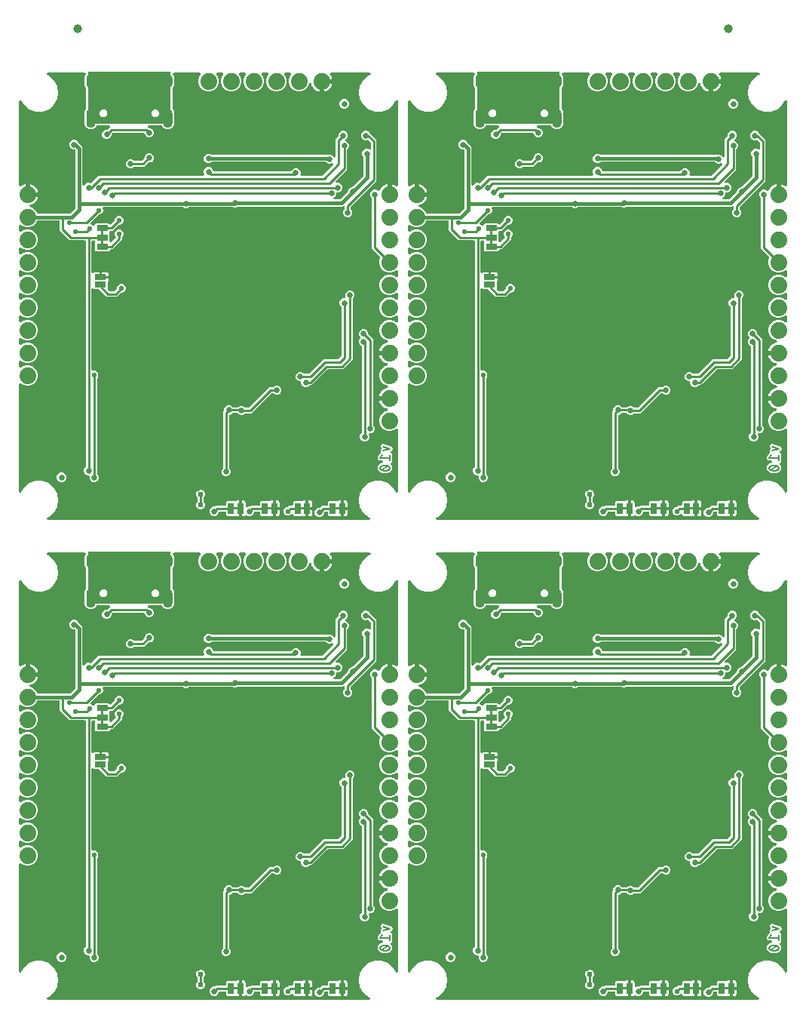
<source format=gbl>
G04 EAGLE Gerber RS-274X export*
G75*
%MOMM*%
%FSLAX34Y34*%
%LPD*%
%INBottom Copper*%
%IPPOS*%
%AMOC8*
5,1,8,0,0,1.08239X$1,22.5*%
G01*
%ADD10C,0.203200*%
%ADD11R,1.270000X0.660400*%
%ADD12C,1.879600*%
%ADD13C,0.635000*%
%ADD14R,1.270000X0.635000*%
%ADD15R,0.660400X1.270000*%
%ADD16C,0.654000*%
%ADD17C,1.000000*%
%ADD18C,0.558800*%
%ADD19C,0.381000*%
%ADD20C,0.254000*%
%ADD21C,0.604000*%

G36*
X833065Y3315D02*
X833065Y3315D01*
X833163Y3318D01*
X833222Y3335D01*
X833284Y3343D01*
X833375Y3378D01*
X833468Y3405D01*
X833522Y3437D01*
X833580Y3460D01*
X833659Y3517D01*
X833743Y3566D01*
X833787Y3610D01*
X833837Y3646D01*
X833899Y3722D01*
X833968Y3790D01*
X834000Y3843D01*
X834040Y3891D01*
X834081Y3979D01*
X834131Y4063D01*
X834149Y4123D01*
X834175Y4179D01*
X834194Y4275D01*
X834221Y4368D01*
X834224Y4430D01*
X834235Y4491D01*
X834229Y4589D01*
X834233Y4686D01*
X834219Y4747D01*
X834216Y4809D01*
X834186Y4902D01*
X834165Y4997D01*
X834137Y5052D01*
X834117Y5111D01*
X834065Y5194D01*
X834022Y5281D01*
X833981Y5327D01*
X833947Y5380D01*
X833876Y5447D01*
X833812Y5520D01*
X833761Y5555D01*
X833716Y5598D01*
X833630Y5645D01*
X833550Y5700D01*
X833454Y5742D01*
X833437Y5752D01*
X833426Y5754D01*
X833403Y5765D01*
X832318Y6159D01*
X826485Y11054D01*
X822678Y17648D01*
X821356Y25146D01*
X822678Y32644D01*
X826485Y39238D01*
X832318Y44133D01*
X839473Y46737D01*
X847087Y46737D01*
X854242Y44133D01*
X860075Y39238D01*
X863009Y34156D01*
X863097Y34040D01*
X863182Y33922D01*
X863193Y33914D01*
X863201Y33903D01*
X863315Y33812D01*
X863427Y33719D01*
X863440Y33714D01*
X863450Y33705D01*
X863584Y33646D01*
X863715Y33584D01*
X863728Y33581D01*
X863741Y33576D01*
X863885Y33551D01*
X864028Y33524D01*
X864041Y33525D01*
X864054Y33523D01*
X864200Y33535D01*
X864345Y33544D01*
X864358Y33548D01*
X864371Y33549D01*
X864509Y33597D01*
X864647Y33642D01*
X864659Y33649D01*
X864672Y33653D01*
X864793Y33734D01*
X864916Y33812D01*
X864925Y33822D01*
X864937Y33829D01*
X865034Y33937D01*
X865134Y34044D01*
X865141Y34055D01*
X865150Y34065D01*
X865217Y34194D01*
X865288Y34322D01*
X865291Y34335D01*
X865297Y34347D01*
X865331Y34489D01*
X865367Y34630D01*
X865368Y34648D01*
X865370Y34657D01*
X865370Y34674D01*
X865377Y34791D01*
X865377Y104468D01*
X865360Y104606D01*
X865347Y104744D01*
X865340Y104763D01*
X865337Y104783D01*
X865286Y104912D01*
X865239Y105043D01*
X865228Y105060D01*
X865220Y105079D01*
X865139Y105191D01*
X865061Y105306D01*
X865045Y105320D01*
X865034Y105336D01*
X864926Y105425D01*
X864822Y105517D01*
X864804Y105526D01*
X864789Y105539D01*
X864663Y105598D01*
X864539Y105661D01*
X864519Y105666D01*
X864501Y105674D01*
X864364Y105701D01*
X864229Y105731D01*
X864208Y105730D01*
X864189Y105734D01*
X864050Y105726D01*
X863911Y105721D01*
X863891Y105716D01*
X863871Y105714D01*
X863739Y105672D01*
X863605Y105633D01*
X863588Y105623D01*
X863569Y105616D01*
X863451Y105542D01*
X863331Y105471D01*
X863310Y105453D01*
X863300Y105446D01*
X863286Y105431D01*
X863211Y105365D01*
X862455Y104609D01*
X858254Y102869D01*
X853706Y102869D01*
X849505Y104609D01*
X846289Y107825D01*
X844549Y112026D01*
X844549Y116574D01*
X846289Y120775D01*
X849505Y123991D01*
X853464Y125630D01*
X853576Y125694D01*
X853691Y125753D01*
X853714Y125773D01*
X853740Y125788D01*
X853833Y125878D01*
X853930Y125963D01*
X853947Y125988D01*
X853968Y126009D01*
X854036Y126120D01*
X854109Y126226D01*
X854119Y126255D01*
X854135Y126280D01*
X854173Y126404D01*
X854216Y126525D01*
X854219Y126555D01*
X854228Y126584D01*
X854234Y126713D01*
X854247Y126842D01*
X854242Y126872D01*
X854243Y126902D01*
X854217Y127028D01*
X854197Y127156D01*
X854185Y127184D01*
X854179Y127213D01*
X854122Y127330D01*
X854071Y127448D01*
X854053Y127472D01*
X854039Y127499D01*
X853955Y127597D01*
X853876Y127700D01*
X853853Y127718D01*
X853833Y127741D01*
X853727Y127815D01*
X853625Y127895D01*
X853598Y127907D01*
X853573Y127924D01*
X853452Y127970D01*
X853333Y128021D01*
X853292Y128031D01*
X853276Y128037D01*
X853254Y128039D01*
X853189Y128054D01*
X851397Y128636D01*
X849723Y129489D01*
X848202Y130594D01*
X846874Y131922D01*
X845769Y133443D01*
X844916Y135117D01*
X844335Y136904D01*
X844295Y137161D01*
X854710Y137161D01*
X854828Y137176D01*
X854947Y137183D01*
X854985Y137196D01*
X855025Y137201D01*
X855136Y137244D01*
X855249Y137281D01*
X855283Y137303D01*
X855321Y137318D01*
X855417Y137388D01*
X855518Y137451D01*
X855546Y137481D01*
X855578Y137504D01*
X855654Y137596D01*
X855736Y137683D01*
X855755Y137718D01*
X855781Y137749D01*
X855832Y137857D01*
X855889Y137961D01*
X855900Y138001D01*
X855917Y138037D01*
X855939Y138154D01*
X855969Y138269D01*
X855973Y138330D01*
X855977Y138350D01*
X855975Y138370D01*
X855979Y138430D01*
X855979Y140970D01*
X855964Y141088D01*
X855957Y141207D01*
X855944Y141245D01*
X855939Y141285D01*
X855895Y141396D01*
X855859Y141509D01*
X855837Y141544D01*
X855822Y141581D01*
X855752Y141677D01*
X855689Y141778D01*
X855659Y141806D01*
X855635Y141839D01*
X855544Y141914D01*
X855457Y141996D01*
X855422Y142016D01*
X855390Y142041D01*
X855283Y142092D01*
X855178Y142150D01*
X855139Y142160D01*
X855103Y142177D01*
X854986Y142199D01*
X854871Y142229D01*
X854810Y142233D01*
X854790Y142237D01*
X854770Y142235D01*
X854710Y142239D01*
X844295Y142239D01*
X844335Y142496D01*
X844916Y144283D01*
X845769Y145957D01*
X846874Y147478D01*
X848202Y148806D01*
X849723Y149911D01*
X851397Y150764D01*
X853214Y151354D01*
X853300Y151379D01*
X853426Y151410D01*
X853453Y151424D01*
X853482Y151432D01*
X853593Y151498D01*
X853707Y151558D01*
X853730Y151579D01*
X853756Y151594D01*
X853847Y151685D01*
X853943Y151772D01*
X853959Y151797D01*
X853980Y151819D01*
X854046Y151930D01*
X854117Y152038D01*
X854127Y152067D01*
X854143Y152092D01*
X854179Y152216D01*
X854221Y152339D01*
X854223Y152369D01*
X854231Y152398D01*
X854236Y152527D01*
X854246Y152656D01*
X854241Y152686D01*
X854242Y152716D01*
X854214Y152842D01*
X854191Y152969D01*
X854179Y152997D01*
X854173Y153026D01*
X854114Y153141D01*
X854061Y153259D01*
X854042Y153283D01*
X854028Y153310D01*
X853943Y153406D01*
X853862Y153508D01*
X853838Y153526D01*
X853818Y153548D01*
X853712Y153621D01*
X853608Y153699D01*
X853570Y153718D01*
X853556Y153727D01*
X853535Y153735D01*
X853464Y153770D01*
X849505Y155409D01*
X846289Y158625D01*
X844549Y162826D01*
X844549Y167374D01*
X846289Y171575D01*
X849505Y174791D01*
X853464Y176430D01*
X853576Y176494D01*
X853691Y176553D01*
X853714Y176573D01*
X853740Y176588D01*
X853833Y176678D01*
X853930Y176763D01*
X853947Y176788D01*
X853968Y176809D01*
X854036Y176920D01*
X854109Y177026D01*
X854119Y177055D01*
X854135Y177080D01*
X854173Y177204D01*
X854216Y177325D01*
X854219Y177355D01*
X854228Y177384D01*
X854234Y177513D01*
X854247Y177642D01*
X854242Y177672D01*
X854243Y177702D01*
X854217Y177828D01*
X854197Y177956D01*
X854185Y177984D01*
X854179Y178013D01*
X854122Y178130D01*
X854071Y178248D01*
X854053Y178272D01*
X854039Y178299D01*
X853955Y178397D01*
X853876Y178500D01*
X853853Y178518D01*
X853833Y178541D01*
X853727Y178615D01*
X853625Y178695D01*
X853598Y178707D01*
X853573Y178724D01*
X853452Y178770D01*
X853333Y178821D01*
X853292Y178831D01*
X853276Y178837D01*
X853254Y178839D01*
X853189Y178854D01*
X851397Y179436D01*
X849723Y180289D01*
X848202Y181394D01*
X846874Y182722D01*
X845769Y184243D01*
X844916Y185917D01*
X844335Y187704D01*
X844295Y187961D01*
X854710Y187961D01*
X854828Y187976D01*
X854947Y187983D01*
X854985Y187996D01*
X855025Y188001D01*
X855136Y188044D01*
X855249Y188081D01*
X855283Y188103D01*
X855321Y188118D01*
X855417Y188188D01*
X855518Y188251D01*
X855546Y188281D01*
X855578Y188304D01*
X855654Y188396D01*
X855736Y188483D01*
X855755Y188518D01*
X855781Y188549D01*
X855832Y188657D01*
X855889Y188761D01*
X855900Y188801D01*
X855917Y188837D01*
X855939Y188954D01*
X855969Y189069D01*
X855973Y189130D01*
X855977Y189150D01*
X855975Y189170D01*
X855979Y189230D01*
X855979Y191770D01*
X855964Y191888D01*
X855957Y192007D01*
X855944Y192045D01*
X855939Y192085D01*
X855895Y192196D01*
X855859Y192309D01*
X855837Y192344D01*
X855822Y192381D01*
X855752Y192477D01*
X855689Y192578D01*
X855659Y192606D01*
X855635Y192639D01*
X855544Y192714D01*
X855457Y192796D01*
X855422Y192816D01*
X855390Y192841D01*
X855283Y192892D01*
X855178Y192950D01*
X855139Y192960D01*
X855103Y192977D01*
X854986Y192999D01*
X854871Y193029D01*
X854810Y193033D01*
X854790Y193037D01*
X854770Y193035D01*
X854710Y193039D01*
X844295Y193039D01*
X844335Y193296D01*
X844916Y195083D01*
X845769Y196757D01*
X846874Y198278D01*
X848202Y199606D01*
X849723Y200711D01*
X851397Y201564D01*
X853214Y202154D01*
X853300Y202179D01*
X853426Y202210D01*
X853453Y202224D01*
X853482Y202232D01*
X853593Y202298D01*
X853707Y202358D01*
X853730Y202379D01*
X853756Y202394D01*
X853847Y202485D01*
X853943Y202572D01*
X853959Y202597D01*
X853980Y202619D01*
X854046Y202730D01*
X854117Y202838D01*
X854127Y202867D01*
X854143Y202892D01*
X854179Y203016D01*
X854221Y203139D01*
X854223Y203169D01*
X854231Y203198D01*
X854236Y203327D01*
X854246Y203456D01*
X854241Y203486D01*
X854242Y203516D01*
X854214Y203642D01*
X854191Y203769D01*
X854179Y203797D01*
X854173Y203826D01*
X854114Y203941D01*
X854061Y204059D01*
X854042Y204083D01*
X854028Y204110D01*
X853943Y204206D01*
X853862Y204308D01*
X853838Y204326D01*
X853818Y204348D01*
X853712Y204421D01*
X853608Y204499D01*
X853570Y204518D01*
X853556Y204527D01*
X853535Y204535D01*
X853464Y204570D01*
X849505Y206209D01*
X846289Y209425D01*
X844549Y213626D01*
X844549Y218174D01*
X846289Y222375D01*
X849505Y225591D01*
X853706Y227331D01*
X858254Y227331D01*
X862455Y225591D01*
X863211Y224835D01*
X863320Y224750D01*
X863427Y224661D01*
X863446Y224652D01*
X863462Y224640D01*
X863590Y224585D01*
X863715Y224526D01*
X863735Y224522D01*
X863754Y224514D01*
X863892Y224492D01*
X864028Y224466D01*
X864048Y224467D01*
X864068Y224464D01*
X864207Y224477D01*
X864345Y224486D01*
X864364Y224492D01*
X864384Y224494D01*
X864516Y224541D01*
X864647Y224584D01*
X864665Y224594D01*
X864684Y224601D01*
X864799Y224679D01*
X864916Y224754D01*
X864930Y224768D01*
X864947Y224780D01*
X865039Y224884D01*
X865134Y224985D01*
X865144Y225003D01*
X865157Y225018D01*
X865220Y225142D01*
X865288Y225264D01*
X865293Y225283D01*
X865302Y225301D01*
X865332Y225437D01*
X865367Y225572D01*
X865369Y225600D01*
X865372Y225612D01*
X865371Y225632D01*
X865377Y225732D01*
X865377Y231468D01*
X865360Y231606D01*
X865347Y231744D01*
X865340Y231763D01*
X865337Y231783D01*
X865286Y231912D01*
X865239Y232043D01*
X865228Y232060D01*
X865220Y232079D01*
X865139Y232191D01*
X865061Y232306D01*
X865045Y232320D01*
X865034Y232336D01*
X864926Y232425D01*
X864822Y232517D01*
X864804Y232526D01*
X864789Y232539D01*
X864663Y232598D01*
X864539Y232661D01*
X864519Y232666D01*
X864501Y232674D01*
X864364Y232701D01*
X864229Y232731D01*
X864208Y232730D01*
X864189Y232734D01*
X864050Y232726D01*
X863911Y232721D01*
X863891Y232716D01*
X863871Y232714D01*
X863739Y232672D01*
X863605Y232633D01*
X863588Y232623D01*
X863569Y232616D01*
X863451Y232542D01*
X863331Y232471D01*
X863310Y232453D01*
X863300Y232446D01*
X863286Y232431D01*
X863211Y232365D01*
X862455Y231609D01*
X858254Y229869D01*
X853706Y229869D01*
X849505Y231609D01*
X846289Y234825D01*
X844549Y239026D01*
X844549Y243574D01*
X846289Y247775D01*
X849505Y250991D01*
X853706Y252731D01*
X858254Y252731D01*
X862455Y250991D01*
X863211Y250235D01*
X863320Y250150D01*
X863427Y250061D01*
X863446Y250052D01*
X863462Y250040D01*
X863590Y249985D01*
X863715Y249926D01*
X863735Y249922D01*
X863754Y249914D01*
X863892Y249892D01*
X864028Y249866D01*
X864048Y249867D01*
X864068Y249864D01*
X864207Y249877D01*
X864345Y249886D01*
X864364Y249892D01*
X864384Y249894D01*
X864516Y249941D01*
X864647Y249984D01*
X864665Y249994D01*
X864684Y250001D01*
X864799Y250079D01*
X864916Y250154D01*
X864930Y250168D01*
X864947Y250180D01*
X865039Y250284D01*
X865134Y250385D01*
X865144Y250403D01*
X865157Y250418D01*
X865220Y250542D01*
X865288Y250664D01*
X865293Y250683D01*
X865302Y250701D01*
X865332Y250837D01*
X865367Y250972D01*
X865369Y251000D01*
X865372Y251012D01*
X865371Y251032D01*
X865377Y251132D01*
X865377Y256868D01*
X865360Y257006D01*
X865347Y257144D01*
X865340Y257163D01*
X865337Y257183D01*
X865286Y257312D01*
X865239Y257443D01*
X865228Y257460D01*
X865220Y257479D01*
X865139Y257591D01*
X865061Y257706D01*
X865045Y257720D01*
X865034Y257736D01*
X864926Y257825D01*
X864822Y257917D01*
X864804Y257926D01*
X864789Y257939D01*
X864663Y257998D01*
X864539Y258061D01*
X864519Y258066D01*
X864501Y258074D01*
X864364Y258101D01*
X864229Y258131D01*
X864208Y258130D01*
X864189Y258134D01*
X864050Y258126D01*
X863911Y258121D01*
X863891Y258116D01*
X863871Y258114D01*
X863739Y258072D01*
X863605Y258033D01*
X863588Y258023D01*
X863569Y258016D01*
X863451Y257942D01*
X863331Y257871D01*
X863310Y257853D01*
X863300Y257846D01*
X863286Y257831D01*
X863211Y257765D01*
X862455Y257009D01*
X858254Y255269D01*
X853706Y255269D01*
X849505Y257009D01*
X846289Y260225D01*
X844549Y264426D01*
X844549Y268974D01*
X846289Y273175D01*
X849505Y276391D01*
X853706Y278131D01*
X858254Y278131D01*
X862455Y276391D01*
X863211Y275635D01*
X863320Y275550D01*
X863427Y275461D01*
X863446Y275452D01*
X863462Y275440D01*
X863590Y275385D01*
X863715Y275326D01*
X863735Y275322D01*
X863754Y275314D01*
X863892Y275292D01*
X864028Y275266D01*
X864048Y275267D01*
X864068Y275264D01*
X864207Y275277D01*
X864345Y275286D01*
X864364Y275292D01*
X864384Y275294D01*
X864516Y275341D01*
X864647Y275384D01*
X864665Y275394D01*
X864684Y275401D01*
X864799Y275479D01*
X864916Y275554D01*
X864930Y275568D01*
X864947Y275580D01*
X865039Y275684D01*
X865134Y275785D01*
X865144Y275803D01*
X865157Y275818D01*
X865220Y275942D01*
X865288Y276064D01*
X865293Y276083D01*
X865302Y276101D01*
X865332Y276237D01*
X865367Y276372D01*
X865369Y276400D01*
X865372Y276412D01*
X865371Y276432D01*
X865377Y276532D01*
X865377Y282268D01*
X865360Y282406D01*
X865347Y282544D01*
X865340Y282563D01*
X865337Y282583D01*
X865286Y282712D01*
X865239Y282843D01*
X865228Y282860D01*
X865220Y282879D01*
X865139Y282991D01*
X865061Y283106D01*
X865045Y283120D01*
X865034Y283136D01*
X864926Y283225D01*
X864822Y283317D01*
X864804Y283326D01*
X864789Y283339D01*
X864663Y283398D01*
X864539Y283461D01*
X864519Y283466D01*
X864501Y283474D01*
X864364Y283501D01*
X864229Y283531D01*
X864208Y283530D01*
X864189Y283534D01*
X864050Y283526D01*
X863911Y283521D01*
X863891Y283516D01*
X863871Y283514D01*
X863739Y283472D01*
X863605Y283433D01*
X863588Y283423D01*
X863569Y283416D01*
X863451Y283342D01*
X863331Y283271D01*
X863310Y283253D01*
X863300Y283246D01*
X863286Y283231D01*
X863211Y283165D01*
X862455Y282409D01*
X858254Y280669D01*
X853706Y280669D01*
X849505Y282409D01*
X846289Y285625D01*
X844549Y289826D01*
X844549Y294374D01*
X845539Y296762D01*
X845546Y296791D01*
X845560Y296817D01*
X845588Y296944D01*
X845623Y297069D01*
X845623Y297099D01*
X845630Y297128D01*
X845626Y297257D01*
X845628Y297387D01*
X845621Y297416D01*
X845620Y297445D01*
X845584Y297570D01*
X845554Y297696D01*
X845540Y297723D01*
X845532Y297751D01*
X845466Y297862D01*
X845405Y297978D01*
X845385Y297999D01*
X845370Y298025D01*
X845264Y298146D01*
X836167Y307242D01*
X836167Y363712D01*
X836155Y363810D01*
X836152Y363909D01*
X836135Y363968D01*
X836127Y364028D01*
X836091Y364120D01*
X836063Y364215D01*
X836033Y364267D01*
X836010Y364323D01*
X835952Y364403D01*
X835902Y364489D01*
X835836Y364564D01*
X835824Y364581D01*
X835814Y364588D01*
X835796Y364610D01*
X835055Y365350D01*
X834262Y367264D01*
X834262Y369336D01*
X835055Y371250D01*
X836520Y372715D01*
X838434Y373508D01*
X840506Y373508D01*
X842420Y372715D01*
X842798Y372337D01*
X842877Y372276D01*
X842949Y372208D01*
X843002Y372179D01*
X843049Y372142D01*
X843141Y372102D01*
X843228Y372054D01*
X843286Y372039D01*
X843341Y372015D01*
X843440Y372000D01*
X843536Y371975D01*
X843596Y371975D01*
X843655Y371966D01*
X843754Y371975D01*
X843854Y371975D01*
X843912Y371990D01*
X843972Y371995D01*
X844065Y372029D01*
X844162Y372054D01*
X844215Y372083D01*
X844271Y372103D01*
X844353Y372159D01*
X844441Y372207D01*
X844485Y372248D01*
X844534Y372282D01*
X844600Y372356D01*
X844673Y372424D01*
X844705Y372475D01*
X844745Y372520D01*
X844790Y372609D01*
X844843Y372692D01*
X844880Y372785D01*
X844889Y372803D01*
X844892Y372815D01*
X844903Y372842D01*
X844916Y372883D01*
X845769Y374557D01*
X846874Y376078D01*
X848202Y377406D01*
X849723Y378511D01*
X851397Y379364D01*
X853184Y379945D01*
X853441Y379985D01*
X853441Y369570D01*
X853456Y369452D01*
X853463Y369333D01*
X853476Y369295D01*
X853481Y369255D01*
X853524Y369144D01*
X853561Y369031D01*
X853583Y368997D01*
X853598Y368959D01*
X853668Y368863D01*
X853731Y368762D01*
X853761Y368734D01*
X853784Y368702D01*
X853876Y368626D01*
X853963Y368544D01*
X853998Y368525D01*
X854029Y368499D01*
X854137Y368448D01*
X854241Y368391D01*
X854281Y368380D01*
X854317Y368363D01*
X854434Y368341D01*
X854549Y368311D01*
X854610Y368307D01*
X854630Y368303D01*
X854650Y368305D01*
X854710Y368301D01*
X857250Y368301D01*
X857368Y368316D01*
X857487Y368323D01*
X857525Y368336D01*
X857565Y368341D01*
X857676Y368385D01*
X857789Y368421D01*
X857824Y368443D01*
X857861Y368458D01*
X857957Y368528D01*
X858058Y368591D01*
X858086Y368621D01*
X858119Y368645D01*
X858194Y368736D01*
X858276Y368823D01*
X858296Y368858D01*
X858321Y368890D01*
X858372Y368997D01*
X858430Y369102D01*
X858440Y369141D01*
X858457Y369177D01*
X858479Y369294D01*
X858509Y369409D01*
X858513Y369470D01*
X858517Y369490D01*
X858515Y369510D01*
X858519Y369570D01*
X858519Y379985D01*
X858776Y379945D01*
X860563Y379364D01*
X862237Y378511D01*
X863362Y377694D01*
X863397Y377675D01*
X863427Y377649D01*
X863536Y377598D01*
X863641Y377541D01*
X863679Y377531D01*
X863715Y377514D01*
X863832Y377491D01*
X863949Y377461D01*
X863989Y377461D01*
X864028Y377454D01*
X864147Y377461D01*
X864267Y377461D01*
X864305Y377471D01*
X864345Y377474D01*
X864459Y377511D01*
X864575Y377540D01*
X864610Y377559D01*
X864647Y377572D01*
X864749Y377636D01*
X864854Y377693D01*
X864883Y377721D01*
X864916Y377742D01*
X864998Y377829D01*
X865085Y377911D01*
X865107Y377944D01*
X865134Y377973D01*
X865192Y378078D01*
X865256Y378179D01*
X865268Y378217D01*
X865288Y378252D01*
X865317Y378368D01*
X865355Y378482D01*
X865357Y378521D01*
X865367Y378560D01*
X865377Y378721D01*
X865377Y472955D01*
X865359Y473100D01*
X865359Y473104D01*
X865355Y473162D01*
X865351Y473173D01*
X865344Y473245D01*
X865339Y473257D01*
X865337Y473271D01*
X865284Y473406D01*
X865233Y473543D01*
X865225Y473554D01*
X865220Y473566D01*
X865135Y473684D01*
X865052Y473804D01*
X865041Y473813D01*
X865034Y473824D01*
X864922Y473917D01*
X864811Y474012D01*
X864799Y474018D01*
X864789Y474027D01*
X864657Y474088D01*
X864526Y474154D01*
X864513Y474156D01*
X864501Y474162D01*
X864359Y474189D01*
X864215Y474220D01*
X864202Y474219D01*
X864189Y474222D01*
X864044Y474213D01*
X863898Y474207D01*
X863885Y474203D01*
X863871Y474202D01*
X863733Y474157D01*
X863593Y474115D01*
X863581Y474108D01*
X863569Y474104D01*
X863446Y474026D01*
X863321Y473951D01*
X863311Y473941D01*
X863300Y473934D01*
X863200Y473828D01*
X863098Y473724D01*
X863088Y473709D01*
X863082Y473702D01*
X863074Y473687D01*
X863020Y473606D01*
X863019Y473606D01*
X863019Y473605D01*
X863009Y473590D01*
X860075Y468508D01*
X854242Y463613D01*
X847087Y461009D01*
X839473Y461009D01*
X832318Y463613D01*
X826485Y468508D01*
X822678Y475102D01*
X821356Y482600D01*
X822678Y490098D01*
X826485Y496692D01*
X832318Y501587D01*
X834101Y502235D01*
X834187Y502280D01*
X834278Y502316D01*
X834328Y502352D01*
X834383Y502381D01*
X834456Y502445D01*
X834535Y502502D01*
X834575Y502550D01*
X834621Y502592D01*
X834676Y502672D01*
X834738Y502747D01*
X834764Y502804D01*
X834799Y502855D01*
X834832Y502947D01*
X834873Y503035D01*
X834885Y503096D01*
X834906Y503155D01*
X834915Y503252D01*
X834933Y503348D01*
X834929Y503410D01*
X834935Y503472D01*
X834919Y503568D01*
X834913Y503665D01*
X834894Y503724D01*
X834884Y503786D01*
X834845Y503875D01*
X834815Y503967D01*
X834782Y504020D01*
X834757Y504077D01*
X834697Y504154D01*
X834645Y504236D01*
X834600Y504279D01*
X834562Y504328D01*
X834484Y504387D01*
X834414Y504454D01*
X834359Y504484D01*
X834310Y504522D01*
X834220Y504561D01*
X834135Y504608D01*
X834075Y504623D01*
X834018Y504648D01*
X833921Y504663D01*
X833827Y504687D01*
X833723Y504694D01*
X833703Y504697D01*
X833692Y504696D01*
X833666Y504697D01*
X790201Y504697D01*
X790161Y504692D01*
X790121Y504695D01*
X790004Y504672D01*
X789885Y504657D01*
X789848Y504643D01*
X789809Y504635D01*
X789701Y504584D01*
X789589Y504540D01*
X789557Y504517D01*
X789521Y504500D01*
X789429Y504424D01*
X789332Y504354D01*
X789307Y504323D01*
X789276Y504298D01*
X789206Y504201D01*
X789129Y504109D01*
X789112Y504073D01*
X789089Y504040D01*
X789045Y503929D01*
X788994Y503821D01*
X788986Y503782D01*
X788971Y503745D01*
X788956Y503626D01*
X788934Y503509D01*
X788936Y503469D01*
X788931Y503429D01*
X788946Y503311D01*
X788954Y503191D01*
X788966Y503153D01*
X788971Y503114D01*
X789015Y503002D01*
X789052Y502889D01*
X789073Y502855D01*
X789088Y502818D01*
X789174Y502682D01*
X789991Y501557D01*
X790844Y499883D01*
X791425Y498096D01*
X791465Y497839D01*
X781050Y497839D01*
X780932Y497824D01*
X780813Y497817D01*
X780775Y497804D01*
X780735Y497799D01*
X780624Y497756D01*
X780511Y497719D01*
X780477Y497697D01*
X780439Y497682D01*
X780343Y497612D01*
X780242Y497549D01*
X780214Y497519D01*
X780182Y497495D01*
X780106Y497404D01*
X780024Y497317D01*
X780005Y497282D01*
X779979Y497251D01*
X779928Y497143D01*
X779871Y497039D01*
X779860Y496999D01*
X779843Y496963D01*
X779821Y496846D01*
X779791Y496731D01*
X779787Y496670D01*
X779783Y496650D01*
X779785Y496630D01*
X779781Y496570D01*
X779781Y495299D01*
X778510Y495299D01*
X778392Y495284D01*
X778273Y495277D01*
X778235Y495264D01*
X778194Y495259D01*
X778084Y495215D01*
X777971Y495179D01*
X777936Y495157D01*
X777899Y495142D01*
X777803Y495072D01*
X777702Y495009D01*
X777674Y494979D01*
X777641Y494955D01*
X777566Y494864D01*
X777484Y494777D01*
X777464Y494742D01*
X777439Y494710D01*
X777388Y494603D01*
X777330Y494498D01*
X777320Y494459D01*
X777303Y494423D01*
X777281Y494306D01*
X777251Y494191D01*
X777247Y494130D01*
X777243Y494110D01*
X777245Y494090D01*
X777241Y494030D01*
X777241Y483615D01*
X776984Y483655D01*
X775197Y484236D01*
X773523Y485089D01*
X772002Y486194D01*
X770674Y487522D01*
X769569Y489043D01*
X768716Y490717D01*
X768126Y492534D01*
X768100Y492620D01*
X768070Y492746D01*
X768056Y492773D01*
X768048Y492802D01*
X767982Y492913D01*
X767922Y493027D01*
X767901Y493050D01*
X767886Y493076D01*
X767795Y493167D01*
X767708Y493263D01*
X767683Y493279D01*
X767661Y493301D01*
X767550Y493366D01*
X767442Y493437D01*
X767413Y493447D01*
X767388Y493463D01*
X767264Y493499D01*
X767141Y493541D01*
X767111Y493543D01*
X767082Y493551D01*
X766953Y493556D01*
X766824Y493566D01*
X766794Y493561D01*
X766764Y493562D01*
X766638Y493534D01*
X766511Y493511D01*
X766483Y493499D01*
X766454Y493492D01*
X766339Y493434D01*
X766221Y493381D01*
X766197Y493362D01*
X766170Y493348D01*
X766073Y493263D01*
X765972Y493182D01*
X765954Y493158D01*
X765932Y493138D01*
X765859Y493031D01*
X765781Y492928D01*
X765762Y492889D01*
X765753Y492875D01*
X765745Y492855D01*
X765710Y492784D01*
X764071Y488825D01*
X760855Y485609D01*
X756654Y483869D01*
X752106Y483869D01*
X747905Y485609D01*
X744689Y488825D01*
X742949Y493026D01*
X742949Y497574D01*
X744689Y501775D01*
X745445Y502531D01*
X745530Y502640D01*
X745619Y502747D01*
X745628Y502766D01*
X745640Y502782D01*
X745695Y502910D01*
X745754Y503035D01*
X745758Y503055D01*
X745766Y503074D01*
X745788Y503212D01*
X745814Y503348D01*
X745813Y503368D01*
X745816Y503388D01*
X745803Y503527D01*
X745794Y503665D01*
X745788Y503684D01*
X745786Y503704D01*
X745739Y503836D01*
X745696Y503967D01*
X745686Y503985D01*
X745679Y504004D01*
X745601Y504119D01*
X745526Y504236D01*
X745512Y504250D01*
X745500Y504267D01*
X745396Y504359D01*
X745295Y504454D01*
X745277Y504464D01*
X745262Y504477D01*
X745138Y504540D01*
X745016Y504608D01*
X744997Y504613D01*
X744979Y504622D01*
X744843Y504652D01*
X744708Y504687D01*
X744680Y504689D01*
X744668Y504692D01*
X744648Y504691D01*
X744548Y504697D01*
X738812Y504697D01*
X738674Y504680D01*
X738536Y504667D01*
X738517Y504660D01*
X738497Y504657D01*
X738368Y504606D01*
X738237Y504559D01*
X738220Y504548D01*
X738201Y504540D01*
X738089Y504459D01*
X737974Y504381D01*
X737960Y504365D01*
X737944Y504354D01*
X737855Y504246D01*
X737763Y504142D01*
X737754Y504124D01*
X737741Y504109D01*
X737682Y503983D01*
X737619Y503859D01*
X737614Y503839D01*
X737606Y503821D01*
X737579Y503684D01*
X737549Y503549D01*
X737550Y503528D01*
X737546Y503509D01*
X737554Y503370D01*
X737559Y503231D01*
X737564Y503211D01*
X737566Y503191D01*
X737608Y503059D01*
X737647Y502925D01*
X737657Y502908D01*
X737664Y502889D01*
X737738Y502771D01*
X737809Y502651D01*
X737827Y502630D01*
X737834Y502620D01*
X737849Y502606D01*
X737915Y502531D01*
X738671Y501775D01*
X740411Y497574D01*
X740411Y493026D01*
X738671Y488825D01*
X735455Y485609D01*
X731254Y483869D01*
X726706Y483869D01*
X722505Y485609D01*
X719289Y488825D01*
X717549Y493026D01*
X717549Y497574D01*
X719289Y501775D01*
X720045Y502531D01*
X720130Y502640D01*
X720219Y502747D01*
X720228Y502766D01*
X720240Y502782D01*
X720295Y502910D01*
X720354Y503035D01*
X720358Y503055D01*
X720366Y503074D01*
X720388Y503212D01*
X720414Y503348D01*
X720413Y503368D01*
X720416Y503388D01*
X720403Y503527D01*
X720394Y503665D01*
X720388Y503684D01*
X720386Y503704D01*
X720339Y503836D01*
X720296Y503967D01*
X720286Y503985D01*
X720279Y504004D01*
X720201Y504119D01*
X720126Y504236D01*
X720112Y504250D01*
X720100Y504267D01*
X719996Y504359D01*
X719895Y504454D01*
X719877Y504464D01*
X719862Y504477D01*
X719738Y504540D01*
X719616Y504608D01*
X719597Y504613D01*
X719579Y504622D01*
X719443Y504652D01*
X719308Y504687D01*
X719280Y504689D01*
X719268Y504692D01*
X719248Y504691D01*
X719148Y504697D01*
X713412Y504697D01*
X713274Y504680D01*
X713136Y504667D01*
X713117Y504660D01*
X713097Y504657D01*
X712968Y504606D01*
X712837Y504559D01*
X712820Y504548D01*
X712801Y504540D01*
X712689Y504459D01*
X712574Y504381D01*
X712560Y504365D01*
X712544Y504354D01*
X712455Y504246D01*
X712363Y504142D01*
X712354Y504124D01*
X712341Y504109D01*
X712282Y503983D01*
X712219Y503859D01*
X712214Y503839D01*
X712206Y503821D01*
X712179Y503684D01*
X712149Y503549D01*
X712150Y503528D01*
X712146Y503509D01*
X712154Y503370D01*
X712159Y503231D01*
X712164Y503211D01*
X712166Y503191D01*
X712208Y503059D01*
X712247Y502925D01*
X712257Y502908D01*
X712264Y502889D01*
X712338Y502771D01*
X712409Y502651D01*
X712427Y502630D01*
X712434Y502620D01*
X712449Y502606D01*
X712515Y502531D01*
X713271Y501775D01*
X715011Y497574D01*
X715011Y493026D01*
X713271Y488825D01*
X710055Y485609D01*
X705854Y483869D01*
X701306Y483869D01*
X697105Y485609D01*
X693889Y488825D01*
X692149Y493026D01*
X692149Y497574D01*
X693889Y501775D01*
X694645Y502531D01*
X694730Y502640D01*
X694819Y502747D01*
X694828Y502766D01*
X694840Y502782D01*
X694895Y502910D01*
X694954Y503035D01*
X694958Y503055D01*
X694966Y503074D01*
X694988Y503212D01*
X695014Y503348D01*
X695013Y503368D01*
X695016Y503388D01*
X695003Y503527D01*
X694994Y503665D01*
X694988Y503684D01*
X694986Y503704D01*
X694939Y503836D01*
X694896Y503967D01*
X694886Y503985D01*
X694879Y504004D01*
X694801Y504119D01*
X694726Y504236D01*
X694712Y504250D01*
X694700Y504267D01*
X694596Y504359D01*
X694495Y504454D01*
X694477Y504464D01*
X694462Y504477D01*
X694338Y504540D01*
X694216Y504608D01*
X694197Y504613D01*
X694179Y504622D01*
X694043Y504652D01*
X693908Y504687D01*
X693880Y504689D01*
X693868Y504692D01*
X693848Y504691D01*
X693748Y504697D01*
X688012Y504697D01*
X687874Y504680D01*
X687736Y504667D01*
X687717Y504660D01*
X687697Y504657D01*
X687568Y504606D01*
X687437Y504559D01*
X687420Y504548D01*
X687401Y504540D01*
X687289Y504459D01*
X687174Y504381D01*
X687160Y504365D01*
X687144Y504354D01*
X687055Y504246D01*
X686963Y504142D01*
X686954Y504124D01*
X686941Y504109D01*
X686882Y503983D01*
X686819Y503859D01*
X686814Y503839D01*
X686806Y503821D01*
X686779Y503684D01*
X686749Y503549D01*
X686750Y503528D01*
X686746Y503509D01*
X686754Y503370D01*
X686759Y503231D01*
X686764Y503211D01*
X686766Y503191D01*
X686808Y503059D01*
X686847Y502925D01*
X686857Y502908D01*
X686864Y502889D01*
X686938Y502771D01*
X687009Y502651D01*
X687027Y502630D01*
X687034Y502620D01*
X687049Y502606D01*
X687115Y502531D01*
X687871Y501775D01*
X689611Y497574D01*
X689611Y493026D01*
X687871Y488825D01*
X684655Y485609D01*
X680454Y483869D01*
X675906Y483869D01*
X671705Y485609D01*
X668489Y488825D01*
X666749Y493026D01*
X666749Y497574D01*
X668489Y501775D01*
X669245Y502531D01*
X669330Y502640D01*
X669419Y502747D01*
X669428Y502766D01*
X669440Y502782D01*
X669495Y502910D01*
X669554Y503035D01*
X669558Y503055D01*
X669566Y503074D01*
X669588Y503212D01*
X669614Y503348D01*
X669613Y503368D01*
X669616Y503388D01*
X669603Y503527D01*
X669594Y503665D01*
X669588Y503684D01*
X669586Y503704D01*
X669539Y503836D01*
X669496Y503967D01*
X669486Y503985D01*
X669479Y504004D01*
X669401Y504119D01*
X669326Y504236D01*
X669312Y504250D01*
X669300Y504267D01*
X669196Y504359D01*
X669095Y504454D01*
X669077Y504464D01*
X669062Y504477D01*
X668938Y504540D01*
X668816Y504608D01*
X668797Y504613D01*
X668779Y504622D01*
X668643Y504652D01*
X668508Y504687D01*
X668480Y504689D01*
X668468Y504692D01*
X668448Y504691D01*
X668348Y504697D01*
X662612Y504697D01*
X662474Y504680D01*
X662336Y504667D01*
X662317Y504660D01*
X662297Y504657D01*
X662168Y504606D01*
X662037Y504559D01*
X662020Y504548D01*
X662001Y504540D01*
X661889Y504459D01*
X661774Y504381D01*
X661760Y504365D01*
X661744Y504354D01*
X661655Y504246D01*
X661563Y504142D01*
X661554Y504124D01*
X661541Y504109D01*
X661482Y503983D01*
X661419Y503859D01*
X661414Y503839D01*
X661406Y503821D01*
X661379Y503684D01*
X661349Y503549D01*
X661350Y503528D01*
X661346Y503509D01*
X661354Y503370D01*
X661359Y503231D01*
X661364Y503211D01*
X661366Y503191D01*
X661408Y503059D01*
X661447Y502925D01*
X661457Y502908D01*
X661464Y502889D01*
X661538Y502771D01*
X661609Y502651D01*
X661627Y502630D01*
X661634Y502620D01*
X661649Y502606D01*
X661715Y502531D01*
X662471Y501775D01*
X664211Y497574D01*
X664211Y493026D01*
X662471Y488825D01*
X659255Y485609D01*
X655054Y483869D01*
X650506Y483869D01*
X646305Y485609D01*
X643089Y488825D01*
X641349Y493026D01*
X641349Y497574D01*
X643089Y501775D01*
X643845Y502531D01*
X643930Y502640D01*
X644019Y502747D01*
X644028Y502766D01*
X644040Y502782D01*
X644095Y502910D01*
X644154Y503035D01*
X644158Y503055D01*
X644166Y503074D01*
X644188Y503212D01*
X644214Y503348D01*
X644213Y503368D01*
X644216Y503388D01*
X644203Y503527D01*
X644194Y503665D01*
X644188Y503684D01*
X644186Y503704D01*
X644139Y503836D01*
X644096Y503967D01*
X644086Y503985D01*
X644079Y504004D01*
X644001Y504119D01*
X643926Y504236D01*
X643912Y504250D01*
X643900Y504267D01*
X643796Y504359D01*
X643695Y504454D01*
X643677Y504464D01*
X643662Y504477D01*
X643538Y504540D01*
X643416Y504608D01*
X643397Y504613D01*
X643379Y504622D01*
X643243Y504652D01*
X643108Y504687D01*
X643080Y504689D01*
X643068Y504692D01*
X643048Y504691D01*
X642948Y504697D01*
X614103Y504697D01*
X613965Y504680D01*
X613827Y504667D01*
X613808Y504660D01*
X613787Y504657D01*
X613658Y504606D01*
X613527Y504559D01*
X613511Y504548D01*
X613492Y504540D01*
X613379Y504459D01*
X613264Y504381D01*
X613251Y504365D01*
X613234Y504354D01*
X613146Y504246D01*
X613054Y504142D01*
X613045Y504124D01*
X613032Y504109D01*
X612972Y503983D01*
X612909Y503859D01*
X612905Y503839D01*
X612896Y503821D01*
X612870Y503685D01*
X612839Y503549D01*
X612840Y503528D01*
X612836Y503509D01*
X612845Y503370D01*
X612849Y503231D01*
X612855Y503211D01*
X612856Y503191D01*
X612899Y503059D01*
X612938Y502925D01*
X612948Y502908D01*
X612954Y502889D01*
X613028Y502771D01*
X613099Y502651D01*
X613118Y502630D01*
X613124Y502620D01*
X613139Y502606D01*
X613182Y502557D01*
X613406Y501918D01*
X613434Y501862D01*
X613452Y501803D01*
X613529Y501662D01*
X613887Y501093D01*
X613962Y500425D01*
X613977Y500365D01*
X613982Y500303D01*
X614025Y500148D01*
X614179Y499708D01*
X614195Y499676D01*
X614200Y499658D01*
X614167Y499561D01*
X614164Y499516D01*
X614153Y499473D01*
X614143Y499312D01*
X614143Y498892D01*
X614144Y498879D01*
X614151Y498750D01*
X614235Y498004D01*
X614232Y498000D01*
X614200Y497873D01*
X614161Y497747D01*
X614160Y497719D01*
X614153Y497692D01*
X614143Y497531D01*
X614143Y493877D01*
X614146Y493849D01*
X614144Y493821D01*
X614166Y493692D01*
X614183Y493561D01*
X614193Y493535D01*
X614198Y493508D01*
X614237Y493420D01*
X614151Y492658D01*
X614151Y492644D01*
X614143Y492516D01*
X614143Y492096D01*
X614148Y492052D01*
X614146Y492006D01*
X614168Y491894D01*
X614183Y491781D01*
X614197Y491743D01*
X614179Y491700D01*
X614025Y491260D01*
X614012Y491199D01*
X613990Y491141D01*
X613962Y490983D01*
X613887Y490315D01*
X613755Y490106D01*
X613529Y489746D01*
X613503Y489690D01*
X613469Y489638D01*
X613406Y489490D01*
X613184Y488856D01*
X612709Y488381D01*
X612671Y488332D01*
X612626Y488289D01*
X612532Y488158D01*
X612462Y488048D01*
X612413Y487943D01*
X612357Y487842D01*
X612347Y487799D01*
X612328Y487760D01*
X612307Y487646D01*
X612278Y487534D01*
X612274Y487468D01*
X612270Y487447D01*
X612271Y487427D01*
X612268Y487373D01*
X612268Y464735D01*
X612282Y464620D01*
X612289Y464505D01*
X612302Y464463D01*
X612308Y464420D01*
X612350Y464312D01*
X612385Y464202D01*
X612417Y464144D01*
X612425Y464124D01*
X612436Y464108D01*
X612462Y464060D01*
X612532Y463950D01*
X612571Y463902D01*
X612602Y463848D01*
X612709Y463727D01*
X613184Y463252D01*
X613406Y462618D01*
X613434Y462562D01*
X613452Y462503D01*
X613529Y462362D01*
X613887Y461793D01*
X613962Y461125D01*
X613977Y461065D01*
X613982Y461003D01*
X614025Y460848D01*
X614179Y460408D01*
X614195Y460376D01*
X614200Y460358D01*
X614167Y460261D01*
X614164Y460216D01*
X614153Y460173D01*
X614143Y460012D01*
X614143Y459592D01*
X614144Y459579D01*
X614151Y459450D01*
X614235Y458704D01*
X614232Y458700D01*
X614200Y458573D01*
X614161Y458447D01*
X614160Y458419D01*
X614153Y458392D01*
X614143Y458231D01*
X614143Y449577D01*
X614146Y449549D01*
X614144Y449521D01*
X614166Y449392D01*
X614183Y449261D01*
X614193Y449235D01*
X614198Y449208D01*
X614237Y449120D01*
X614151Y448358D01*
X614151Y448344D01*
X614143Y448216D01*
X614143Y447796D01*
X614148Y447752D01*
X614146Y447706D01*
X614168Y447594D01*
X614183Y447481D01*
X614197Y447443D01*
X614179Y447400D01*
X614025Y446960D01*
X614012Y446899D01*
X613990Y446841D01*
X613962Y446683D01*
X613887Y446015D01*
X613529Y445446D01*
X613503Y445390D01*
X613469Y445338D01*
X613406Y445190D01*
X613184Y444556D01*
X612709Y444081D01*
X612671Y444032D01*
X612626Y443989D01*
X612532Y443859D01*
X612174Y443290D01*
X611605Y442932D01*
X611557Y442893D01*
X611504Y442862D01*
X611383Y442755D01*
X610908Y442280D01*
X610274Y442058D01*
X610218Y442030D01*
X610159Y442012D01*
X610018Y441935D01*
X609449Y441577D01*
X608781Y441502D01*
X608721Y441487D01*
X608659Y441482D01*
X608504Y441439D01*
X607870Y441217D01*
X607202Y441292D01*
X607140Y441291D01*
X607079Y441300D01*
X606918Y441292D01*
X606250Y441217D01*
X605616Y441439D01*
X605555Y441452D01*
X605497Y441474D01*
X605339Y441502D01*
X604671Y441577D01*
X604102Y441935D01*
X604046Y441961D01*
X603994Y441995D01*
X603846Y442058D01*
X603212Y442280D01*
X602737Y442755D01*
X602688Y442793D01*
X602645Y442838D01*
X602515Y442932D01*
X601946Y443290D01*
X601588Y443859D01*
X601549Y443907D01*
X601518Y443960D01*
X601411Y444081D01*
X600936Y444556D01*
X600853Y444792D01*
X600824Y444851D01*
X600804Y444912D01*
X600754Y444992D01*
X600712Y445077D01*
X600669Y445126D01*
X600634Y445181D01*
X600565Y445246D01*
X600503Y445317D01*
X600450Y445354D01*
X600402Y445399D01*
X600320Y445445D01*
X600242Y445499D01*
X600181Y445521D01*
X600124Y445553D01*
X600033Y445576D01*
X599944Y445609D01*
X599879Y445616D01*
X599816Y445632D01*
X599655Y445642D01*
X585713Y445642D01*
X585575Y445625D01*
X585436Y445612D01*
X585417Y445605D01*
X585397Y445602D01*
X585268Y445551D01*
X585137Y445504D01*
X585120Y445493D01*
X585102Y445485D01*
X584989Y445404D01*
X584874Y445326D01*
X584861Y445310D01*
X584844Y445299D01*
X584755Y445191D01*
X584663Y445087D01*
X584654Y445069D01*
X584641Y445054D01*
X584582Y444928D01*
X584519Y444804D01*
X584514Y444784D01*
X584506Y444766D01*
X584480Y444630D01*
X584449Y444494D01*
X584450Y444473D01*
X584446Y444454D01*
X584455Y444315D01*
X584459Y444176D01*
X584465Y444156D01*
X584466Y444136D01*
X584509Y444004D01*
X584547Y443870D01*
X584558Y443853D01*
X584564Y443834D01*
X584638Y443716D01*
X584709Y443596D01*
X584727Y443575D01*
X584734Y443565D01*
X584749Y443551D01*
X584815Y443475D01*
X585196Y443094D01*
X585275Y443034D01*
X585347Y442966D01*
X585400Y442937D01*
X585448Y442900D01*
X585539Y442860D01*
X585625Y442812D01*
X585684Y442797D01*
X585739Y442773D01*
X585837Y442758D01*
X585933Y442733D01*
X586033Y442727D01*
X586054Y442723D01*
X586066Y442725D01*
X586094Y442723D01*
X587141Y442723D01*
X589055Y441930D01*
X590520Y440465D01*
X591313Y438551D01*
X591313Y436479D01*
X590520Y434565D01*
X589055Y433100D01*
X587141Y432307D01*
X585069Y432307D01*
X583155Y433100D01*
X581690Y434565D01*
X580846Y436604D01*
X580831Y436629D01*
X580822Y436656D01*
X580822Y436657D01*
X580752Y436767D01*
X580688Y436880D01*
X580668Y436901D01*
X580652Y436926D01*
X580557Y437015D01*
X580467Y437108D01*
X580442Y437124D01*
X580420Y437144D01*
X580307Y437207D01*
X580196Y437275D01*
X580167Y437283D01*
X580142Y437298D01*
X580016Y437330D01*
X579892Y437368D01*
X579862Y437370D01*
X579834Y437377D01*
X579673Y437387D01*
X545454Y437387D01*
X545356Y437375D01*
X545257Y437372D01*
X545198Y437355D01*
X545138Y437347D01*
X545046Y437311D01*
X544951Y437283D01*
X544899Y437253D01*
X544843Y437230D01*
X544763Y437172D01*
X544677Y437122D01*
X544602Y437056D01*
X544585Y437044D01*
X544585Y437043D01*
X544584Y437043D01*
X544577Y437034D01*
X544556Y437016D01*
X544059Y436519D01*
X543999Y436440D01*
X543931Y436368D01*
X543902Y436315D01*
X543865Y436267D01*
X543825Y436176D01*
X543777Y436090D01*
X543762Y436031D01*
X543738Y435976D01*
X543723Y435878D01*
X543698Y435782D01*
X543692Y435682D01*
X543688Y435661D01*
X543690Y435649D01*
X543688Y435621D01*
X543688Y434574D01*
X542895Y432660D01*
X541430Y431195D01*
X539516Y430402D01*
X537444Y430402D01*
X535530Y431195D01*
X534065Y432660D01*
X533272Y434574D01*
X533272Y436646D01*
X534065Y438560D01*
X535530Y440025D01*
X537444Y440818D01*
X538491Y440818D01*
X538589Y440830D01*
X538688Y440833D01*
X538747Y440850D01*
X538807Y440858D01*
X538899Y440894D01*
X538994Y440922D01*
X539046Y440952D01*
X539102Y440975D01*
X539182Y441033D01*
X539268Y441083D01*
X539343Y441149D01*
X539360Y441161D01*
X539368Y441171D01*
X539389Y441189D01*
X539886Y441686D01*
X541675Y443476D01*
X541760Y443585D01*
X541849Y443692D01*
X541857Y443711D01*
X541870Y443727D01*
X541925Y443855D01*
X541984Y443980D01*
X541988Y444000D01*
X541996Y444019D01*
X542018Y444157D01*
X542044Y444293D01*
X542043Y444313D01*
X542046Y444333D01*
X542033Y444472D01*
X542024Y444610D01*
X542018Y444629D01*
X542016Y444649D01*
X541969Y444781D01*
X541926Y444912D01*
X541915Y444930D01*
X541908Y444949D01*
X541830Y445064D01*
X541756Y445181D01*
X541741Y445195D01*
X541730Y445212D01*
X541626Y445304D01*
X541524Y445399D01*
X541507Y445409D01*
X541491Y445422D01*
X541367Y445486D01*
X541246Y445553D01*
X541226Y445558D01*
X541208Y445567D01*
X541072Y445597D01*
X540938Y445632D01*
X540910Y445634D01*
X540898Y445637D01*
X540877Y445636D01*
X540777Y445642D01*
X528105Y445642D01*
X528040Y445634D01*
X527975Y445636D01*
X527883Y445614D01*
X527789Y445602D01*
X527729Y445578D01*
X527665Y445564D01*
X527581Y445520D01*
X527493Y445485D01*
X527441Y445447D01*
X527383Y445417D01*
X527313Y445354D01*
X527236Y445299D01*
X527195Y445248D01*
X527146Y445205D01*
X527094Y445126D01*
X527033Y445054D01*
X527006Y444995D01*
X526969Y444940D01*
X526907Y444792D01*
X526824Y444556D01*
X526349Y444081D01*
X526311Y444032D01*
X526266Y443989D01*
X526172Y443859D01*
X525814Y443290D01*
X525245Y442932D01*
X525197Y442893D01*
X525144Y442862D01*
X525023Y442755D01*
X524548Y442280D01*
X523914Y442058D01*
X523858Y442030D01*
X523799Y442012D01*
X523658Y441935D01*
X523089Y441577D01*
X522421Y441502D01*
X522361Y441487D01*
X522299Y441482D01*
X522144Y441439D01*
X521510Y441217D01*
X520842Y441292D01*
X520780Y441291D01*
X520719Y441300D01*
X520558Y441292D01*
X519890Y441217D01*
X519256Y441439D01*
X519195Y441452D01*
X519137Y441474D01*
X518979Y441502D01*
X518311Y441577D01*
X517742Y441935D01*
X517686Y441961D01*
X517634Y441995D01*
X517486Y442058D01*
X516852Y442280D01*
X516377Y442755D01*
X516328Y442793D01*
X516285Y442838D01*
X516155Y442932D01*
X515586Y443290D01*
X515228Y443859D01*
X515189Y443907D01*
X515158Y443960D01*
X515051Y444081D01*
X514576Y444556D01*
X514354Y445190D01*
X514326Y445246D01*
X514308Y445305D01*
X514231Y445446D01*
X513873Y446015D01*
X513798Y446683D01*
X513783Y446743D01*
X513778Y446805D01*
X513735Y446960D01*
X513581Y447400D01*
X513565Y447432D01*
X513560Y447450D01*
X513593Y447547D01*
X513596Y447592D01*
X513607Y447635D01*
X513617Y447796D01*
X513617Y448216D01*
X513616Y448229D01*
X513609Y448358D01*
X513525Y449104D01*
X513528Y449108D01*
X513560Y449235D01*
X513599Y449361D01*
X513600Y449389D01*
X513607Y449416D01*
X513617Y449577D01*
X513617Y458231D01*
X513614Y458259D01*
X513616Y458287D01*
X513594Y458416D01*
X513577Y458547D01*
X513567Y458573D01*
X513562Y458600D01*
X513523Y458688D01*
X513609Y459450D01*
X513609Y459464D01*
X513617Y459592D01*
X513617Y460012D01*
X513612Y460056D01*
X513614Y460102D01*
X513592Y460214D01*
X513577Y460327D01*
X513563Y460365D01*
X513581Y460408D01*
X513735Y460848D01*
X513748Y460909D01*
X513770Y460967D01*
X513798Y461125D01*
X513873Y461793D01*
X514060Y462091D01*
X514061Y462091D01*
X514231Y462362D01*
X514257Y462418D01*
X514291Y462470D01*
X514354Y462618D01*
X514576Y463252D01*
X515051Y463727D01*
X515089Y463776D01*
X515134Y463819D01*
X515228Y463949D01*
X515298Y464060D01*
X515347Y464165D01*
X515403Y464266D01*
X515413Y464309D01*
X515432Y464348D01*
X515453Y464462D01*
X515482Y464574D01*
X515486Y464640D01*
X515490Y464661D01*
X515489Y464680D01*
X515492Y464735D01*
X515492Y487373D01*
X515478Y487488D01*
X515471Y487604D01*
X515458Y487645D01*
X515452Y487688D01*
X515410Y487796D01*
X515375Y487907D01*
X515343Y487965D01*
X515335Y487984D01*
X515324Y488000D01*
X515298Y488048D01*
X515228Y488159D01*
X515189Y488207D01*
X515158Y488260D01*
X515051Y488381D01*
X514576Y488856D01*
X514354Y489490D01*
X514326Y489546D01*
X514308Y489605D01*
X514231Y489746D01*
X513873Y490315D01*
X513798Y490983D01*
X513783Y491043D01*
X513778Y491105D01*
X513735Y491260D01*
X513581Y491700D01*
X513565Y491732D01*
X513560Y491750D01*
X513593Y491847D01*
X513596Y491892D01*
X513607Y491935D01*
X513617Y492096D01*
X513617Y492516D01*
X513616Y492529D01*
X513609Y492658D01*
X513525Y493404D01*
X513528Y493408D01*
X513560Y493535D01*
X513599Y493661D01*
X513600Y493689D01*
X513607Y493716D01*
X513617Y493877D01*
X513617Y497531D01*
X513614Y497559D01*
X513616Y497587D01*
X513594Y497716D01*
X513577Y497847D01*
X513567Y497873D01*
X513562Y497900D01*
X513523Y497988D01*
X513609Y498750D01*
X513609Y498764D01*
X513617Y498892D01*
X513617Y499312D01*
X513612Y499356D01*
X513614Y499402D01*
X513592Y499514D01*
X513577Y499627D01*
X513563Y499665D01*
X513581Y499708D01*
X513735Y500148D01*
X513748Y500209D01*
X513770Y500267D01*
X513798Y500425D01*
X513873Y501093D01*
X514090Y501437D01*
X514090Y501438D01*
X514231Y501662D01*
X514257Y501718D01*
X514291Y501770D01*
X514354Y501918D01*
X514580Y502563D01*
X514640Y502640D01*
X514728Y502747D01*
X514737Y502766D01*
X514749Y502782D01*
X514805Y502910D01*
X514864Y503035D01*
X514868Y503055D01*
X514876Y503074D01*
X514898Y503212D01*
X514924Y503348D01*
X514922Y503368D01*
X514926Y503388D01*
X514913Y503527D01*
X514904Y503665D01*
X514898Y503684D01*
X514896Y503704D01*
X514849Y503836D01*
X514806Y503967D01*
X514795Y503985D01*
X514788Y504004D01*
X514710Y504119D01*
X514636Y504236D01*
X514621Y504250D01*
X514610Y504267D01*
X514506Y504359D01*
X514404Y504454D01*
X514386Y504464D01*
X514371Y504477D01*
X514248Y504540D01*
X514126Y504608D01*
X514106Y504613D01*
X514088Y504622D01*
X513952Y504652D01*
X513818Y504687D01*
X513790Y504689D01*
X513778Y504692D01*
X513757Y504691D01*
X513657Y504697D01*
X471894Y504697D01*
X471797Y504685D01*
X471700Y504682D01*
X471640Y504665D01*
X471578Y504657D01*
X471488Y504622D01*
X471394Y504595D01*
X471340Y504563D01*
X471282Y504540D01*
X471204Y504483D01*
X471120Y504434D01*
X471075Y504390D01*
X471025Y504354D01*
X470963Y504278D01*
X470894Y504210D01*
X470862Y504157D01*
X470822Y504109D01*
X470781Y504021D01*
X470731Y503937D01*
X470713Y503877D01*
X470687Y503821D01*
X470668Y503725D01*
X470641Y503632D01*
X470639Y503570D01*
X470627Y503509D01*
X470633Y503411D01*
X470629Y503314D01*
X470643Y503253D01*
X470647Y503191D01*
X470677Y503098D01*
X470697Y503003D01*
X470725Y502948D01*
X470745Y502889D01*
X470797Y502806D01*
X470841Y502719D01*
X470881Y502673D01*
X470915Y502620D01*
X470986Y502553D01*
X471050Y502480D01*
X471101Y502445D01*
X471146Y502402D01*
X471232Y502355D01*
X471312Y502300D01*
X471408Y502258D01*
X471425Y502248D01*
X471436Y502246D01*
X471459Y502235D01*
X473242Y501587D01*
X479075Y496692D01*
X482882Y490098D01*
X484204Y482600D01*
X482882Y475102D01*
X479075Y468508D01*
X473242Y463613D01*
X466087Y461009D01*
X458473Y461009D01*
X451318Y463613D01*
X445485Y468508D01*
X442551Y473590D01*
X442477Y473688D01*
X442448Y473733D01*
X442433Y473748D01*
X442378Y473824D01*
X442367Y473832D01*
X442359Y473843D01*
X442245Y473934D01*
X442133Y474027D01*
X442120Y474032D01*
X442110Y474041D01*
X441976Y474100D01*
X441845Y474162D01*
X441832Y474165D01*
X441819Y474170D01*
X441675Y474195D01*
X441532Y474222D01*
X441519Y474221D01*
X441506Y474223D01*
X441360Y474211D01*
X441215Y474202D01*
X441202Y474198D01*
X441189Y474197D01*
X441051Y474149D01*
X440913Y474104D01*
X440901Y474097D01*
X440888Y474093D01*
X440767Y474012D01*
X440644Y473934D01*
X440635Y473924D01*
X440623Y473917D01*
X440526Y473809D01*
X440426Y473702D01*
X440419Y473691D01*
X440410Y473681D01*
X440343Y473552D01*
X440272Y473424D01*
X440269Y473411D01*
X440263Y473399D01*
X440229Y473257D01*
X440193Y473116D01*
X440192Y473098D01*
X440190Y473089D01*
X440190Y473072D01*
X440186Y473011D01*
X440185Y473006D01*
X440186Y473001D01*
X440183Y472955D01*
X440183Y378721D01*
X440188Y378681D01*
X440185Y378641D01*
X440208Y378524D01*
X440223Y378405D01*
X440237Y378368D01*
X440245Y378329D01*
X440296Y378221D01*
X440340Y378109D01*
X440363Y378077D01*
X440380Y378041D01*
X440456Y377949D01*
X440526Y377852D01*
X440557Y377827D01*
X440582Y377796D01*
X440679Y377726D01*
X440771Y377649D01*
X440807Y377632D01*
X440840Y377609D01*
X440951Y377565D01*
X441059Y377514D01*
X441098Y377506D01*
X441135Y377491D01*
X441254Y377476D01*
X441371Y377454D01*
X441411Y377456D01*
X441451Y377451D01*
X441569Y377466D01*
X441689Y377474D01*
X441727Y377486D01*
X441766Y377491D01*
X441878Y377535D01*
X441991Y377572D01*
X442025Y377593D01*
X442062Y377608D01*
X442198Y377694D01*
X443323Y378511D01*
X444997Y379364D01*
X446784Y379945D01*
X447041Y379985D01*
X447041Y369570D01*
X447056Y369452D01*
X447063Y369333D01*
X447076Y369295D01*
X447081Y369255D01*
X447124Y369144D01*
X447161Y369031D01*
X447183Y368997D01*
X447198Y368959D01*
X447268Y368863D01*
X447331Y368762D01*
X447361Y368734D01*
X447384Y368702D01*
X447476Y368626D01*
X447563Y368544D01*
X447598Y368525D01*
X447629Y368499D01*
X447737Y368448D01*
X447841Y368391D01*
X447881Y368380D01*
X447917Y368363D01*
X448034Y368341D01*
X448149Y368311D01*
X448210Y368307D01*
X448230Y368303D01*
X448250Y368305D01*
X448310Y368301D01*
X449581Y368301D01*
X449581Y367030D01*
X449596Y366912D01*
X449603Y366793D01*
X449616Y366755D01*
X449621Y366714D01*
X449665Y366604D01*
X449701Y366491D01*
X449723Y366456D01*
X449738Y366419D01*
X449808Y366323D01*
X449871Y366222D01*
X449901Y366194D01*
X449925Y366161D01*
X450016Y366086D01*
X450103Y366004D01*
X450138Y365984D01*
X450170Y365959D01*
X450277Y365908D01*
X450382Y365850D01*
X450421Y365840D01*
X450457Y365823D01*
X450574Y365801D01*
X450689Y365771D01*
X450750Y365767D01*
X450770Y365763D01*
X450790Y365765D01*
X450850Y365761D01*
X461265Y365761D01*
X461225Y365504D01*
X460644Y363717D01*
X459791Y362043D01*
X458686Y360522D01*
X457358Y359194D01*
X455837Y358089D01*
X454163Y357236D01*
X452346Y356646D01*
X452260Y356620D01*
X452134Y356590D01*
X452107Y356576D01*
X452078Y356568D01*
X451967Y356502D01*
X451853Y356442D01*
X451830Y356421D01*
X451804Y356406D01*
X451713Y356315D01*
X451617Y356228D01*
X451601Y356203D01*
X451579Y356181D01*
X451514Y356070D01*
X451443Y355962D01*
X451433Y355933D01*
X451417Y355908D01*
X451381Y355784D01*
X451339Y355661D01*
X451337Y355631D01*
X451329Y355602D01*
X451324Y355473D01*
X451314Y355344D01*
X451319Y355314D01*
X451318Y355284D01*
X451346Y355158D01*
X451369Y355031D01*
X451381Y355003D01*
X451388Y354974D01*
X451446Y354859D01*
X451499Y354741D01*
X451518Y354717D01*
X451532Y354690D01*
X451617Y354593D01*
X451698Y354492D01*
X451722Y354474D01*
X451742Y354452D01*
X451849Y354379D01*
X451952Y354301D01*
X451991Y354282D01*
X452005Y354273D01*
X452025Y354265D01*
X452096Y354230D01*
X456055Y352591D01*
X459271Y349375D01*
X459997Y347621D01*
X460012Y347596D01*
X460021Y347568D01*
X460090Y347458D01*
X460154Y347345D01*
X460175Y347324D01*
X460191Y347299D01*
X460285Y347210D01*
X460376Y347117D01*
X460401Y347101D01*
X460422Y347081D01*
X460536Y347018D01*
X460647Y346950D01*
X460675Y346942D01*
X460701Y346927D01*
X460827Y346895D01*
X460951Y346857D01*
X460980Y346855D01*
X461009Y346848D01*
X461170Y346838D01*
X496953Y346838D01*
X497051Y346850D01*
X497150Y346853D01*
X497209Y346870D01*
X497269Y346878D01*
X497361Y346914D01*
X497456Y346942D01*
X497508Y346972D01*
X497564Y346995D01*
X497645Y347053D01*
X497730Y347103D01*
X497805Y347169D01*
X497822Y347181D01*
X497830Y347191D01*
X497851Y347209D01*
X503056Y352414D01*
X503116Y352493D01*
X503184Y352565D01*
X503213Y352618D01*
X503250Y352666D01*
X503290Y352757D01*
X503338Y352843D01*
X503353Y352902D01*
X503377Y352957D01*
X503392Y353055D01*
X503417Y353151D01*
X503423Y353251D01*
X503427Y353272D01*
X503425Y353284D01*
X503427Y353312D01*
X503427Y417578D01*
X503415Y417676D01*
X503412Y417775D01*
X503395Y417833D01*
X503387Y417894D01*
X503351Y417986D01*
X503324Y418081D01*
X503293Y418133D01*
X503270Y418189D01*
X503212Y418269D01*
X503162Y418355D01*
X503096Y418430D01*
X503084Y418447D01*
X503074Y418455D01*
X503056Y418476D01*
X502931Y418600D01*
X502853Y418661D01*
X502780Y418729D01*
X502727Y418758D01*
X502680Y418795D01*
X502589Y418835D01*
X502502Y418883D01*
X502443Y418898D01*
X502388Y418922D01*
X502290Y418937D01*
X502194Y418962D01*
X502094Y418968D01*
X502074Y418972D01*
X502061Y418970D01*
X502033Y418972D01*
X500614Y418972D01*
X498700Y419765D01*
X497235Y421230D01*
X496442Y423144D01*
X496442Y425216D01*
X497235Y427130D01*
X498700Y428595D01*
X500614Y429388D01*
X502686Y429388D01*
X504600Y428595D01*
X506065Y427130D01*
X506340Y426465D01*
X506345Y426457D01*
X506347Y426448D01*
X506424Y426318D01*
X506498Y426189D01*
X506504Y426182D01*
X506509Y426174D01*
X506615Y426053D01*
X507229Y425440D01*
X507229Y425439D01*
X511303Y421366D01*
X511303Y379354D01*
X511311Y379285D01*
X511310Y379215D01*
X511331Y379128D01*
X511343Y379039D01*
X511368Y378974D01*
X511385Y378906D01*
X511427Y378827D01*
X511460Y378743D01*
X511501Y378687D01*
X511533Y378625D01*
X511594Y378558D01*
X511646Y378486D01*
X511700Y378441D01*
X511747Y378390D01*
X511822Y378340D01*
X511891Y378283D01*
X511955Y378253D01*
X512013Y378215D01*
X512098Y378186D01*
X512179Y378148D01*
X512248Y378134D01*
X512314Y378112D01*
X512403Y378105D01*
X512491Y378088D01*
X512561Y378092D01*
X512631Y378087D01*
X512719Y378102D01*
X512809Y378108D01*
X512875Y378129D01*
X512944Y378141D01*
X513026Y378178D01*
X513111Y378206D01*
X513170Y378243D01*
X513234Y378272D01*
X513304Y378328D01*
X513380Y378376D01*
X513428Y378427D01*
X513483Y378470D01*
X513536Y378542D01*
X513598Y378607D01*
X513632Y378668D01*
X513674Y378724D01*
X513745Y378869D01*
X513745Y378870D01*
X515210Y380335D01*
X517124Y381128D01*
X519196Y381128D01*
X519856Y380854D01*
X519884Y380847D01*
X519910Y380833D01*
X520037Y380805D01*
X520162Y380771D01*
X520192Y380770D01*
X520221Y380764D01*
X520350Y380768D01*
X520480Y380765D01*
X520509Y380772D01*
X520539Y380773D01*
X520663Y380809D01*
X520790Y380840D01*
X520816Y380853D01*
X520844Y380862D01*
X520956Y380928D01*
X521071Y380988D01*
X521093Y381008D01*
X521118Y381023D01*
X521239Y381130D01*
X527186Y387076D01*
X529492Y389383D01*
X647032Y389383D01*
X647081Y389389D01*
X647131Y389387D01*
X647238Y389409D01*
X647347Y389423D01*
X647394Y389441D01*
X647442Y389451D01*
X647541Y389499D01*
X647643Y389540D01*
X647683Y389569D01*
X647728Y389591D01*
X647811Y389662D01*
X647900Y389726D01*
X647932Y389765D01*
X647970Y389797D01*
X648033Y389887D01*
X648103Y389971D01*
X648124Y390016D01*
X648153Y390057D01*
X648192Y390160D01*
X648239Y390259D01*
X648248Y390308D01*
X648266Y390354D01*
X648278Y390464D01*
X648299Y390571D01*
X648296Y390621D01*
X648301Y390670D01*
X648286Y390779D01*
X648279Y390889D01*
X648264Y390936D01*
X648257Y390985D01*
X648205Y391138D01*
X647572Y392664D01*
X647572Y394736D01*
X648365Y396650D01*
X649830Y398115D01*
X651744Y398908D01*
X653816Y398908D01*
X655730Y398115D01*
X657195Y396650D01*
X657776Y395246D01*
X657791Y395221D01*
X657800Y395193D01*
X657870Y395083D01*
X657934Y394970D01*
X657954Y394949D01*
X657970Y394924D01*
X658065Y394835D01*
X658155Y394742D01*
X658180Y394726D01*
X658202Y394706D01*
X658316Y394643D01*
X658426Y394575D01*
X658454Y394567D01*
X658480Y394552D01*
X658606Y394520D01*
X658730Y394482D01*
X658760Y394480D01*
X658788Y394473D01*
X658949Y394463D01*
X745181Y394463D01*
X745210Y394466D01*
X745240Y394464D01*
X745368Y394486D01*
X745497Y394503D01*
X745524Y394513D01*
X745553Y394519D01*
X745672Y394572D01*
X745792Y394620D01*
X745816Y394637D01*
X745843Y394649D01*
X745945Y394730D01*
X746050Y394806D01*
X746069Y394829D01*
X746092Y394848D01*
X746170Y394952D01*
X746252Y395051D01*
X746265Y395078D01*
X746283Y395102D01*
X746354Y395246D01*
X746409Y395380D01*
X747874Y396845D01*
X749788Y397638D01*
X751860Y397638D01*
X753774Y396845D01*
X755239Y395380D01*
X756032Y393466D01*
X756032Y391394D01*
X755926Y391138D01*
X755912Y391090D01*
X755891Y391045D01*
X755871Y390937D01*
X755842Y390831D01*
X755841Y390781D01*
X755831Y390732D01*
X755838Y390623D01*
X755837Y390513D01*
X755848Y390465D01*
X755851Y390415D01*
X755885Y390311D01*
X755911Y390204D01*
X755934Y390160D01*
X755949Y390113D01*
X756008Y390020D01*
X756059Y389923D01*
X756093Y389886D01*
X756119Y389844D01*
X756199Y389769D01*
X756273Y389687D01*
X756315Y389660D01*
X756351Y389626D01*
X756447Y389573D01*
X756539Y389513D01*
X756586Y389496D01*
X756630Y389472D01*
X756736Y389445D01*
X756840Y389409D01*
X756889Y389405D01*
X756937Y389393D01*
X757098Y389383D01*
X780426Y389383D01*
X780524Y389395D01*
X780623Y389398D01*
X780682Y389415D01*
X780742Y389423D01*
X780834Y389459D01*
X780929Y389487D01*
X780981Y389517D01*
X781037Y389540D01*
X781117Y389598D01*
X781203Y389648D01*
X781278Y389714D01*
X781295Y389726D01*
X781303Y389736D01*
X781324Y389754D01*
X792578Y401009D01*
X792621Y401064D01*
X792671Y401113D01*
X792718Y401189D01*
X792773Y401260D01*
X792801Y401324D01*
X792837Y401384D01*
X792864Y401469D01*
X792899Y401552D01*
X792910Y401621D01*
X792931Y401688D01*
X792935Y401777D01*
X792949Y401866D01*
X792943Y401936D01*
X792946Y402005D01*
X792928Y402093D01*
X792920Y402183D01*
X792896Y402249D01*
X792882Y402317D01*
X792842Y402397D01*
X792812Y402482D01*
X792773Y402540D01*
X792742Y402603D01*
X792684Y402671D01*
X792633Y402745D01*
X792581Y402791D01*
X792536Y402845D01*
X792462Y402896D01*
X792395Y402956D01*
X792333Y402987D01*
X792276Y403028D01*
X792192Y403059D01*
X792112Y403100D01*
X792044Y403116D01*
X791978Y403140D01*
X791889Y403150D01*
X791801Y403170D01*
X791732Y403168D01*
X791662Y403176D01*
X791573Y403163D01*
X791483Y403160D01*
X791416Y403141D01*
X791347Y403131D01*
X791195Y403079D01*
X789706Y402462D01*
X787634Y402462D01*
X785720Y403255D01*
X784345Y404631D01*
X784266Y404691D01*
X784194Y404759D01*
X784141Y404788D01*
X784093Y404825D01*
X784002Y404865D01*
X783916Y404913D01*
X783857Y404928D01*
X783802Y404952D01*
X783704Y404967D01*
X783608Y404992D01*
X783508Y404998D01*
X783487Y405002D01*
X783475Y405000D01*
X783447Y405002D01*
X657123Y405002D01*
X657025Y404990D01*
X656926Y404987D01*
X656867Y404970D01*
X656807Y404962D01*
X656715Y404926D01*
X656620Y404898D01*
X656568Y404868D01*
X656512Y404845D01*
X656432Y404787D01*
X656346Y404737D01*
X656271Y404671D01*
X656254Y404659D01*
X656247Y404649D01*
X656225Y404631D01*
X655730Y404135D01*
X653816Y403342D01*
X651744Y403342D01*
X649830Y404135D01*
X648365Y405600D01*
X647572Y407514D01*
X647572Y409586D01*
X648365Y411500D01*
X649830Y412965D01*
X651744Y413758D01*
X653816Y413758D01*
X655707Y412974D01*
X655716Y412972D01*
X655724Y412967D01*
X655869Y412930D01*
X656014Y412890D01*
X656023Y412890D01*
X656032Y412888D01*
X656193Y412878D01*
X789706Y412878D01*
X791620Y412085D01*
X793085Y410620D01*
X793085Y410619D01*
X793120Y410558D01*
X793146Y410493D01*
X793198Y410421D01*
X793243Y410343D01*
X793291Y410292D01*
X793332Y410236D01*
X793402Y410179D01*
X793464Y410114D01*
X793524Y410078D01*
X793577Y410033D01*
X793659Y409995D01*
X793735Y409948D01*
X793802Y409927D01*
X793865Y409898D01*
X793953Y409881D01*
X794039Y409854D01*
X794109Y409851D01*
X794178Y409838D01*
X794267Y409843D01*
X794357Y409839D01*
X794425Y409853D01*
X794495Y409858D01*
X794580Y409885D01*
X794668Y409903D01*
X794731Y409934D01*
X794797Y409956D01*
X794873Y410004D01*
X794954Y410043D01*
X795007Y410088D01*
X795066Y410126D01*
X795128Y410191D01*
X795196Y410249D01*
X795236Y410306D01*
X795284Y410357D01*
X795327Y410436D01*
X795379Y410509D01*
X795404Y410575D01*
X795438Y410636D01*
X795460Y410723D01*
X795492Y410807D01*
X795500Y410876D01*
X795517Y410944D01*
X795527Y411104D01*
X795527Y430628D01*
X798331Y433431D01*
X798391Y433510D01*
X798459Y433582D01*
X798488Y433635D01*
X798525Y433683D01*
X798565Y433774D01*
X798613Y433860D01*
X798628Y433919D01*
X798652Y433974D01*
X798667Y434072D01*
X798692Y434168D01*
X798698Y434268D01*
X798702Y434289D01*
X798700Y434301D01*
X798702Y434329D01*
X798702Y435376D01*
X799495Y437290D01*
X800960Y438755D01*
X802874Y439548D01*
X804946Y439548D01*
X806860Y438755D01*
X808325Y437290D01*
X809118Y435376D01*
X809118Y433304D01*
X808325Y431390D01*
X806736Y429802D01*
X806706Y429762D01*
X806669Y429729D01*
X806609Y429637D01*
X806542Y429550D01*
X806522Y429505D01*
X806494Y429463D01*
X806459Y429360D01*
X806415Y429259D01*
X806407Y429209D01*
X806391Y429162D01*
X806383Y429053D01*
X806365Y428944D01*
X806370Y428895D01*
X806366Y428845D01*
X806385Y428737D01*
X806395Y428628D01*
X806412Y428581D01*
X806420Y428532D01*
X806466Y428432D01*
X806503Y428329D01*
X806531Y428287D01*
X806551Y428242D01*
X806620Y428156D01*
X806681Y428065D01*
X806719Y428032D01*
X806750Y427994D01*
X806837Y427928D01*
X806920Y427855D01*
X806964Y427832D01*
X807004Y427802D01*
X807148Y427731D01*
X808130Y427325D01*
X809595Y425860D01*
X810388Y423946D01*
X810388Y421874D01*
X809595Y419960D01*
X808854Y419220D01*
X808794Y419141D01*
X808726Y419069D01*
X808697Y419016D01*
X808660Y418968D01*
X808620Y418877D01*
X808572Y418791D01*
X808557Y418732D01*
X808533Y418677D01*
X808518Y418579D01*
X808493Y418483D01*
X808487Y418383D01*
X808483Y418362D01*
X808485Y418350D01*
X808483Y418322D01*
X808483Y396142D01*
X806176Y393836D01*
X795635Y383294D01*
X795550Y383185D01*
X795461Y383078D01*
X795453Y383059D01*
X795440Y383043D01*
X795385Y382915D01*
X795326Y382790D01*
X795322Y382770D01*
X795314Y382751D01*
X795292Y382613D01*
X795266Y382477D01*
X795267Y382457D01*
X795264Y382437D01*
X795277Y382298D01*
X795286Y382160D01*
X795292Y382141D01*
X795294Y382121D01*
X795341Y381989D01*
X795384Y381858D01*
X795395Y381840D01*
X795402Y381821D01*
X795480Y381706D01*
X795554Y381589D01*
X795569Y381575D01*
X795580Y381558D01*
X795684Y381466D01*
X795786Y381371D01*
X795803Y381361D01*
X795819Y381348D01*
X795943Y381284D01*
X796064Y381217D01*
X796084Y381212D01*
X796102Y381203D01*
X796238Y381173D01*
X796372Y381138D01*
X796400Y381136D01*
X796412Y381133D01*
X796433Y381134D01*
X796533Y381128D01*
X798596Y381128D01*
X800510Y380335D01*
X801975Y378870D01*
X802768Y376956D01*
X802768Y374884D01*
X801975Y372970D01*
X800510Y371505D01*
X798596Y370712D01*
X797687Y370712D01*
X797569Y370697D01*
X797450Y370690D01*
X797412Y370677D01*
X797371Y370672D01*
X797261Y370629D01*
X797148Y370592D01*
X797113Y370570D01*
X797076Y370555D01*
X796980Y370486D01*
X796879Y370422D01*
X796851Y370392D01*
X796818Y370369D01*
X796742Y370277D01*
X796661Y370190D01*
X796641Y370155D01*
X796616Y370124D01*
X796565Y370016D01*
X796507Y369912D01*
X796497Y369872D01*
X796480Y369836D01*
X796458Y369719D01*
X796428Y369604D01*
X796424Y369544D01*
X796420Y369524D01*
X796422Y369503D01*
X796418Y369443D01*
X796418Y368534D01*
X795625Y366620D01*
X794160Y365155D01*
X793954Y365070D01*
X793893Y365035D01*
X793828Y365009D01*
X793755Y364957D01*
X793677Y364912D01*
X793627Y364864D01*
X793571Y364823D01*
X793513Y364753D01*
X793449Y364691D01*
X793412Y364631D01*
X793368Y364578D01*
X793330Y364496D01*
X793283Y364420D01*
X793262Y364353D01*
X793232Y364290D01*
X793216Y364202D01*
X793189Y364116D01*
X793186Y364046D01*
X793173Y363977D01*
X793178Y363888D01*
X793174Y363798D01*
X793188Y363730D01*
X793192Y363660D01*
X793220Y363575D01*
X793238Y363487D01*
X793269Y363424D01*
X793290Y363358D01*
X793338Y363282D01*
X793378Y363201D01*
X793423Y363148D01*
X793461Y363089D01*
X793526Y363027D01*
X793584Y362959D01*
X793641Y362919D01*
X793692Y362871D01*
X793771Y362828D01*
X793844Y362776D01*
X793909Y362751D01*
X793971Y362717D01*
X794058Y362695D01*
X794142Y362663D01*
X794211Y362655D01*
X794279Y362638D01*
X794439Y362628D01*
X799763Y362628D01*
X799861Y362640D01*
X799960Y362643D01*
X800019Y362660D01*
X800079Y362668D01*
X800171Y362704D01*
X800266Y362732D01*
X800318Y362762D01*
X800374Y362785D01*
X800454Y362843D01*
X800540Y362893D01*
X800615Y362959D01*
X800632Y362971D01*
X800640Y362981D01*
X800661Y362999D01*
X809126Y371464D01*
X809186Y371543D01*
X809254Y371615D01*
X809283Y371668D01*
X809320Y371716D01*
X809360Y371807D01*
X809408Y371893D01*
X809423Y371952D01*
X809447Y372007D01*
X809462Y372105D01*
X809487Y372201D01*
X809493Y372301D01*
X809497Y372322D01*
X809495Y372334D01*
X809497Y372362D01*
X809497Y372511D01*
X810290Y374425D01*
X811755Y375890D01*
X813669Y376683D01*
X813818Y376683D01*
X813916Y376695D01*
X814015Y376698D01*
X814074Y376715D01*
X814134Y376723D01*
X814226Y376759D01*
X814321Y376787D01*
X814373Y376817D01*
X814429Y376840D01*
X814509Y376898D01*
X814595Y376948D01*
X814670Y377014D01*
X814687Y377026D01*
X814695Y377036D01*
X814716Y377054D01*
X826271Y388609D01*
X826331Y388688D01*
X826399Y388760D01*
X826428Y388813D01*
X826465Y388861D01*
X826505Y388952D01*
X826553Y389038D01*
X826568Y389097D01*
X826592Y389152D01*
X826607Y389250D01*
X826632Y389346D01*
X826638Y389446D01*
X826642Y389467D01*
X826640Y389479D01*
X826642Y389507D01*
X826642Y410067D01*
X826630Y410165D01*
X826627Y410264D01*
X826610Y410323D01*
X826602Y410383D01*
X826566Y410475D01*
X826538Y410570D01*
X826508Y410622D01*
X826485Y410678D01*
X826427Y410758D01*
X826377Y410844D01*
X826311Y410919D01*
X826299Y410936D01*
X826289Y410943D01*
X826271Y410965D01*
X826165Y411070D01*
X825372Y412984D01*
X825372Y415056D01*
X826165Y416970D01*
X827630Y418435D01*
X829544Y419228D01*
X831616Y419228D01*
X833142Y418595D01*
X833190Y418582D01*
X833235Y418561D01*
X833343Y418541D01*
X833449Y418512D01*
X833499Y418511D01*
X833548Y418501D01*
X833657Y418508D01*
X833767Y418506D01*
X833815Y418518D01*
X833865Y418521D01*
X833969Y418555D01*
X834076Y418581D01*
X834120Y418604D01*
X834167Y418619D01*
X834260Y418678D01*
X834357Y418729D01*
X834394Y418763D01*
X834436Y418789D01*
X834511Y418869D01*
X834593Y418943D01*
X834620Y418985D01*
X834654Y419021D01*
X834707Y419117D01*
X834767Y419209D01*
X834784Y419256D01*
X834808Y419299D01*
X834835Y419406D01*
X834871Y419510D01*
X834875Y419559D01*
X834887Y419607D01*
X834897Y419768D01*
X834897Y426096D01*
X834885Y426194D01*
X834882Y426293D01*
X834865Y426352D01*
X834857Y426412D01*
X834821Y426504D01*
X834793Y426599D01*
X834763Y426651D01*
X834740Y426707D01*
X834682Y426787D01*
X834632Y426873D01*
X834566Y426948D01*
X834554Y426965D01*
X834544Y426973D01*
X834526Y426994D01*
X832389Y429130D01*
X832365Y429149D01*
X832346Y429171D01*
X832240Y429246D01*
X832138Y429325D01*
X832110Y429337D01*
X832086Y429354D01*
X831965Y429400D01*
X831846Y429452D01*
X831816Y429456D01*
X831789Y429467D01*
X831660Y429481D01*
X831532Y429502D01*
X831502Y429499D01*
X831473Y429502D01*
X831344Y429484D01*
X831215Y429472D01*
X831187Y429462D01*
X831158Y429458D01*
X831006Y429406D01*
X830346Y429132D01*
X828274Y429132D01*
X826360Y429925D01*
X824895Y431390D01*
X824102Y433304D01*
X824102Y435376D01*
X824895Y437290D01*
X826360Y438755D01*
X828274Y439548D01*
X830346Y439548D01*
X832260Y438755D01*
X833725Y437290D01*
X833737Y437260D01*
X833742Y437252D01*
X833744Y437243D01*
X833820Y437115D01*
X833895Y436984D01*
X833901Y436977D01*
X833906Y436969D01*
X834012Y436848D01*
X835524Y435336D01*
X841503Y429358D01*
X841503Y383442D01*
X812664Y354604D01*
X812604Y354525D01*
X812536Y354453D01*
X812507Y354400D01*
X812470Y354352D01*
X812430Y354261D01*
X812382Y354175D01*
X812367Y354116D01*
X812343Y354061D01*
X812328Y353963D01*
X812303Y353867D01*
X812297Y353767D01*
X812293Y353746D01*
X812295Y353734D01*
X812293Y353706D01*
X812293Y352568D01*
X812305Y352470D01*
X812308Y352371D01*
X812325Y352312D01*
X812333Y352252D01*
X812369Y352160D01*
X812397Y352065D01*
X812427Y352013D01*
X812450Y351957D01*
X812508Y351877D01*
X812558Y351791D01*
X812624Y351716D01*
X812636Y351699D01*
X812646Y351692D01*
X812664Y351670D01*
X813405Y350930D01*
X814198Y349016D01*
X814198Y346944D01*
X813405Y345030D01*
X811940Y343565D01*
X810026Y342772D01*
X807954Y342772D01*
X806040Y343565D01*
X804575Y345030D01*
X803782Y346944D01*
X803782Y349016D01*
X804575Y350930D01*
X805316Y351670D01*
X805376Y351749D01*
X805444Y351821D01*
X805473Y351874D01*
X805510Y351922D01*
X805550Y352013D01*
X805598Y352099D01*
X805613Y352158D01*
X805637Y352213D01*
X805652Y352311D01*
X805677Y352407D01*
X805683Y352507D01*
X805687Y352528D01*
X805685Y352540D01*
X805687Y352568D01*
X805687Y353824D01*
X805670Y353962D01*
X805657Y354101D01*
X805650Y354120D01*
X805647Y354140D01*
X805596Y354269D01*
X805549Y354400D01*
X805538Y354417D01*
X805530Y354435D01*
X805449Y354548D01*
X805371Y354663D01*
X805355Y354676D01*
X805344Y354693D01*
X805236Y354782D01*
X805132Y354874D01*
X805114Y354883D01*
X805099Y354896D01*
X804973Y354955D01*
X804849Y355018D01*
X804829Y355023D01*
X804811Y355031D01*
X804675Y355057D01*
X804539Y355088D01*
X804518Y355087D01*
X804499Y355091D01*
X804360Y355082D01*
X804221Y355078D01*
X804201Y355072D01*
X804181Y355071D01*
X804049Y355028D01*
X803915Y354990D01*
X803898Y354979D01*
X803879Y354973D01*
X803761Y354899D01*
X803641Y354828D01*
X803620Y354810D01*
X803610Y354803D01*
X803596Y354788D01*
X803555Y354752D01*
X686493Y354752D01*
X686394Y354740D01*
X686296Y354737D01*
X686237Y354720D01*
X686177Y354712D01*
X686085Y354676D01*
X685990Y354648D01*
X685938Y354618D01*
X685882Y354595D01*
X685801Y354537D01*
X685716Y354487D01*
X685641Y354421D01*
X685624Y354409D01*
X685616Y354399D01*
X685595Y354380D01*
X685490Y354275D01*
X683576Y353482D01*
X681504Y353482D01*
X679999Y354106D01*
X679990Y354108D01*
X679982Y354113D01*
X679837Y354150D01*
X679692Y354190D01*
X679683Y354190D01*
X679674Y354192D01*
X679513Y354202D01*
X631333Y354202D01*
X631235Y354190D01*
X631136Y354187D01*
X631077Y354170D01*
X631017Y354162D01*
X630925Y354126D01*
X630830Y354098D01*
X630778Y354068D01*
X630722Y354045D01*
X630642Y353987D01*
X630556Y353937D01*
X630481Y353871D01*
X630464Y353859D01*
X630457Y353849D01*
X630435Y353831D01*
X630330Y353725D01*
X628416Y352932D01*
X626344Y352932D01*
X624430Y353725D01*
X624325Y353830D01*
X624247Y353891D01*
X624174Y353959D01*
X624121Y353988D01*
X624073Y354025D01*
X623982Y354065D01*
X623896Y354113D01*
X623837Y354128D01*
X623782Y354152D01*
X623684Y354167D01*
X623588Y354192D01*
X623488Y354198D01*
X623468Y354202D01*
X623455Y354200D01*
X623427Y354202D01*
X535189Y354202D01*
X535139Y354196D01*
X535090Y354198D01*
X534982Y354176D01*
X534873Y354162D01*
X534827Y354144D01*
X534778Y354134D01*
X534680Y354086D01*
X534578Y354045D01*
X534537Y354016D01*
X534493Y353994D01*
X534409Y353923D01*
X534320Y353859D01*
X534288Y353820D01*
X534251Y353788D01*
X534187Y353698D01*
X534117Y353614D01*
X534096Y353569D01*
X534068Y353528D01*
X534029Y353425D01*
X533982Y353326D01*
X533973Y353277D01*
X533955Y353231D01*
X533943Y353121D01*
X533922Y353014D01*
X533925Y352964D01*
X533920Y352915D01*
X533935Y352806D01*
X533942Y352696D01*
X533957Y352649D01*
X533964Y352600D01*
X534016Y352447D01*
X534417Y351480D01*
X534417Y349560D01*
X533682Y347786D01*
X532324Y346428D01*
X530550Y345693D01*
X529960Y345693D01*
X529862Y345681D01*
X529763Y345678D01*
X529704Y345661D01*
X529644Y345653D01*
X529552Y345617D01*
X529457Y345589D01*
X529405Y345559D01*
X529349Y345536D01*
X529269Y345478D01*
X529183Y345428D01*
X529108Y345362D01*
X529091Y345350D01*
X529083Y345340D01*
X529062Y345322D01*
X520586Y336845D01*
X520555Y336806D01*
X520519Y336772D01*
X520458Y336681D01*
X520391Y336594D01*
X520371Y336548D01*
X520344Y336507D01*
X520308Y336403D01*
X520265Y336302D01*
X520257Y336253D01*
X520241Y336206D01*
X520232Y336097D01*
X520215Y335988D01*
X520219Y335938D01*
X520216Y335889D01*
X520234Y335781D01*
X520245Y335671D01*
X520261Y335625D01*
X520270Y335576D01*
X520315Y335475D01*
X520352Y335372D01*
X520380Y335331D01*
X520401Y335286D01*
X520469Y335200D01*
X520531Y335109D01*
X520568Y335076D01*
X520599Y335037D01*
X520687Y334971D01*
X520769Y334898D01*
X520814Y334876D01*
X520853Y334846D01*
X520998Y334775D01*
X522164Y334292D01*
X522851Y333606D01*
X522960Y333521D01*
X523067Y333432D01*
X523086Y333423D01*
X523102Y333411D01*
X523230Y333355D01*
X523355Y333296D01*
X523375Y333292D01*
X523394Y333284D01*
X523532Y333262D01*
X523668Y333236D01*
X523688Y333238D01*
X523708Y333234D01*
X523847Y333247D01*
X523985Y333256D01*
X524004Y333262D01*
X524024Y333264D01*
X524155Y333311D01*
X524287Y333354D01*
X524305Y333365D01*
X524324Y333372D01*
X524438Y333450D01*
X524556Y333524D01*
X524570Y333539D01*
X524587Y333550D01*
X524679Y333654D01*
X524774Y333756D01*
X524784Y333774D01*
X524797Y333789D01*
X524860Y333912D01*
X524928Y334034D01*
X524933Y334054D01*
X524942Y334072D01*
X524972Y334208D01*
X525007Y334342D01*
X525009Y334370D01*
X525012Y334382D01*
X525011Y334403D01*
X525017Y334503D01*
X525017Y334598D01*
X526208Y335789D01*
X540592Y335789D01*
X541637Y334743D01*
X541732Y334670D01*
X541821Y334591D01*
X541857Y334573D01*
X541889Y334548D01*
X541998Y334501D01*
X542104Y334447D01*
X542143Y334438D01*
X542181Y334422D01*
X542298Y334403D01*
X542414Y334377D01*
X542455Y334378D01*
X542495Y334372D01*
X542613Y334383D01*
X542732Y334387D01*
X542771Y334398D01*
X542811Y334402D01*
X542924Y334442D01*
X543038Y334475D01*
X543072Y334496D01*
X543111Y334510D01*
X543209Y334577D01*
X543312Y334637D01*
X543357Y334677D01*
X543374Y334688D01*
X543387Y334703D01*
X543432Y334743D01*
X547252Y338562D01*
X547312Y338641D01*
X547380Y338713D01*
X547409Y338766D01*
X547446Y338814D01*
X547486Y338905D01*
X547534Y338991D01*
X547549Y339050D01*
X547573Y339105D01*
X547588Y339203D01*
X547613Y339299D01*
X547619Y339399D01*
X547623Y339420D01*
X547621Y339432D01*
X547623Y339460D01*
X547623Y340050D01*
X548358Y341824D01*
X549716Y343182D01*
X551490Y343917D01*
X553410Y343917D01*
X555184Y343182D01*
X556542Y341824D01*
X557277Y340050D01*
X557277Y338130D01*
X556542Y336356D01*
X555184Y334998D01*
X553410Y334263D01*
X552820Y334263D01*
X552722Y334251D01*
X552623Y334248D01*
X552564Y334231D01*
X552504Y334223D01*
X552412Y334187D01*
X552317Y334159D01*
X552265Y334129D01*
X552209Y334106D01*
X552129Y334048D01*
X552043Y333998D01*
X551968Y333932D01*
X551951Y333920D01*
X551943Y333910D01*
X551922Y333892D01*
X545182Y327151D01*
X543052Y327151D01*
X542934Y327136D01*
X542815Y327129D01*
X542777Y327116D01*
X542736Y327111D01*
X542626Y327068D01*
X542513Y327031D01*
X542478Y327009D01*
X542441Y326994D01*
X542345Y326925D01*
X542244Y326861D01*
X542216Y326831D01*
X542183Y326808D01*
X542107Y326716D01*
X542026Y326629D01*
X542006Y326594D01*
X541981Y326563D01*
X541932Y326459D01*
X541617Y326144D01*
X541544Y326050D01*
X541465Y325961D01*
X541447Y325925D01*
X541422Y325893D01*
X541375Y325784D01*
X541321Y325678D01*
X541312Y325638D01*
X541296Y325601D01*
X541277Y325484D01*
X541251Y325368D01*
X541252Y325327D01*
X541246Y325287D01*
X541257Y325168D01*
X541261Y325050D01*
X541272Y325011D01*
X541276Y324971D01*
X541316Y324858D01*
X541349Y324744D01*
X541370Y324709D01*
X541383Y324671D01*
X541450Y324573D01*
X541511Y324470D01*
X541551Y324425D01*
X541562Y324408D01*
X541577Y324395D01*
X541617Y324349D01*
X541783Y324184D01*
X541783Y315838D01*
X541800Y315700D01*
X541813Y315561D01*
X541820Y315542D01*
X541823Y315522D01*
X541874Y315393D01*
X541921Y315262D01*
X541932Y315245D01*
X541940Y315227D01*
X542021Y315114D01*
X542099Y314999D01*
X542115Y314986D01*
X542126Y314969D01*
X542234Y314880D01*
X542338Y314788D01*
X542356Y314779D01*
X542371Y314766D01*
X542497Y314707D01*
X542621Y314644D01*
X542641Y314639D01*
X542659Y314631D01*
X542795Y314605D01*
X542931Y314574D01*
X542952Y314575D01*
X542971Y314571D01*
X543110Y314580D01*
X543249Y314584D01*
X543269Y314590D01*
X543289Y314591D01*
X543421Y314634D01*
X543555Y314672D01*
X543572Y314683D01*
X543591Y314689D01*
X543709Y314763D01*
X543829Y314834D01*
X543850Y314852D01*
X543860Y314859D01*
X543874Y314874D01*
X543949Y314940D01*
X548344Y319335D01*
X548417Y319429D01*
X548496Y319518D01*
X548514Y319554D01*
X548539Y319586D01*
X548586Y319696D01*
X548640Y319802D01*
X548649Y319841D01*
X548665Y319878D01*
X548684Y319996D01*
X548710Y320112D01*
X548709Y320152D01*
X548715Y320192D01*
X548704Y320311D01*
X548700Y320430D01*
X548689Y320468D01*
X548685Y320509D01*
X548645Y320621D01*
X548612Y320735D01*
X548591Y320770D01*
X548578Y320808D01*
X548511Y320907D01*
X548450Y321009D01*
X548411Y321054D01*
X548399Y321071D01*
X548384Y321085D01*
X548360Y321112D01*
X547623Y322890D01*
X547623Y324810D01*
X548358Y326584D01*
X549716Y327942D01*
X551490Y328677D01*
X553410Y328677D01*
X555184Y327942D01*
X556542Y326584D01*
X557277Y324810D01*
X557277Y322890D01*
X556542Y321116D01*
X556125Y320699D01*
X556064Y320620D01*
X555996Y320548D01*
X555967Y320495D01*
X555930Y320447D01*
X555890Y320356D01*
X555842Y320270D01*
X555827Y320211D01*
X555803Y320155D01*
X555788Y320057D01*
X555763Y319962D01*
X555757Y319862D01*
X555753Y319841D01*
X555755Y319829D01*
X555753Y319801D01*
X555753Y317402D01*
X544928Y306577D01*
X543052Y306577D01*
X542934Y306562D01*
X542815Y306555D01*
X542777Y306542D01*
X542736Y306537D01*
X542626Y306494D01*
X542513Y306457D01*
X542478Y306435D01*
X542441Y306420D01*
X542345Y306351D01*
X542244Y306287D01*
X542216Y306257D01*
X542183Y306234D01*
X542107Y306142D01*
X542026Y306055D01*
X542006Y306020D01*
X541981Y305989D01*
X541930Y305881D01*
X541872Y305777D01*
X541862Y305737D01*
X541845Y305701D01*
X541823Y305584D01*
X541801Y305500D01*
X540592Y304291D01*
X526208Y304291D01*
X525017Y305482D01*
X525017Y313770D01*
X525183Y313935D01*
X525256Y314030D01*
X525335Y314119D01*
X525353Y314155D01*
X525378Y314187D01*
X525425Y314296D01*
X525479Y314402D01*
X525488Y314441D01*
X525504Y314479D01*
X525523Y314596D01*
X525549Y314712D01*
X525548Y314753D01*
X525554Y314793D01*
X525543Y314911D01*
X525539Y315030D01*
X525528Y315069D01*
X525524Y315109D01*
X525484Y315221D01*
X525451Y315336D01*
X525430Y315371D01*
X525417Y315409D01*
X525350Y315507D01*
X525289Y315610D01*
X525249Y315655D01*
X525238Y315672D01*
X525223Y315685D01*
X525183Y315730D01*
X524882Y316032D01*
X524875Y316042D01*
X524860Y316079D01*
X524791Y316175D01*
X524727Y316276D01*
X524697Y316304D01*
X524674Y316337D01*
X524582Y316413D01*
X524495Y316494D01*
X524460Y316514D01*
X524429Y316539D01*
X524321Y316590D01*
X524217Y316648D01*
X524177Y316658D01*
X524141Y316675D01*
X524024Y316697D01*
X523909Y316727D01*
X523849Y316731D01*
X523829Y316735D01*
X523808Y316733D01*
X523748Y316737D01*
X522732Y316737D01*
X522614Y316722D01*
X522495Y316715D01*
X522457Y316702D01*
X522416Y316697D01*
X522306Y316654D01*
X522193Y316617D01*
X522158Y316595D01*
X522121Y316580D01*
X522025Y316511D01*
X521924Y316447D01*
X521896Y316417D01*
X521863Y316394D01*
X521787Y316302D01*
X521706Y316215D01*
X521686Y316180D01*
X521661Y316149D01*
X521610Y316041D01*
X521552Y315937D01*
X521542Y315897D01*
X521525Y315861D01*
X521503Y315744D01*
X521473Y315629D01*
X521469Y315569D01*
X521465Y315549D01*
X521467Y315528D01*
X521463Y315468D01*
X521463Y281359D01*
X521480Y281221D01*
X521493Y281083D01*
X521500Y281064D01*
X521503Y281044D01*
X521554Y280914D01*
X521601Y280783D01*
X521612Y280767D01*
X521620Y280748D01*
X521701Y280635D01*
X521779Y280520D01*
X521795Y280507D01*
X521806Y280491D01*
X521914Y280402D01*
X522018Y280310D01*
X522036Y280301D01*
X522051Y280288D01*
X522177Y280229D01*
X522301Y280165D01*
X522321Y280161D01*
X522339Y280152D01*
X522476Y280126D01*
X522611Y280096D01*
X522632Y280096D01*
X522651Y280092D01*
X522790Y280101D01*
X522929Y280105D01*
X522949Y280111D01*
X522969Y280112D01*
X523101Y280155D01*
X523235Y280194D01*
X523252Y280204D01*
X523271Y280210D01*
X523388Y280284D01*
X523509Y280355D01*
X523530Y280374D01*
X523540Y280380D01*
X523554Y280395D01*
X523630Y280462D01*
X523712Y280544D01*
X524291Y280879D01*
X524938Y281052D01*
X530035Y281052D01*
X530035Y275654D01*
X530050Y275535D01*
X530058Y275417D01*
X530070Y275378D01*
X530075Y275338D01*
X530119Y275227D01*
X530156Y275114D01*
X530177Y275080D01*
X530192Y275042D01*
X530262Y274946D01*
X530326Y274846D01*
X530355Y274818D01*
X530379Y274785D01*
X530471Y274709D01*
X530557Y274628D01*
X530593Y274608D01*
X530624Y274582D01*
X530732Y274532D01*
X530783Y274503D01*
X530791Y274479D01*
X530812Y274445D01*
X530827Y274407D01*
X530897Y274311D01*
X530961Y274210D01*
X530990Y274183D01*
X531014Y274150D01*
X531106Y274074D01*
X531193Y273992D01*
X531228Y273973D01*
X531259Y273947D01*
X531367Y273896D01*
X531471Y273839D01*
X531510Y273829D01*
X531547Y273812D01*
X531664Y273789D01*
X531779Y273759D01*
X531839Y273756D01*
X531859Y273752D01*
X531880Y273753D01*
X531940Y273749D01*
X540513Y273749D01*
X540513Y271827D01*
X540340Y271180D01*
X540175Y270895D01*
X540139Y270810D01*
X540094Y270729D01*
X540078Y270664D01*
X540052Y270602D01*
X540038Y270510D01*
X540015Y270421D01*
X540008Y270304D01*
X540005Y270287D01*
X540006Y270279D01*
X540005Y270260D01*
X540005Y263191D01*
X539785Y262971D01*
X539712Y262877D01*
X539633Y262788D01*
X539615Y262752D01*
X539590Y262720D01*
X539543Y262611D01*
X539488Y262505D01*
X539480Y262465D01*
X539463Y262428D01*
X539445Y262310D01*
X539419Y262194D01*
X539420Y262154D01*
X539414Y262114D01*
X539425Y261995D01*
X539428Y261876D01*
X539440Y261837D01*
X539443Y261797D01*
X539484Y261685D01*
X539517Y261571D01*
X539537Y261536D01*
X539551Y261498D01*
X539618Y261400D01*
X539678Y261297D01*
X539718Y261252D01*
X539730Y261235D01*
X539745Y261221D01*
X539785Y261176D01*
X540746Y260214D01*
X540825Y260154D01*
X540897Y260086D01*
X540950Y260057D01*
X540998Y260020D01*
X541089Y259980D01*
X541175Y259932D01*
X541234Y259917D01*
X541289Y259893D01*
X541387Y259878D01*
X541483Y259853D01*
X541583Y259847D01*
X541604Y259843D01*
X541616Y259845D01*
X541644Y259843D01*
X546746Y259843D01*
X546844Y259855D01*
X546943Y259858D01*
X547002Y259875D01*
X547062Y259883D01*
X547154Y259919D01*
X547249Y259947D01*
X547301Y259977D01*
X547357Y260000D01*
X547437Y260058D01*
X547523Y260108D01*
X547598Y260174D01*
X547615Y260186D01*
X547623Y260196D01*
X547644Y260214D01*
X549792Y262362D01*
X549852Y262441D01*
X549920Y262513D01*
X549949Y262566D01*
X549986Y262614D01*
X550026Y262705D01*
X550074Y262791D01*
X550089Y262850D01*
X550113Y262905D01*
X550128Y263003D01*
X550153Y263099D01*
X550159Y263199D01*
X550163Y263220D01*
X550161Y263232D01*
X550163Y263260D01*
X550163Y263850D01*
X550898Y265624D01*
X552256Y266982D01*
X554030Y267717D01*
X555950Y267717D01*
X557724Y266982D01*
X559082Y265624D01*
X559817Y263850D01*
X559817Y261930D01*
X559082Y260156D01*
X557724Y258798D01*
X555950Y258063D01*
X555360Y258063D01*
X555262Y258051D01*
X555163Y258048D01*
X555104Y258031D01*
X555044Y258023D01*
X554952Y257987D01*
X554857Y257959D01*
X554805Y257929D01*
X554749Y257906D01*
X554669Y257848D01*
X554583Y257798D01*
X554508Y257732D01*
X554491Y257720D01*
X554483Y257710D01*
X554462Y257692D01*
X550008Y253237D01*
X538382Y253237D01*
X529991Y261629D01*
X529912Y261689D01*
X529840Y261757D01*
X529787Y261786D01*
X529739Y261823D01*
X529648Y261863D01*
X529562Y261911D01*
X529503Y261926D01*
X529448Y261950D01*
X529350Y261965D01*
X529254Y261990D01*
X529154Y261996D01*
X529133Y262000D01*
X529121Y261998D01*
X529093Y262000D01*
X524430Y262000D01*
X523629Y262801D01*
X523520Y262886D01*
X523413Y262975D01*
X523394Y262983D01*
X523378Y262996D01*
X523251Y263051D01*
X523125Y263110D01*
X523105Y263114D01*
X523086Y263122D01*
X522948Y263144D01*
X522812Y263170D01*
X522792Y263169D01*
X522772Y263172D01*
X522633Y263159D01*
X522495Y263150D01*
X522476Y263144D01*
X522456Y263142D01*
X522324Y263095D01*
X522193Y263052D01*
X522175Y263041D01*
X522156Y263035D01*
X522041Y262956D01*
X521924Y262882D01*
X521910Y262867D01*
X521893Y262856D01*
X521801Y262752D01*
X521706Y262650D01*
X521696Y262633D01*
X521683Y262618D01*
X521620Y262494D01*
X521552Y262372D01*
X521547Y262352D01*
X521538Y262334D01*
X521508Y262198D01*
X521473Y262064D01*
X521471Y262036D01*
X521468Y262024D01*
X521469Y262004D01*
X521463Y261903D01*
X521463Y171575D01*
X521469Y171526D01*
X521467Y171476D01*
X521489Y171369D01*
X521503Y171259D01*
X521521Y171213D01*
X521531Y171165D01*
X521579Y171066D01*
X521620Y170964D01*
X521649Y170924D01*
X521671Y170879D01*
X521742Y170795D01*
X521806Y170706D01*
X521845Y170675D01*
X521877Y170637D01*
X521967Y170574D01*
X522051Y170504D01*
X522096Y170482D01*
X522137Y170454D01*
X522240Y170415D01*
X522339Y170368D01*
X522388Y170359D01*
X522434Y170341D01*
X522544Y170329D01*
X522651Y170308D01*
X522701Y170311D01*
X522750Y170306D01*
X522859Y170321D01*
X522969Y170328D01*
X523016Y170343D01*
X523065Y170350D01*
X523218Y170402D01*
X523296Y170435D01*
X525216Y170435D01*
X526990Y169700D01*
X528348Y168342D01*
X529083Y166568D01*
X529083Y164648D01*
X528348Y162874D01*
X527930Y162456D01*
X527870Y162378D01*
X527802Y162306D01*
X527773Y162253D01*
X527736Y162205D01*
X527696Y162114D01*
X527648Y162028D01*
X527633Y161969D01*
X527609Y161913D01*
X527594Y161815D01*
X527569Y161720D01*
X527563Y161620D01*
X527559Y161599D01*
X527561Y161587D01*
X527559Y161559D01*
X527559Y55134D01*
X527571Y55036D01*
X527574Y54937D01*
X527591Y54878D01*
X527599Y54818D01*
X527635Y54726D01*
X527663Y54631D01*
X527693Y54579D01*
X527716Y54523D01*
X527774Y54443D01*
X527824Y54357D01*
X527890Y54282D01*
X527902Y54265D01*
X527912Y54258D01*
X527930Y54236D01*
X528671Y53496D01*
X529464Y51582D01*
X529464Y49510D01*
X528671Y47596D01*
X527206Y46131D01*
X525292Y45338D01*
X523220Y45338D01*
X521306Y46131D01*
X519841Y47596D01*
X519048Y49510D01*
X519048Y51641D01*
X519052Y51658D01*
X519081Y51764D01*
X519081Y51814D01*
X519091Y51863D01*
X519084Y51972D01*
X519086Y52082D01*
X519074Y52130D01*
X519071Y52180D01*
X519037Y52284D01*
X519012Y52391D01*
X518988Y52435D01*
X518973Y52482D01*
X518914Y52575D01*
X518863Y52672D01*
X518829Y52709D01*
X518803Y52751D01*
X518723Y52826D01*
X518649Y52908D01*
X518607Y52935D01*
X518571Y52969D01*
X518475Y53022D01*
X518383Y53082D01*
X518336Y53099D01*
X518293Y53123D01*
X518186Y53150D01*
X518083Y53186D01*
X518033Y53190D01*
X517985Y53202D01*
X517824Y53212D01*
X517124Y53212D01*
X515210Y54005D01*
X513745Y55470D01*
X512952Y57384D01*
X512952Y59456D01*
X513745Y61370D01*
X514486Y62110D01*
X514546Y62189D01*
X514614Y62261D01*
X514643Y62314D01*
X514680Y62362D01*
X514720Y62453D01*
X514768Y62539D01*
X514783Y62598D01*
X514807Y62653D01*
X514822Y62751D01*
X514847Y62847D01*
X514853Y62947D01*
X514857Y62968D01*
X514855Y62980D01*
X514857Y63008D01*
X514857Y315468D01*
X514842Y315586D01*
X514835Y315705D01*
X514822Y315743D01*
X514817Y315784D01*
X514774Y315894D01*
X514737Y316007D01*
X514715Y316042D01*
X514700Y316079D01*
X514631Y316175D01*
X514567Y316276D01*
X514537Y316304D01*
X514514Y316337D01*
X514422Y316413D01*
X514335Y316494D01*
X514300Y316514D01*
X514269Y316539D01*
X514161Y316590D01*
X514057Y316648D01*
X514017Y316658D01*
X513981Y316675D01*
X513864Y316697D01*
X513749Y316727D01*
X513689Y316731D01*
X513669Y316735D01*
X513648Y316733D01*
X513588Y316737D01*
X496472Y316737D01*
X494166Y319044D01*
X487954Y325256D01*
X485647Y327562D01*
X485647Y337693D01*
X485632Y337811D01*
X485625Y337930D01*
X485612Y337968D01*
X485607Y338009D01*
X485564Y338119D01*
X485527Y338232D01*
X485505Y338267D01*
X485490Y338304D01*
X485421Y338400D01*
X485357Y338501D01*
X485327Y338529D01*
X485304Y338562D01*
X485212Y338638D01*
X485125Y338719D01*
X485090Y338739D01*
X485059Y338764D01*
X484951Y338815D01*
X484847Y338873D01*
X484807Y338883D01*
X484771Y338900D01*
X484654Y338922D01*
X484539Y338952D01*
X484479Y338956D01*
X484459Y338960D01*
X484438Y338958D01*
X484378Y338962D01*
X461170Y338962D01*
X461140Y338959D01*
X461111Y338961D01*
X460983Y338939D01*
X460854Y338922D01*
X460827Y338912D01*
X460797Y338907D01*
X460679Y338853D01*
X460558Y338805D01*
X460534Y338788D01*
X460508Y338776D01*
X460406Y338695D01*
X460301Y338619D01*
X460282Y338596D01*
X460259Y338577D01*
X460181Y338474D01*
X460098Y338374D01*
X460086Y338347D01*
X460068Y338323D01*
X459997Y338179D01*
X459271Y336425D01*
X456055Y333209D01*
X451854Y331469D01*
X447306Y331469D01*
X443105Y333209D01*
X442349Y333965D01*
X442240Y334050D01*
X442133Y334139D01*
X442114Y334148D01*
X442098Y334160D01*
X441970Y334215D01*
X441845Y334274D01*
X441825Y334278D01*
X441806Y334286D01*
X441668Y334308D01*
X441532Y334334D01*
X441512Y334333D01*
X441492Y334336D01*
X441353Y334323D01*
X441215Y334314D01*
X441196Y334308D01*
X441176Y334306D01*
X441044Y334259D01*
X440913Y334216D01*
X440895Y334206D01*
X440876Y334199D01*
X440761Y334121D01*
X440644Y334046D01*
X440630Y334032D01*
X440613Y334020D01*
X440521Y333916D01*
X440426Y333815D01*
X440416Y333797D01*
X440403Y333782D01*
X440340Y333658D01*
X440272Y333536D01*
X440267Y333517D01*
X440258Y333499D01*
X440228Y333363D01*
X440193Y333228D01*
X440191Y333200D01*
X440188Y333188D01*
X440189Y333168D01*
X440183Y333068D01*
X440183Y327332D01*
X440200Y327194D01*
X440213Y327056D01*
X440220Y327037D01*
X440223Y327017D01*
X440274Y326888D01*
X440321Y326757D01*
X440332Y326740D01*
X440340Y326721D01*
X440421Y326609D01*
X440499Y326494D01*
X440515Y326480D01*
X440526Y326464D01*
X440634Y326375D01*
X440738Y326283D01*
X440756Y326274D01*
X440771Y326261D01*
X440897Y326202D01*
X441021Y326139D01*
X441041Y326134D01*
X441059Y326126D01*
X441196Y326099D01*
X441331Y326069D01*
X441352Y326070D01*
X441371Y326066D01*
X441510Y326074D01*
X441649Y326079D01*
X441669Y326084D01*
X441689Y326086D01*
X441821Y326128D01*
X441955Y326167D01*
X441972Y326177D01*
X441991Y326184D01*
X442109Y326258D01*
X442229Y326329D01*
X442250Y326347D01*
X442260Y326354D01*
X442274Y326369D01*
X442349Y326435D01*
X443105Y327191D01*
X447306Y328931D01*
X451854Y328931D01*
X456055Y327191D01*
X459271Y323975D01*
X461011Y319774D01*
X461011Y315226D01*
X459271Y311025D01*
X456055Y307809D01*
X451854Y306069D01*
X447306Y306069D01*
X443105Y307809D01*
X442349Y308565D01*
X442240Y308650D01*
X442133Y308739D01*
X442114Y308748D01*
X442098Y308760D01*
X441970Y308815D01*
X441845Y308874D01*
X441825Y308878D01*
X441806Y308886D01*
X441668Y308908D01*
X441532Y308934D01*
X441512Y308933D01*
X441492Y308936D01*
X441353Y308923D01*
X441215Y308914D01*
X441196Y308908D01*
X441176Y308906D01*
X441044Y308859D01*
X440913Y308816D01*
X440895Y308806D01*
X440876Y308799D01*
X440761Y308721D01*
X440644Y308646D01*
X440630Y308632D01*
X440613Y308620D01*
X440521Y308516D01*
X440426Y308415D01*
X440416Y308397D01*
X440403Y308382D01*
X440340Y308258D01*
X440272Y308136D01*
X440267Y308117D01*
X440258Y308099D01*
X440228Y307963D01*
X440193Y307828D01*
X440191Y307800D01*
X440188Y307788D01*
X440189Y307768D01*
X440183Y307668D01*
X440183Y301932D01*
X440200Y301794D01*
X440213Y301656D01*
X440220Y301637D01*
X440223Y301617D01*
X440274Y301488D01*
X440321Y301357D01*
X440332Y301340D01*
X440340Y301321D01*
X440421Y301209D01*
X440499Y301094D01*
X440515Y301080D01*
X440526Y301064D01*
X440634Y300975D01*
X440738Y300883D01*
X440756Y300874D01*
X440771Y300861D01*
X440897Y300802D01*
X441021Y300739D01*
X441041Y300734D01*
X441059Y300726D01*
X441196Y300699D01*
X441331Y300669D01*
X441352Y300670D01*
X441371Y300666D01*
X441510Y300674D01*
X441649Y300679D01*
X441669Y300684D01*
X441689Y300686D01*
X441821Y300728D01*
X441955Y300767D01*
X441972Y300777D01*
X441991Y300784D01*
X442109Y300858D01*
X442229Y300929D01*
X442250Y300947D01*
X442260Y300954D01*
X442274Y300969D01*
X442349Y301035D01*
X443105Y301791D01*
X447306Y303531D01*
X451854Y303531D01*
X456055Y301791D01*
X459271Y298575D01*
X461011Y294374D01*
X461011Y289826D01*
X459271Y285625D01*
X456055Y282409D01*
X451854Y280669D01*
X447306Y280669D01*
X443105Y282409D01*
X442349Y283165D01*
X442240Y283250D01*
X442133Y283339D01*
X442114Y283348D01*
X442098Y283360D01*
X441970Y283415D01*
X441845Y283474D01*
X441825Y283478D01*
X441806Y283486D01*
X441668Y283508D01*
X441532Y283534D01*
X441512Y283533D01*
X441492Y283536D01*
X441353Y283523D01*
X441215Y283514D01*
X441196Y283508D01*
X441176Y283506D01*
X441044Y283459D01*
X440913Y283416D01*
X440895Y283406D01*
X440876Y283399D01*
X440761Y283321D01*
X440644Y283246D01*
X440630Y283232D01*
X440613Y283220D01*
X440521Y283116D01*
X440426Y283015D01*
X440416Y282997D01*
X440403Y282982D01*
X440340Y282858D01*
X440272Y282736D01*
X440267Y282717D01*
X440258Y282699D01*
X440228Y282563D01*
X440193Y282428D01*
X440191Y282400D01*
X440188Y282388D01*
X440189Y282368D01*
X440183Y282268D01*
X440183Y276532D01*
X440200Y276394D01*
X440213Y276256D01*
X440220Y276237D01*
X440223Y276217D01*
X440274Y276088D01*
X440321Y275957D01*
X440332Y275940D01*
X440340Y275921D01*
X440421Y275809D01*
X440499Y275694D01*
X440515Y275680D01*
X440526Y275664D01*
X440634Y275575D01*
X440738Y275483D01*
X440756Y275474D01*
X440771Y275461D01*
X440897Y275402D01*
X441021Y275339D01*
X441041Y275334D01*
X441059Y275326D01*
X441196Y275299D01*
X441331Y275269D01*
X441352Y275270D01*
X441371Y275266D01*
X441510Y275274D01*
X441649Y275279D01*
X441669Y275284D01*
X441689Y275286D01*
X441821Y275328D01*
X441955Y275367D01*
X441972Y275377D01*
X441991Y275384D01*
X442109Y275458D01*
X442229Y275529D01*
X442250Y275547D01*
X442260Y275554D01*
X442274Y275569D01*
X442349Y275635D01*
X443105Y276391D01*
X447306Y278131D01*
X451854Y278131D01*
X456055Y276391D01*
X459271Y273175D01*
X461011Y268974D01*
X461011Y264426D01*
X459271Y260225D01*
X456055Y257009D01*
X451854Y255269D01*
X447306Y255269D01*
X443105Y257009D01*
X442349Y257765D01*
X442240Y257850D01*
X442133Y257939D01*
X442114Y257948D01*
X442098Y257960D01*
X441970Y258015D01*
X441845Y258074D01*
X441825Y258078D01*
X441806Y258086D01*
X441668Y258108D01*
X441532Y258134D01*
X441512Y258133D01*
X441492Y258136D01*
X441353Y258123D01*
X441215Y258114D01*
X441196Y258108D01*
X441176Y258106D01*
X441044Y258059D01*
X440913Y258016D01*
X440895Y258006D01*
X440876Y257999D01*
X440761Y257921D01*
X440644Y257846D01*
X440630Y257832D01*
X440613Y257820D01*
X440521Y257716D01*
X440426Y257615D01*
X440416Y257597D01*
X440403Y257582D01*
X440340Y257458D01*
X440272Y257336D01*
X440267Y257317D01*
X440258Y257299D01*
X440228Y257163D01*
X440193Y257028D01*
X440191Y257000D01*
X440188Y256988D01*
X440189Y256968D01*
X440183Y256868D01*
X440183Y251132D01*
X440200Y250994D01*
X440213Y250856D01*
X440220Y250837D01*
X440223Y250817D01*
X440274Y250688D01*
X440321Y250557D01*
X440332Y250540D01*
X440340Y250521D01*
X440421Y250409D01*
X440499Y250294D01*
X440515Y250280D01*
X440526Y250264D01*
X440634Y250175D01*
X440738Y250083D01*
X440756Y250074D01*
X440771Y250061D01*
X440897Y250002D01*
X441021Y249939D01*
X441041Y249934D01*
X441059Y249926D01*
X441196Y249899D01*
X441331Y249869D01*
X441352Y249870D01*
X441371Y249866D01*
X441510Y249874D01*
X441649Y249879D01*
X441669Y249884D01*
X441689Y249886D01*
X441821Y249928D01*
X441955Y249967D01*
X441972Y249977D01*
X441991Y249984D01*
X442109Y250058D01*
X442229Y250129D01*
X442250Y250147D01*
X442260Y250154D01*
X442274Y250169D01*
X442349Y250235D01*
X443105Y250991D01*
X447306Y252731D01*
X451854Y252731D01*
X456055Y250991D01*
X459271Y247775D01*
X461011Y243574D01*
X461011Y239026D01*
X459271Y234825D01*
X456055Y231609D01*
X451854Y229869D01*
X447306Y229869D01*
X443105Y231609D01*
X442349Y232365D01*
X442240Y232450D01*
X442133Y232539D01*
X442114Y232548D01*
X442098Y232560D01*
X441970Y232615D01*
X441845Y232674D01*
X441825Y232678D01*
X441806Y232686D01*
X441668Y232708D01*
X441532Y232734D01*
X441512Y232733D01*
X441492Y232736D01*
X441353Y232723D01*
X441215Y232714D01*
X441196Y232708D01*
X441176Y232706D01*
X441044Y232659D01*
X440913Y232616D01*
X440895Y232606D01*
X440876Y232599D01*
X440761Y232521D01*
X440644Y232446D01*
X440630Y232432D01*
X440613Y232420D01*
X440521Y232316D01*
X440426Y232215D01*
X440416Y232197D01*
X440403Y232182D01*
X440340Y232058D01*
X440272Y231936D01*
X440267Y231917D01*
X440258Y231899D01*
X440228Y231763D01*
X440193Y231628D01*
X440191Y231600D01*
X440188Y231588D01*
X440189Y231568D01*
X440183Y231468D01*
X440183Y225732D01*
X440200Y225594D01*
X440213Y225456D01*
X440220Y225437D01*
X440223Y225417D01*
X440274Y225288D01*
X440321Y225157D01*
X440332Y225140D01*
X440340Y225121D01*
X440421Y225009D01*
X440499Y224894D01*
X440515Y224880D01*
X440526Y224864D01*
X440634Y224775D01*
X440738Y224683D01*
X440756Y224674D01*
X440771Y224661D01*
X440897Y224602D01*
X441021Y224539D01*
X441041Y224534D01*
X441059Y224526D01*
X441196Y224499D01*
X441331Y224469D01*
X441352Y224470D01*
X441371Y224466D01*
X441510Y224474D01*
X441649Y224479D01*
X441669Y224484D01*
X441689Y224486D01*
X441821Y224528D01*
X441955Y224567D01*
X441972Y224577D01*
X441991Y224584D01*
X442109Y224658D01*
X442229Y224729D01*
X442250Y224747D01*
X442260Y224754D01*
X442274Y224769D01*
X442349Y224835D01*
X443105Y225591D01*
X447306Y227331D01*
X451854Y227331D01*
X456055Y225591D01*
X459271Y222375D01*
X461011Y218174D01*
X461011Y213626D01*
X459271Y209425D01*
X456055Y206209D01*
X451854Y204469D01*
X447306Y204469D01*
X443105Y206209D01*
X442349Y206965D01*
X442240Y207050D01*
X442133Y207139D01*
X442114Y207148D01*
X442098Y207160D01*
X441970Y207215D01*
X441845Y207274D01*
X441825Y207278D01*
X441806Y207286D01*
X441668Y207308D01*
X441532Y207334D01*
X441512Y207333D01*
X441492Y207336D01*
X441353Y207323D01*
X441215Y207314D01*
X441196Y207308D01*
X441176Y207306D01*
X441044Y207259D01*
X440913Y207216D01*
X440895Y207206D01*
X440876Y207199D01*
X440761Y207121D01*
X440644Y207046D01*
X440630Y207032D01*
X440613Y207020D01*
X440521Y206916D01*
X440426Y206815D01*
X440416Y206797D01*
X440403Y206782D01*
X440340Y206658D01*
X440272Y206536D01*
X440267Y206517D01*
X440258Y206499D01*
X440228Y206363D01*
X440193Y206228D01*
X440191Y206200D01*
X440188Y206188D01*
X440189Y206168D01*
X440183Y206068D01*
X440183Y200332D01*
X440200Y200194D01*
X440213Y200056D01*
X440220Y200037D01*
X440223Y200017D01*
X440274Y199888D01*
X440321Y199757D01*
X440332Y199740D01*
X440340Y199721D01*
X440421Y199609D01*
X440499Y199494D01*
X440515Y199480D01*
X440526Y199464D01*
X440634Y199375D01*
X440738Y199283D01*
X440756Y199274D01*
X440771Y199261D01*
X440897Y199202D01*
X441021Y199139D01*
X441041Y199134D01*
X441059Y199126D01*
X441196Y199099D01*
X441331Y199069D01*
X441352Y199070D01*
X441371Y199066D01*
X441510Y199074D01*
X441649Y199079D01*
X441669Y199084D01*
X441689Y199086D01*
X441821Y199128D01*
X441955Y199167D01*
X441972Y199177D01*
X441991Y199184D01*
X442109Y199258D01*
X442229Y199329D01*
X442250Y199347D01*
X442260Y199354D01*
X442274Y199369D01*
X442349Y199435D01*
X443105Y200191D01*
X447306Y201931D01*
X451854Y201931D01*
X456055Y200191D01*
X459271Y196975D01*
X461011Y192774D01*
X461011Y188226D01*
X459271Y184025D01*
X456055Y180809D01*
X451854Y179069D01*
X447306Y179069D01*
X443105Y180809D01*
X442349Y181565D01*
X442240Y181650D01*
X442133Y181739D01*
X442114Y181748D01*
X442098Y181760D01*
X441970Y181815D01*
X441845Y181874D01*
X441825Y181878D01*
X441806Y181886D01*
X441668Y181908D01*
X441532Y181934D01*
X441512Y181933D01*
X441492Y181936D01*
X441353Y181923D01*
X441215Y181914D01*
X441196Y181908D01*
X441176Y181906D01*
X441044Y181859D01*
X440913Y181816D01*
X440895Y181806D01*
X440876Y181799D01*
X440761Y181721D01*
X440644Y181646D01*
X440630Y181632D01*
X440613Y181620D01*
X440521Y181516D01*
X440426Y181415D01*
X440416Y181397D01*
X440403Y181382D01*
X440340Y181258D01*
X440272Y181136D01*
X440267Y181117D01*
X440258Y181099D01*
X440228Y180963D01*
X440193Y180828D01*
X440191Y180800D01*
X440188Y180788D01*
X440189Y180768D01*
X440183Y180668D01*
X440183Y174932D01*
X440200Y174794D01*
X440213Y174656D01*
X440220Y174637D01*
X440223Y174617D01*
X440274Y174488D01*
X440321Y174357D01*
X440332Y174340D01*
X440340Y174321D01*
X440421Y174209D01*
X440499Y174094D01*
X440515Y174080D01*
X440526Y174064D01*
X440634Y173975D01*
X440738Y173883D01*
X440756Y173874D01*
X440771Y173861D01*
X440897Y173802D01*
X441021Y173739D01*
X441041Y173734D01*
X441059Y173726D01*
X441196Y173699D01*
X441331Y173669D01*
X441352Y173670D01*
X441371Y173666D01*
X441510Y173674D01*
X441649Y173679D01*
X441669Y173684D01*
X441689Y173686D01*
X441821Y173728D01*
X441955Y173767D01*
X441972Y173777D01*
X441991Y173784D01*
X442109Y173858D01*
X442229Y173929D01*
X442250Y173947D01*
X442260Y173954D01*
X442274Y173969D01*
X442349Y174035D01*
X443105Y174791D01*
X447306Y176531D01*
X451854Y176531D01*
X456055Y174791D01*
X459271Y171575D01*
X461011Y167374D01*
X461011Y162826D01*
X459271Y158625D01*
X456055Y155409D01*
X451854Y153669D01*
X447306Y153669D01*
X443105Y155409D01*
X442349Y156165D01*
X442240Y156250D01*
X442133Y156339D01*
X442114Y156348D01*
X442098Y156360D01*
X441970Y156415D01*
X441845Y156474D01*
X441825Y156478D01*
X441806Y156486D01*
X441668Y156508D01*
X441532Y156534D01*
X441512Y156533D01*
X441492Y156536D01*
X441353Y156523D01*
X441215Y156514D01*
X441196Y156508D01*
X441176Y156506D01*
X441044Y156459D01*
X440913Y156416D01*
X440895Y156406D01*
X440876Y156399D01*
X440761Y156321D01*
X440644Y156246D01*
X440630Y156232D01*
X440613Y156220D01*
X440521Y156116D01*
X440426Y156015D01*
X440416Y155997D01*
X440403Y155982D01*
X440340Y155858D01*
X440272Y155736D01*
X440267Y155717D01*
X440258Y155699D01*
X440228Y155563D01*
X440193Y155428D01*
X440191Y155400D01*
X440188Y155388D01*
X440189Y155368D01*
X440183Y155268D01*
X440183Y34791D01*
X440201Y34646D01*
X440216Y34501D01*
X440221Y34489D01*
X440223Y34475D01*
X440276Y34340D01*
X440327Y34203D01*
X440335Y34192D01*
X440340Y34180D01*
X440425Y34062D01*
X440508Y33942D01*
X440519Y33933D01*
X440526Y33922D01*
X440639Y33829D01*
X440749Y33734D01*
X440761Y33728D01*
X440771Y33719D01*
X440903Y33658D01*
X441034Y33592D01*
X441047Y33590D01*
X441059Y33584D01*
X441201Y33557D01*
X441345Y33526D01*
X441358Y33527D01*
X441371Y33524D01*
X441516Y33533D01*
X441662Y33539D01*
X441675Y33543D01*
X441689Y33544D01*
X441827Y33589D01*
X441967Y33631D01*
X441979Y33638D01*
X441991Y33642D01*
X442114Y33720D01*
X442239Y33795D01*
X442249Y33805D01*
X442260Y33812D01*
X442360Y33918D01*
X442462Y34022D01*
X442472Y34037D01*
X442478Y34044D01*
X442486Y34059D01*
X442551Y34156D01*
X445485Y39238D01*
X451318Y44133D01*
X458473Y46737D01*
X466087Y46737D01*
X473242Y44133D01*
X479075Y39238D01*
X482882Y32644D01*
X484204Y25146D01*
X482882Y17648D01*
X479075Y11054D01*
X473242Y6159D01*
X472157Y5765D01*
X472071Y5720D01*
X471980Y5684D01*
X471930Y5648D01*
X471874Y5619D01*
X471802Y5555D01*
X471723Y5498D01*
X471683Y5450D01*
X471637Y5408D01*
X471582Y5328D01*
X471520Y5253D01*
X471494Y5196D01*
X471459Y5145D01*
X471426Y5053D01*
X471385Y4965D01*
X471373Y4904D01*
X471352Y4845D01*
X471343Y4748D01*
X471325Y4652D01*
X471329Y4590D01*
X471323Y4528D01*
X471338Y4432D01*
X471344Y4335D01*
X471364Y4276D01*
X471374Y4214D01*
X471413Y4125D01*
X471443Y4033D01*
X471476Y3980D01*
X471501Y3923D01*
X471561Y3846D01*
X471613Y3764D01*
X471658Y3721D01*
X471696Y3672D01*
X471773Y3613D01*
X471844Y3546D01*
X471899Y3516D01*
X471948Y3478D01*
X472038Y3439D01*
X472123Y3392D01*
X472183Y3377D01*
X472240Y3352D01*
X472337Y3337D01*
X472431Y3313D01*
X472535Y3306D01*
X472554Y3303D01*
X472566Y3304D01*
X472591Y3303D01*
X832969Y3303D01*
X833065Y3315D01*
G37*
G36*
X833065Y541795D02*
X833065Y541795D01*
X833163Y541798D01*
X833222Y541815D01*
X833284Y541823D01*
X833375Y541858D01*
X833468Y541885D01*
X833522Y541917D01*
X833580Y541940D01*
X833659Y541997D01*
X833743Y542046D01*
X833787Y542090D01*
X833837Y542126D01*
X833899Y542202D01*
X833968Y542270D01*
X834000Y542323D01*
X834040Y542371D01*
X834081Y542459D01*
X834131Y542543D01*
X834149Y542603D01*
X834175Y542659D01*
X834194Y542755D01*
X834221Y542848D01*
X834224Y542910D01*
X834235Y542971D01*
X834229Y543069D01*
X834233Y543166D01*
X834219Y543227D01*
X834216Y543289D01*
X834186Y543382D01*
X834165Y543477D01*
X834137Y543532D01*
X834117Y543591D01*
X834065Y543674D01*
X834022Y543761D01*
X833981Y543807D01*
X833947Y543860D01*
X833876Y543927D01*
X833812Y544000D01*
X833761Y544035D01*
X833716Y544078D01*
X833630Y544125D01*
X833550Y544180D01*
X833454Y544222D01*
X833437Y544232D01*
X833426Y544234D01*
X833403Y544245D01*
X832318Y544639D01*
X826485Y549534D01*
X822678Y556128D01*
X821356Y563626D01*
X822678Y571124D01*
X826485Y577718D01*
X832318Y582613D01*
X839473Y585217D01*
X847087Y585217D01*
X854242Y582613D01*
X860075Y577718D01*
X863009Y572636D01*
X863097Y572520D01*
X863182Y572402D01*
X863193Y572394D01*
X863201Y572383D01*
X863315Y572293D01*
X863427Y572199D01*
X863440Y572194D01*
X863450Y572185D01*
X863584Y572126D01*
X863715Y572064D01*
X863728Y572061D01*
X863741Y572056D01*
X863885Y572031D01*
X864028Y572004D01*
X864041Y572005D01*
X864054Y572003D01*
X864200Y572015D01*
X864345Y572024D01*
X864358Y572028D01*
X864371Y572029D01*
X864509Y572077D01*
X864647Y572122D01*
X864659Y572129D01*
X864672Y572134D01*
X864793Y572214D01*
X864916Y572292D01*
X864925Y572302D01*
X864937Y572309D01*
X865034Y572418D01*
X865134Y572524D01*
X865141Y572536D01*
X865150Y572546D01*
X865217Y572674D01*
X865288Y572802D01*
X865291Y572815D01*
X865297Y572827D01*
X865331Y572969D01*
X865367Y573110D01*
X865368Y573128D01*
X865370Y573137D01*
X865370Y573154D01*
X865377Y573271D01*
X865377Y642948D01*
X865360Y643086D01*
X865347Y643224D01*
X865340Y643243D01*
X865337Y643263D01*
X865286Y643392D01*
X865239Y643523D01*
X865228Y643540D01*
X865220Y643559D01*
X865139Y643671D01*
X865061Y643786D01*
X865045Y643800D01*
X865034Y643816D01*
X864926Y643905D01*
X864822Y643997D01*
X864804Y644006D01*
X864789Y644019D01*
X864663Y644078D01*
X864539Y644141D01*
X864519Y644146D01*
X864501Y644154D01*
X864364Y644181D01*
X864229Y644211D01*
X864208Y644210D01*
X864189Y644214D01*
X864050Y644206D01*
X863911Y644201D01*
X863891Y644196D01*
X863871Y644194D01*
X863739Y644152D01*
X863605Y644113D01*
X863588Y644103D01*
X863569Y644096D01*
X863451Y644022D01*
X863331Y643951D01*
X863310Y643933D01*
X863300Y643926D01*
X863286Y643911D01*
X863211Y643845D01*
X862455Y643089D01*
X858254Y641349D01*
X853706Y641349D01*
X849505Y643089D01*
X846289Y646305D01*
X844549Y650506D01*
X844549Y655054D01*
X846289Y659255D01*
X849505Y662471D01*
X853464Y664110D01*
X853576Y664174D01*
X853691Y664233D01*
X853714Y664253D01*
X853740Y664268D01*
X853833Y664358D01*
X853930Y664443D01*
X853947Y664468D01*
X853968Y664489D01*
X854036Y664600D01*
X854109Y664706D01*
X854119Y664735D01*
X854135Y664760D01*
X854173Y664884D01*
X854216Y665005D01*
X854219Y665035D01*
X854228Y665064D01*
X854234Y665193D01*
X854247Y665322D01*
X854242Y665352D01*
X854243Y665382D01*
X854217Y665508D01*
X854197Y665636D01*
X854185Y665664D01*
X854179Y665693D01*
X854122Y665810D01*
X854071Y665928D01*
X854053Y665952D01*
X854039Y665979D01*
X853955Y666077D01*
X853876Y666180D01*
X853853Y666198D01*
X853833Y666221D01*
X853727Y666295D01*
X853625Y666375D01*
X853598Y666387D01*
X853573Y666404D01*
X853452Y666450D01*
X853333Y666501D01*
X853292Y666511D01*
X853276Y666517D01*
X853254Y666519D01*
X853189Y666534D01*
X851397Y667116D01*
X849723Y667969D01*
X848202Y669074D01*
X846874Y670402D01*
X845769Y671923D01*
X844916Y673597D01*
X844335Y675384D01*
X844295Y675641D01*
X854710Y675641D01*
X854828Y675656D01*
X854947Y675663D01*
X854985Y675676D01*
X855025Y675681D01*
X855136Y675724D01*
X855249Y675761D01*
X855283Y675783D01*
X855321Y675798D01*
X855417Y675868D01*
X855518Y675931D01*
X855546Y675961D01*
X855578Y675984D01*
X855654Y676076D01*
X855736Y676163D01*
X855755Y676198D01*
X855781Y676229D01*
X855832Y676337D01*
X855889Y676441D01*
X855900Y676481D01*
X855917Y676517D01*
X855939Y676634D01*
X855969Y676749D01*
X855973Y676810D01*
X855977Y676830D01*
X855975Y676850D01*
X855979Y676910D01*
X855979Y679450D01*
X855964Y679568D01*
X855957Y679687D01*
X855944Y679725D01*
X855939Y679765D01*
X855895Y679876D01*
X855859Y679989D01*
X855837Y680024D01*
X855822Y680061D01*
X855752Y680157D01*
X855689Y680258D01*
X855659Y680286D01*
X855635Y680319D01*
X855544Y680394D01*
X855457Y680476D01*
X855422Y680496D01*
X855390Y680521D01*
X855283Y680572D01*
X855178Y680630D01*
X855139Y680640D01*
X855103Y680657D01*
X854986Y680679D01*
X854871Y680709D01*
X854810Y680713D01*
X854790Y680717D01*
X854770Y680715D01*
X854710Y680719D01*
X844295Y680719D01*
X844335Y680976D01*
X844916Y682763D01*
X845769Y684437D01*
X846874Y685958D01*
X848202Y687286D01*
X849723Y688391D01*
X851397Y689244D01*
X853214Y689834D01*
X853300Y689859D01*
X853426Y689890D01*
X853453Y689904D01*
X853482Y689912D01*
X853593Y689978D01*
X853707Y690038D01*
X853730Y690059D01*
X853756Y690074D01*
X853847Y690165D01*
X853943Y690252D01*
X853959Y690277D01*
X853980Y690299D01*
X854046Y690410D01*
X854117Y690518D01*
X854127Y690547D01*
X854143Y690572D01*
X854179Y690696D01*
X854221Y690819D01*
X854223Y690849D01*
X854231Y690878D01*
X854236Y691007D01*
X854246Y691136D01*
X854241Y691166D01*
X854242Y691196D01*
X854214Y691322D01*
X854191Y691449D01*
X854179Y691477D01*
X854173Y691506D01*
X854114Y691621D01*
X854061Y691739D01*
X854042Y691763D01*
X854028Y691790D01*
X853943Y691886D01*
X853862Y691988D01*
X853838Y692006D01*
X853818Y692028D01*
X853712Y692101D01*
X853608Y692179D01*
X853570Y692198D01*
X853556Y692207D01*
X853535Y692215D01*
X853464Y692250D01*
X849505Y693889D01*
X846289Y697105D01*
X844549Y701306D01*
X844549Y705854D01*
X846289Y710055D01*
X849505Y713271D01*
X853464Y714910D01*
X853576Y714974D01*
X853691Y715033D01*
X853714Y715053D01*
X853740Y715068D01*
X853833Y715158D01*
X853930Y715243D01*
X853947Y715268D01*
X853968Y715289D01*
X854036Y715399D01*
X854109Y715506D01*
X854119Y715534D01*
X854135Y715560D01*
X854173Y715684D01*
X854216Y715805D01*
X854219Y715835D01*
X854228Y715864D01*
X854234Y715993D01*
X854247Y716122D01*
X854242Y716152D01*
X854243Y716182D01*
X854217Y716308D01*
X854197Y716436D01*
X854185Y716464D01*
X854179Y716493D01*
X854122Y716609D01*
X854071Y716728D01*
X854053Y716752D01*
X854039Y716779D01*
X853955Y716877D01*
X853876Y716979D01*
X853853Y716998D01*
X853833Y717021D01*
X853727Y717095D01*
X853625Y717175D01*
X853598Y717187D01*
X853573Y717204D01*
X853452Y717250D01*
X853333Y717301D01*
X853291Y717311D01*
X853276Y717317D01*
X853254Y717319D01*
X853189Y717334D01*
X851397Y717916D01*
X849723Y718769D01*
X848202Y719874D01*
X846874Y721202D01*
X845769Y722723D01*
X844916Y724397D01*
X844335Y726184D01*
X844295Y726441D01*
X854710Y726441D01*
X854828Y726456D01*
X854947Y726463D01*
X854985Y726476D01*
X855025Y726481D01*
X855136Y726524D01*
X855249Y726561D01*
X855283Y726583D01*
X855321Y726598D01*
X855417Y726668D01*
X855518Y726731D01*
X855546Y726761D01*
X855578Y726784D01*
X855654Y726876D01*
X855736Y726963D01*
X855755Y726998D01*
X855781Y727029D01*
X855832Y727137D01*
X855889Y727241D01*
X855900Y727281D01*
X855917Y727317D01*
X855939Y727434D01*
X855969Y727549D01*
X855973Y727610D01*
X855977Y727630D01*
X855975Y727650D01*
X855979Y727710D01*
X855979Y730250D01*
X855964Y730368D01*
X855957Y730487D01*
X855944Y730525D01*
X855939Y730565D01*
X855895Y730676D01*
X855859Y730789D01*
X855837Y730824D01*
X855822Y730861D01*
X855752Y730957D01*
X855689Y731058D01*
X855659Y731086D01*
X855635Y731119D01*
X855544Y731194D01*
X855457Y731276D01*
X855422Y731296D01*
X855390Y731321D01*
X855283Y731372D01*
X855178Y731430D01*
X855139Y731440D01*
X855103Y731457D01*
X854986Y731479D01*
X854871Y731509D01*
X854810Y731513D01*
X854790Y731517D01*
X854770Y731515D01*
X854710Y731519D01*
X844295Y731519D01*
X844335Y731776D01*
X844916Y733563D01*
X845769Y735237D01*
X846874Y736758D01*
X848202Y738086D01*
X849723Y739191D01*
X851397Y740044D01*
X853214Y740634D01*
X853300Y740660D01*
X853426Y740690D01*
X853453Y740704D01*
X853482Y740712D01*
X853593Y740778D01*
X853707Y740838D01*
X853730Y740859D01*
X853756Y740874D01*
X853847Y740965D01*
X853943Y741052D01*
X853959Y741077D01*
X853981Y741099D01*
X854046Y741210D01*
X854117Y741318D01*
X854127Y741347D01*
X854143Y741372D01*
X854179Y741496D01*
X854221Y741619D01*
X854223Y741649D01*
X854231Y741678D01*
X854236Y741807D01*
X854246Y741936D01*
X854241Y741966D01*
X854242Y741996D01*
X854214Y742122D01*
X854191Y742249D01*
X854179Y742277D01*
X854172Y742306D01*
X854114Y742421D01*
X854061Y742539D01*
X854042Y742563D01*
X854028Y742590D01*
X853943Y742687D01*
X853862Y742788D01*
X853838Y742806D01*
X853818Y742828D01*
X853711Y742901D01*
X853608Y742979D01*
X853569Y742998D01*
X853555Y743007D01*
X853535Y743015D01*
X853464Y743050D01*
X849505Y744689D01*
X846289Y747905D01*
X844549Y752106D01*
X844549Y756654D01*
X846289Y760855D01*
X849505Y764071D01*
X853706Y765811D01*
X858254Y765811D01*
X862455Y764071D01*
X863211Y763315D01*
X863320Y763230D01*
X863427Y763141D01*
X863446Y763132D01*
X863462Y763120D01*
X863590Y763065D01*
X863715Y763006D01*
X863735Y763002D01*
X863754Y762994D01*
X863892Y762972D01*
X864028Y762946D01*
X864048Y762947D01*
X864068Y762944D01*
X864207Y762957D01*
X864345Y762966D01*
X864364Y762972D01*
X864384Y762974D01*
X864516Y763021D01*
X864647Y763064D01*
X864665Y763074D01*
X864684Y763081D01*
X864799Y763159D01*
X864916Y763234D01*
X864930Y763248D01*
X864947Y763260D01*
X865039Y763364D01*
X865134Y763465D01*
X865144Y763483D01*
X865157Y763498D01*
X865220Y763622D01*
X865288Y763744D01*
X865293Y763763D01*
X865302Y763781D01*
X865332Y763917D01*
X865367Y764052D01*
X865369Y764080D01*
X865372Y764092D01*
X865371Y764112D01*
X865377Y764212D01*
X865377Y769948D01*
X865360Y770086D01*
X865347Y770224D01*
X865340Y770243D01*
X865337Y770263D01*
X865286Y770392D01*
X865239Y770523D01*
X865228Y770540D01*
X865220Y770559D01*
X865139Y770671D01*
X865061Y770786D01*
X865045Y770800D01*
X865034Y770816D01*
X864926Y770905D01*
X864822Y770997D01*
X864804Y771006D01*
X864789Y771019D01*
X864663Y771078D01*
X864539Y771141D01*
X864519Y771146D01*
X864501Y771154D01*
X864364Y771181D01*
X864229Y771211D01*
X864208Y771210D01*
X864189Y771214D01*
X864050Y771206D01*
X863911Y771201D01*
X863891Y771196D01*
X863871Y771194D01*
X863739Y771152D01*
X863605Y771113D01*
X863588Y771103D01*
X863569Y771096D01*
X863451Y771022D01*
X863331Y770951D01*
X863310Y770933D01*
X863300Y770926D01*
X863286Y770911D01*
X863211Y770845D01*
X862455Y770089D01*
X858254Y768349D01*
X853706Y768349D01*
X849505Y770089D01*
X846289Y773305D01*
X844549Y777506D01*
X844549Y782054D01*
X846289Y786255D01*
X849505Y789471D01*
X853706Y791211D01*
X858254Y791211D01*
X862455Y789471D01*
X863211Y788715D01*
X863320Y788630D01*
X863427Y788541D01*
X863446Y788532D01*
X863462Y788520D01*
X863590Y788465D01*
X863715Y788406D01*
X863735Y788402D01*
X863754Y788394D01*
X863892Y788372D01*
X864028Y788346D01*
X864048Y788347D01*
X864068Y788344D01*
X864207Y788357D01*
X864345Y788366D01*
X864364Y788372D01*
X864384Y788374D01*
X864516Y788421D01*
X864647Y788464D01*
X864665Y788474D01*
X864684Y788481D01*
X864799Y788559D01*
X864916Y788634D01*
X864930Y788648D01*
X864947Y788660D01*
X865039Y788764D01*
X865134Y788865D01*
X865144Y788883D01*
X865157Y788898D01*
X865220Y789022D01*
X865288Y789144D01*
X865293Y789163D01*
X865302Y789181D01*
X865332Y789317D01*
X865367Y789452D01*
X865369Y789480D01*
X865372Y789492D01*
X865371Y789512D01*
X865377Y789612D01*
X865377Y795348D01*
X865360Y795486D01*
X865347Y795624D01*
X865340Y795643D01*
X865337Y795663D01*
X865286Y795792D01*
X865239Y795923D01*
X865228Y795940D01*
X865220Y795959D01*
X865139Y796071D01*
X865061Y796186D01*
X865045Y796200D01*
X865034Y796216D01*
X864926Y796305D01*
X864822Y796397D01*
X864804Y796406D01*
X864789Y796419D01*
X864663Y796478D01*
X864539Y796541D01*
X864519Y796546D01*
X864501Y796554D01*
X864364Y796581D01*
X864229Y796611D01*
X864208Y796610D01*
X864189Y796614D01*
X864050Y796606D01*
X863911Y796601D01*
X863891Y796596D01*
X863871Y796594D01*
X863739Y796552D01*
X863605Y796513D01*
X863588Y796503D01*
X863569Y796496D01*
X863451Y796422D01*
X863331Y796351D01*
X863310Y796333D01*
X863300Y796326D01*
X863286Y796311D01*
X863211Y796245D01*
X862455Y795489D01*
X858254Y793749D01*
X853706Y793749D01*
X849505Y795489D01*
X846289Y798705D01*
X844549Y802906D01*
X844549Y807454D01*
X846289Y811655D01*
X849505Y814871D01*
X853706Y816611D01*
X858254Y816611D01*
X862455Y814871D01*
X863211Y814115D01*
X863320Y814030D01*
X863427Y813941D01*
X863446Y813932D01*
X863462Y813920D01*
X863590Y813865D01*
X863715Y813806D01*
X863735Y813802D01*
X863754Y813794D01*
X863892Y813772D01*
X864028Y813746D01*
X864048Y813747D01*
X864068Y813744D01*
X864207Y813757D01*
X864345Y813766D01*
X864364Y813772D01*
X864384Y813774D01*
X864516Y813821D01*
X864647Y813864D01*
X864665Y813874D01*
X864684Y813881D01*
X864799Y813959D01*
X864916Y814034D01*
X864930Y814048D01*
X864947Y814060D01*
X865039Y814164D01*
X865134Y814265D01*
X865144Y814283D01*
X865157Y814298D01*
X865220Y814422D01*
X865288Y814544D01*
X865293Y814563D01*
X865302Y814581D01*
X865332Y814717D01*
X865367Y814852D01*
X865369Y814880D01*
X865372Y814892D01*
X865371Y814912D01*
X865377Y815012D01*
X865377Y820748D01*
X865360Y820886D01*
X865347Y821024D01*
X865340Y821043D01*
X865337Y821063D01*
X865286Y821192D01*
X865239Y821323D01*
X865228Y821340D01*
X865220Y821359D01*
X865139Y821471D01*
X865061Y821586D01*
X865045Y821600D01*
X865034Y821616D01*
X864926Y821705D01*
X864822Y821797D01*
X864804Y821806D01*
X864789Y821819D01*
X864663Y821878D01*
X864539Y821941D01*
X864519Y821946D01*
X864501Y821954D01*
X864364Y821981D01*
X864229Y822011D01*
X864208Y822010D01*
X864189Y822014D01*
X864050Y822006D01*
X863911Y822001D01*
X863891Y821996D01*
X863871Y821994D01*
X863739Y821952D01*
X863605Y821913D01*
X863588Y821903D01*
X863569Y821896D01*
X863451Y821822D01*
X863331Y821751D01*
X863310Y821733D01*
X863300Y821726D01*
X863286Y821711D01*
X863211Y821645D01*
X862455Y820889D01*
X858254Y819149D01*
X853706Y819149D01*
X849505Y820889D01*
X846289Y824105D01*
X844549Y828306D01*
X844549Y832854D01*
X845539Y835242D01*
X845546Y835271D01*
X845560Y835297D01*
X845588Y835424D01*
X845623Y835549D01*
X845623Y835579D01*
X845630Y835608D01*
X845626Y835737D01*
X845628Y835867D01*
X845621Y835896D01*
X845620Y835925D01*
X845584Y836050D01*
X845554Y836176D01*
X845540Y836203D01*
X845532Y836231D01*
X845466Y836342D01*
X845405Y836458D01*
X845385Y836479D01*
X845370Y836505D01*
X845264Y836626D01*
X836167Y845722D01*
X836167Y902192D01*
X836155Y902290D01*
X836152Y902389D01*
X836135Y902448D01*
X836127Y902508D01*
X836091Y902600D01*
X836063Y902695D01*
X836033Y902747D01*
X836010Y902803D01*
X835952Y902883D01*
X835902Y902969D01*
X835836Y903044D01*
X835824Y903061D01*
X835814Y903068D01*
X835796Y903090D01*
X835055Y903830D01*
X834262Y905744D01*
X834262Y907816D01*
X835055Y909730D01*
X836520Y911195D01*
X838434Y911988D01*
X840506Y911988D01*
X842420Y911195D01*
X842798Y910817D01*
X842877Y910756D01*
X842949Y910688D01*
X843002Y910659D01*
X843049Y910622D01*
X843141Y910582D01*
X843228Y910534D01*
X843286Y910519D01*
X843341Y910495D01*
X843440Y910480D01*
X843536Y910455D01*
X843596Y910455D01*
X843655Y910446D01*
X843754Y910455D01*
X843854Y910455D01*
X843912Y910470D01*
X843972Y910475D01*
X844065Y910509D01*
X844162Y910534D01*
X844215Y910563D01*
X844271Y910583D01*
X844353Y910639D01*
X844441Y910687D01*
X844485Y910728D01*
X844534Y910762D01*
X844600Y910836D01*
X844673Y910904D01*
X844705Y910955D01*
X844745Y911000D01*
X844790Y911089D01*
X844843Y911172D01*
X844880Y911265D01*
X844889Y911283D01*
X844892Y911295D01*
X844903Y911322D01*
X844916Y911363D01*
X845769Y913037D01*
X846874Y914558D01*
X848202Y915886D01*
X849723Y916991D01*
X851397Y917844D01*
X853184Y918425D01*
X853441Y918465D01*
X853441Y908050D01*
X853456Y907932D01*
X853463Y907813D01*
X853476Y907775D01*
X853481Y907735D01*
X853524Y907624D01*
X853561Y907511D01*
X853583Y907477D01*
X853598Y907439D01*
X853668Y907343D01*
X853731Y907242D01*
X853761Y907214D01*
X853784Y907182D01*
X853876Y907106D01*
X853963Y907024D01*
X853998Y907005D01*
X854029Y906979D01*
X854137Y906928D01*
X854241Y906871D01*
X854281Y906860D01*
X854317Y906843D01*
X854434Y906821D01*
X854549Y906791D01*
X854610Y906787D01*
X854630Y906783D01*
X854650Y906785D01*
X854710Y906781D01*
X857250Y906781D01*
X857368Y906796D01*
X857487Y906803D01*
X857525Y906816D01*
X857565Y906821D01*
X857676Y906865D01*
X857789Y906901D01*
X857824Y906923D01*
X857861Y906938D01*
X857957Y907008D01*
X858058Y907071D01*
X858086Y907101D01*
X858119Y907125D01*
X858194Y907216D01*
X858276Y907303D01*
X858296Y907338D01*
X858321Y907370D01*
X858372Y907477D01*
X858430Y907582D01*
X858440Y907621D01*
X858457Y907657D01*
X858479Y907774D01*
X858509Y907889D01*
X858513Y907950D01*
X858517Y907970D01*
X858515Y907990D01*
X858519Y908050D01*
X858519Y918465D01*
X858776Y918425D01*
X860563Y917844D01*
X862237Y916991D01*
X863362Y916174D01*
X863397Y916155D01*
X863427Y916129D01*
X863536Y916078D01*
X863641Y916021D01*
X863679Y916011D01*
X863715Y915994D01*
X863832Y915971D01*
X863949Y915941D01*
X863989Y915941D01*
X864028Y915934D01*
X864147Y915941D01*
X864267Y915941D01*
X864305Y915951D01*
X864345Y915954D01*
X864459Y915991D01*
X864575Y916020D01*
X864610Y916039D01*
X864647Y916052D01*
X864749Y916116D01*
X864854Y916173D01*
X864883Y916201D01*
X864916Y916222D01*
X864998Y916309D01*
X865085Y916391D01*
X865107Y916424D01*
X865134Y916453D01*
X865192Y916558D01*
X865256Y916659D01*
X865268Y916697D01*
X865288Y916732D01*
X865317Y916848D01*
X865355Y916962D01*
X865357Y917001D01*
X865367Y917040D01*
X865377Y917201D01*
X865377Y1011435D01*
X865359Y1011580D01*
X865359Y1011584D01*
X865355Y1011642D01*
X865351Y1011653D01*
X865344Y1011725D01*
X865339Y1011737D01*
X865337Y1011751D01*
X865284Y1011886D01*
X865233Y1012023D01*
X865225Y1012034D01*
X865220Y1012046D01*
X865135Y1012164D01*
X865052Y1012284D01*
X865041Y1012293D01*
X865034Y1012304D01*
X864922Y1012397D01*
X864811Y1012492D01*
X864799Y1012498D01*
X864789Y1012507D01*
X864657Y1012568D01*
X864526Y1012634D01*
X864513Y1012636D01*
X864501Y1012642D01*
X864359Y1012669D01*
X864215Y1012700D01*
X864202Y1012699D01*
X864189Y1012702D01*
X864044Y1012693D01*
X863898Y1012687D01*
X863885Y1012683D01*
X863871Y1012682D01*
X863733Y1012637D01*
X863593Y1012595D01*
X863581Y1012588D01*
X863569Y1012584D01*
X863446Y1012506D01*
X863321Y1012431D01*
X863311Y1012421D01*
X863300Y1012414D01*
X863200Y1012308D01*
X863098Y1012204D01*
X863088Y1012189D01*
X863082Y1012182D01*
X863074Y1012167D01*
X863020Y1012086D01*
X863019Y1012086D01*
X863019Y1012085D01*
X863009Y1012070D01*
X860075Y1006988D01*
X854242Y1002093D01*
X847087Y999489D01*
X839473Y999489D01*
X832318Y1002093D01*
X826485Y1006988D01*
X822678Y1013582D01*
X821356Y1021080D01*
X822678Y1028578D01*
X826485Y1035172D01*
X832318Y1040067D01*
X834101Y1040715D01*
X834187Y1040760D01*
X834278Y1040796D01*
X834328Y1040832D01*
X834383Y1040861D01*
X834456Y1040925D01*
X834535Y1040982D01*
X834575Y1041030D01*
X834621Y1041072D01*
X834676Y1041152D01*
X834738Y1041227D01*
X834764Y1041284D01*
X834799Y1041335D01*
X834832Y1041427D01*
X834873Y1041515D01*
X834885Y1041576D01*
X834906Y1041635D01*
X834915Y1041732D01*
X834933Y1041828D01*
X834929Y1041890D01*
X834935Y1041952D01*
X834919Y1042048D01*
X834913Y1042145D01*
X834894Y1042204D01*
X834884Y1042266D01*
X834845Y1042355D01*
X834815Y1042447D01*
X834782Y1042500D01*
X834757Y1042557D01*
X834697Y1042634D01*
X834645Y1042716D01*
X834600Y1042759D01*
X834562Y1042808D01*
X834484Y1042867D01*
X834414Y1042934D01*
X834359Y1042964D01*
X834310Y1043002D01*
X834220Y1043041D01*
X834135Y1043088D01*
X834075Y1043103D01*
X834018Y1043128D01*
X833921Y1043143D01*
X833827Y1043167D01*
X833723Y1043174D01*
X833703Y1043177D01*
X833692Y1043176D01*
X833666Y1043177D01*
X790201Y1043177D01*
X790161Y1043172D01*
X790121Y1043175D01*
X790004Y1043152D01*
X789885Y1043137D01*
X789848Y1043123D01*
X789809Y1043115D01*
X789700Y1043064D01*
X789589Y1043020D01*
X789557Y1042997D01*
X789521Y1042980D01*
X789429Y1042904D01*
X789332Y1042834D01*
X789307Y1042803D01*
X789276Y1042778D01*
X789206Y1042681D01*
X789129Y1042589D01*
X789112Y1042553D01*
X789089Y1042520D01*
X789045Y1042409D01*
X788994Y1042301D01*
X788986Y1042262D01*
X788972Y1042225D01*
X788956Y1042106D01*
X788934Y1041989D01*
X788936Y1041949D01*
X788931Y1041909D01*
X788946Y1041790D01*
X788954Y1041671D01*
X788966Y1041633D01*
X788971Y1041594D01*
X789015Y1041482D01*
X789052Y1041369D01*
X789073Y1041335D01*
X789088Y1041298D01*
X789174Y1041162D01*
X789991Y1040037D01*
X790844Y1038363D01*
X791425Y1036576D01*
X791465Y1036319D01*
X781050Y1036319D01*
X780932Y1036304D01*
X780813Y1036297D01*
X780775Y1036284D01*
X780735Y1036279D01*
X780624Y1036236D01*
X780511Y1036199D01*
X780477Y1036177D01*
X780439Y1036162D01*
X780343Y1036092D01*
X780242Y1036029D01*
X780214Y1035999D01*
X780182Y1035975D01*
X780106Y1035884D01*
X780024Y1035797D01*
X780005Y1035762D01*
X779979Y1035731D01*
X779928Y1035623D01*
X779871Y1035519D01*
X779860Y1035479D01*
X779843Y1035443D01*
X779821Y1035326D01*
X779791Y1035211D01*
X779787Y1035150D01*
X779783Y1035130D01*
X779785Y1035110D01*
X779781Y1035050D01*
X779781Y1033779D01*
X778510Y1033779D01*
X778392Y1033764D01*
X778273Y1033757D01*
X778235Y1033744D01*
X778194Y1033739D01*
X778084Y1033695D01*
X777971Y1033659D01*
X777936Y1033637D01*
X777899Y1033622D01*
X777803Y1033552D01*
X777702Y1033489D01*
X777674Y1033459D01*
X777641Y1033435D01*
X777566Y1033344D01*
X777484Y1033257D01*
X777464Y1033222D01*
X777439Y1033190D01*
X777388Y1033083D01*
X777330Y1032978D01*
X777320Y1032939D01*
X777303Y1032903D01*
X777281Y1032786D01*
X777251Y1032671D01*
X777247Y1032610D01*
X777243Y1032590D01*
X777245Y1032570D01*
X777241Y1032510D01*
X777241Y1022095D01*
X776984Y1022135D01*
X775197Y1022716D01*
X773523Y1023569D01*
X772002Y1024674D01*
X770674Y1026002D01*
X769569Y1027523D01*
X768716Y1029197D01*
X768126Y1031014D01*
X768100Y1031100D01*
X768070Y1031226D01*
X768056Y1031253D01*
X768048Y1031282D01*
X767982Y1031393D01*
X767922Y1031507D01*
X767901Y1031530D01*
X767886Y1031556D01*
X767795Y1031647D01*
X767708Y1031743D01*
X767683Y1031759D01*
X767661Y1031781D01*
X767550Y1031846D01*
X767442Y1031917D01*
X767413Y1031927D01*
X767388Y1031943D01*
X767264Y1031979D01*
X767141Y1032021D01*
X767111Y1032023D01*
X767082Y1032031D01*
X766953Y1032036D01*
X766824Y1032046D01*
X766794Y1032041D01*
X766764Y1032042D01*
X766638Y1032014D01*
X766511Y1031991D01*
X766483Y1031979D01*
X766454Y1031972D01*
X766339Y1031914D01*
X766221Y1031861D01*
X766197Y1031842D01*
X766170Y1031828D01*
X766073Y1031743D01*
X765972Y1031662D01*
X765954Y1031638D01*
X765932Y1031618D01*
X765859Y1031511D01*
X765781Y1031408D01*
X765762Y1031369D01*
X765753Y1031355D01*
X765745Y1031335D01*
X765710Y1031264D01*
X764071Y1027305D01*
X760855Y1024089D01*
X756654Y1022349D01*
X752106Y1022349D01*
X747905Y1024089D01*
X744689Y1027305D01*
X742949Y1031506D01*
X742949Y1036054D01*
X744689Y1040255D01*
X745445Y1041011D01*
X745530Y1041120D01*
X745619Y1041227D01*
X745628Y1041246D01*
X745640Y1041262D01*
X745695Y1041390D01*
X745754Y1041515D01*
X745758Y1041535D01*
X745766Y1041554D01*
X745788Y1041692D01*
X745814Y1041828D01*
X745813Y1041848D01*
X745816Y1041868D01*
X745803Y1042007D01*
X745794Y1042145D01*
X745788Y1042164D01*
X745786Y1042184D01*
X745739Y1042316D01*
X745696Y1042447D01*
X745686Y1042465D01*
X745679Y1042484D01*
X745601Y1042599D01*
X745526Y1042716D01*
X745512Y1042730D01*
X745500Y1042747D01*
X745396Y1042839D01*
X745295Y1042934D01*
X745277Y1042944D01*
X745262Y1042957D01*
X745138Y1043020D01*
X745016Y1043088D01*
X744997Y1043093D01*
X744979Y1043102D01*
X744843Y1043132D01*
X744708Y1043167D01*
X744680Y1043169D01*
X744668Y1043172D01*
X744648Y1043171D01*
X744548Y1043177D01*
X738812Y1043177D01*
X738674Y1043160D01*
X738536Y1043147D01*
X738517Y1043140D01*
X738497Y1043137D01*
X738368Y1043086D01*
X738237Y1043039D01*
X738220Y1043028D01*
X738201Y1043020D01*
X738089Y1042939D01*
X737974Y1042861D01*
X737960Y1042845D01*
X737944Y1042834D01*
X737855Y1042726D01*
X737763Y1042622D01*
X737754Y1042604D01*
X737741Y1042589D01*
X737682Y1042463D01*
X737619Y1042339D01*
X737614Y1042319D01*
X737606Y1042301D01*
X737579Y1042164D01*
X737549Y1042029D01*
X737550Y1042008D01*
X737546Y1041989D01*
X737554Y1041850D01*
X737559Y1041711D01*
X737564Y1041691D01*
X737566Y1041671D01*
X737608Y1041539D01*
X737647Y1041405D01*
X737657Y1041388D01*
X737664Y1041369D01*
X737738Y1041251D01*
X737809Y1041131D01*
X737827Y1041110D01*
X737834Y1041100D01*
X737849Y1041086D01*
X737915Y1041011D01*
X738671Y1040255D01*
X740411Y1036054D01*
X740411Y1031506D01*
X738671Y1027305D01*
X735455Y1024089D01*
X731254Y1022349D01*
X726706Y1022349D01*
X722505Y1024089D01*
X719289Y1027305D01*
X717549Y1031506D01*
X717549Y1036054D01*
X719289Y1040255D01*
X720045Y1041011D01*
X720130Y1041120D01*
X720219Y1041227D01*
X720228Y1041246D01*
X720240Y1041262D01*
X720295Y1041390D01*
X720354Y1041515D01*
X720358Y1041535D01*
X720366Y1041554D01*
X720388Y1041692D01*
X720414Y1041828D01*
X720413Y1041848D01*
X720416Y1041868D01*
X720403Y1042007D01*
X720394Y1042145D01*
X720388Y1042164D01*
X720386Y1042184D01*
X720339Y1042316D01*
X720296Y1042447D01*
X720286Y1042465D01*
X720279Y1042484D01*
X720201Y1042599D01*
X720126Y1042716D01*
X720112Y1042730D01*
X720100Y1042747D01*
X719996Y1042839D01*
X719895Y1042934D01*
X719877Y1042944D01*
X719862Y1042957D01*
X719738Y1043020D01*
X719616Y1043088D01*
X719597Y1043093D01*
X719579Y1043102D01*
X719443Y1043132D01*
X719308Y1043167D01*
X719280Y1043169D01*
X719268Y1043172D01*
X719248Y1043171D01*
X719148Y1043177D01*
X713412Y1043177D01*
X713274Y1043160D01*
X713136Y1043147D01*
X713117Y1043140D01*
X713097Y1043137D01*
X712968Y1043086D01*
X712837Y1043039D01*
X712820Y1043028D01*
X712801Y1043020D01*
X712689Y1042939D01*
X712574Y1042861D01*
X712560Y1042845D01*
X712544Y1042834D01*
X712455Y1042726D01*
X712363Y1042622D01*
X712354Y1042604D01*
X712341Y1042589D01*
X712282Y1042463D01*
X712219Y1042339D01*
X712214Y1042319D01*
X712206Y1042301D01*
X712179Y1042164D01*
X712149Y1042029D01*
X712150Y1042008D01*
X712146Y1041989D01*
X712154Y1041850D01*
X712159Y1041711D01*
X712164Y1041691D01*
X712166Y1041671D01*
X712208Y1041539D01*
X712247Y1041405D01*
X712257Y1041388D01*
X712264Y1041369D01*
X712338Y1041251D01*
X712409Y1041131D01*
X712427Y1041110D01*
X712434Y1041100D01*
X712449Y1041086D01*
X712515Y1041011D01*
X713271Y1040255D01*
X715011Y1036054D01*
X715011Y1031506D01*
X713271Y1027305D01*
X710055Y1024089D01*
X705854Y1022349D01*
X701306Y1022349D01*
X697105Y1024089D01*
X693889Y1027305D01*
X692149Y1031506D01*
X692149Y1036054D01*
X693889Y1040255D01*
X694645Y1041011D01*
X694730Y1041120D01*
X694819Y1041227D01*
X694828Y1041246D01*
X694840Y1041262D01*
X694895Y1041390D01*
X694954Y1041515D01*
X694958Y1041535D01*
X694966Y1041554D01*
X694988Y1041692D01*
X695014Y1041828D01*
X695013Y1041848D01*
X695016Y1041868D01*
X695003Y1042007D01*
X694994Y1042145D01*
X694988Y1042164D01*
X694986Y1042184D01*
X694939Y1042316D01*
X694896Y1042447D01*
X694886Y1042465D01*
X694879Y1042484D01*
X694801Y1042599D01*
X694726Y1042716D01*
X694712Y1042730D01*
X694700Y1042747D01*
X694596Y1042839D01*
X694495Y1042934D01*
X694477Y1042944D01*
X694462Y1042957D01*
X694338Y1043020D01*
X694216Y1043088D01*
X694197Y1043093D01*
X694179Y1043102D01*
X694043Y1043132D01*
X693908Y1043167D01*
X693880Y1043169D01*
X693868Y1043172D01*
X693848Y1043171D01*
X693748Y1043177D01*
X688012Y1043177D01*
X687874Y1043160D01*
X687736Y1043147D01*
X687717Y1043140D01*
X687697Y1043137D01*
X687568Y1043086D01*
X687437Y1043039D01*
X687420Y1043028D01*
X687401Y1043020D01*
X687289Y1042939D01*
X687174Y1042861D01*
X687160Y1042845D01*
X687144Y1042834D01*
X687055Y1042726D01*
X686963Y1042622D01*
X686954Y1042604D01*
X686941Y1042589D01*
X686882Y1042463D01*
X686819Y1042339D01*
X686814Y1042319D01*
X686806Y1042301D01*
X686779Y1042164D01*
X686749Y1042029D01*
X686750Y1042008D01*
X686746Y1041989D01*
X686754Y1041850D01*
X686759Y1041711D01*
X686764Y1041691D01*
X686766Y1041671D01*
X686808Y1041539D01*
X686847Y1041405D01*
X686857Y1041388D01*
X686864Y1041369D01*
X686938Y1041251D01*
X687009Y1041131D01*
X687027Y1041110D01*
X687034Y1041100D01*
X687049Y1041086D01*
X687115Y1041011D01*
X687871Y1040255D01*
X689611Y1036054D01*
X689611Y1031506D01*
X687871Y1027305D01*
X684655Y1024089D01*
X680454Y1022349D01*
X675906Y1022349D01*
X671705Y1024089D01*
X668489Y1027305D01*
X666749Y1031506D01*
X666749Y1036054D01*
X668489Y1040255D01*
X669245Y1041011D01*
X669330Y1041120D01*
X669419Y1041227D01*
X669428Y1041246D01*
X669440Y1041262D01*
X669495Y1041390D01*
X669554Y1041515D01*
X669558Y1041535D01*
X669566Y1041554D01*
X669588Y1041692D01*
X669614Y1041828D01*
X669613Y1041848D01*
X669616Y1041868D01*
X669603Y1042007D01*
X669594Y1042145D01*
X669588Y1042164D01*
X669586Y1042184D01*
X669539Y1042316D01*
X669496Y1042447D01*
X669486Y1042465D01*
X669479Y1042484D01*
X669401Y1042599D01*
X669326Y1042716D01*
X669312Y1042730D01*
X669300Y1042747D01*
X669196Y1042839D01*
X669095Y1042934D01*
X669077Y1042944D01*
X669062Y1042957D01*
X668938Y1043020D01*
X668816Y1043088D01*
X668797Y1043093D01*
X668779Y1043102D01*
X668643Y1043132D01*
X668508Y1043167D01*
X668480Y1043169D01*
X668468Y1043172D01*
X668448Y1043171D01*
X668348Y1043177D01*
X662612Y1043177D01*
X662474Y1043160D01*
X662336Y1043147D01*
X662317Y1043140D01*
X662297Y1043137D01*
X662168Y1043086D01*
X662037Y1043039D01*
X662020Y1043028D01*
X662001Y1043020D01*
X661889Y1042939D01*
X661774Y1042861D01*
X661760Y1042845D01*
X661744Y1042834D01*
X661655Y1042726D01*
X661563Y1042622D01*
X661554Y1042604D01*
X661541Y1042589D01*
X661482Y1042463D01*
X661419Y1042339D01*
X661414Y1042319D01*
X661406Y1042301D01*
X661379Y1042164D01*
X661349Y1042029D01*
X661350Y1042008D01*
X661346Y1041989D01*
X661354Y1041850D01*
X661359Y1041711D01*
X661364Y1041691D01*
X661366Y1041671D01*
X661408Y1041539D01*
X661447Y1041405D01*
X661457Y1041388D01*
X661464Y1041369D01*
X661538Y1041251D01*
X661609Y1041131D01*
X661627Y1041110D01*
X661634Y1041100D01*
X661649Y1041086D01*
X661715Y1041011D01*
X662471Y1040255D01*
X664211Y1036054D01*
X664211Y1031506D01*
X662471Y1027305D01*
X659255Y1024089D01*
X655054Y1022349D01*
X650506Y1022349D01*
X646305Y1024089D01*
X643089Y1027305D01*
X641349Y1031506D01*
X641349Y1036054D01*
X643089Y1040255D01*
X643845Y1041011D01*
X643930Y1041120D01*
X644019Y1041227D01*
X644028Y1041246D01*
X644040Y1041262D01*
X644095Y1041390D01*
X644154Y1041515D01*
X644158Y1041535D01*
X644166Y1041554D01*
X644188Y1041692D01*
X644214Y1041828D01*
X644213Y1041848D01*
X644216Y1041868D01*
X644203Y1042007D01*
X644194Y1042145D01*
X644188Y1042164D01*
X644186Y1042184D01*
X644139Y1042316D01*
X644096Y1042447D01*
X644086Y1042465D01*
X644079Y1042484D01*
X644001Y1042599D01*
X643926Y1042716D01*
X643912Y1042730D01*
X643900Y1042747D01*
X643796Y1042839D01*
X643695Y1042934D01*
X643677Y1042944D01*
X643662Y1042957D01*
X643538Y1043020D01*
X643416Y1043088D01*
X643397Y1043093D01*
X643379Y1043102D01*
X643243Y1043132D01*
X643108Y1043167D01*
X643080Y1043169D01*
X643068Y1043172D01*
X643048Y1043171D01*
X642948Y1043177D01*
X614103Y1043177D01*
X613965Y1043160D01*
X613827Y1043147D01*
X613808Y1043140D01*
X613787Y1043137D01*
X613658Y1043086D01*
X613527Y1043039D01*
X613511Y1043028D01*
X613492Y1043020D01*
X613379Y1042939D01*
X613264Y1042861D01*
X613251Y1042845D01*
X613234Y1042834D01*
X613146Y1042726D01*
X613054Y1042622D01*
X613045Y1042604D01*
X613032Y1042589D01*
X612972Y1042463D01*
X612909Y1042339D01*
X612905Y1042319D01*
X612896Y1042301D01*
X612870Y1042165D01*
X612839Y1042029D01*
X612840Y1042008D01*
X612836Y1041989D01*
X612845Y1041850D01*
X612849Y1041711D01*
X612855Y1041691D01*
X612856Y1041671D01*
X612899Y1041539D01*
X612938Y1041405D01*
X612948Y1041388D01*
X612954Y1041369D01*
X613028Y1041251D01*
X613099Y1041131D01*
X613118Y1041110D01*
X613124Y1041100D01*
X613139Y1041086D01*
X613182Y1041037D01*
X613406Y1040398D01*
X613434Y1040342D01*
X613452Y1040283D01*
X613529Y1040142D01*
X613887Y1039573D01*
X613962Y1038905D01*
X613977Y1038845D01*
X613982Y1038783D01*
X614025Y1038628D01*
X614179Y1038188D01*
X614195Y1038156D01*
X614200Y1038138D01*
X614167Y1038041D01*
X614164Y1037996D01*
X614153Y1037953D01*
X614143Y1037792D01*
X614143Y1037372D01*
X614144Y1037359D01*
X614151Y1037230D01*
X614235Y1036484D01*
X614232Y1036480D01*
X614200Y1036353D01*
X614161Y1036227D01*
X614160Y1036199D01*
X614153Y1036172D01*
X614143Y1036011D01*
X614143Y1032357D01*
X614146Y1032329D01*
X614144Y1032301D01*
X614166Y1032172D01*
X614183Y1032041D01*
X614193Y1032015D01*
X614198Y1031988D01*
X614237Y1031900D01*
X614151Y1031138D01*
X614151Y1031124D01*
X614143Y1030996D01*
X614143Y1030576D01*
X614148Y1030532D01*
X614146Y1030487D01*
X614168Y1030374D01*
X614183Y1030261D01*
X614197Y1030223D01*
X614179Y1030180D01*
X614025Y1029740D01*
X614012Y1029679D01*
X613990Y1029621D01*
X613962Y1029463D01*
X613887Y1028795D01*
X613529Y1028226D01*
X613503Y1028170D01*
X613469Y1028119D01*
X613406Y1027970D01*
X613184Y1027336D01*
X612709Y1026861D01*
X612671Y1026812D01*
X612626Y1026769D01*
X612532Y1026638D01*
X612462Y1026528D01*
X612413Y1026423D01*
X612357Y1026322D01*
X612347Y1026279D01*
X612328Y1026240D01*
X612307Y1026126D01*
X612278Y1026014D01*
X612274Y1025948D01*
X612270Y1025927D01*
X612271Y1025907D01*
X612268Y1025853D01*
X612268Y1003215D01*
X612282Y1003100D01*
X612289Y1002985D01*
X612302Y1002943D01*
X612308Y1002900D01*
X612350Y1002792D01*
X612385Y1002682D01*
X612417Y1002624D01*
X612425Y1002604D01*
X612436Y1002588D01*
X612462Y1002540D01*
X612532Y1002430D01*
X612571Y1002382D01*
X612602Y1002328D01*
X612709Y1002207D01*
X613184Y1001732D01*
X613406Y1001098D01*
X613434Y1001042D01*
X613452Y1000983D01*
X613529Y1000842D01*
X613887Y1000273D01*
X613962Y999605D01*
X613977Y999545D01*
X613982Y999483D01*
X614025Y999328D01*
X614179Y998888D01*
X614195Y998856D01*
X614200Y998838D01*
X614167Y998741D01*
X614164Y998696D01*
X614153Y998653D01*
X614143Y998492D01*
X614143Y998072D01*
X614144Y998059D01*
X614151Y997930D01*
X614235Y997184D01*
X614232Y997180D01*
X614200Y997053D01*
X614161Y996927D01*
X614160Y996899D01*
X614153Y996872D01*
X614143Y996711D01*
X614143Y988057D01*
X614146Y988029D01*
X614144Y988001D01*
X614166Y987872D01*
X614183Y987741D01*
X614193Y987715D01*
X614198Y987688D01*
X614237Y987600D01*
X614151Y986838D01*
X614151Y986824D01*
X614143Y986696D01*
X614143Y986276D01*
X614148Y986232D01*
X614146Y986186D01*
X614168Y986074D01*
X614183Y985961D01*
X614197Y985923D01*
X614179Y985880D01*
X614025Y985440D01*
X614012Y985379D01*
X613990Y985321D01*
X613962Y985163D01*
X613887Y984495D01*
X613529Y983926D01*
X613503Y983870D01*
X613469Y983818D01*
X613406Y983670D01*
X613184Y983036D01*
X612709Y982561D01*
X612671Y982512D01*
X612626Y982469D01*
X612532Y982339D01*
X612174Y981770D01*
X611605Y981412D01*
X611557Y981373D01*
X611504Y981342D01*
X611383Y981235D01*
X610908Y980760D01*
X610274Y980538D01*
X610218Y980510D01*
X610159Y980492D01*
X610018Y980415D01*
X609449Y980057D01*
X608781Y979982D01*
X608721Y979967D01*
X608659Y979962D01*
X608504Y979919D01*
X607870Y979697D01*
X607202Y979772D01*
X607140Y979771D01*
X607079Y979780D01*
X606918Y979772D01*
X606250Y979697D01*
X605616Y979919D01*
X605555Y979932D01*
X605497Y979954D01*
X605339Y979982D01*
X604671Y980057D01*
X604102Y980415D01*
X604046Y980441D01*
X603994Y980475D01*
X603846Y980538D01*
X603212Y980760D01*
X602737Y981235D01*
X602688Y981273D01*
X602645Y981318D01*
X602515Y981412D01*
X601946Y981770D01*
X601588Y982339D01*
X601549Y982387D01*
X601518Y982440D01*
X601411Y982561D01*
X600936Y983036D01*
X600853Y983272D01*
X600824Y983331D01*
X600804Y983392D01*
X600754Y983472D01*
X600712Y983557D01*
X600669Y983606D01*
X600634Y983661D01*
X600565Y983726D01*
X600503Y983797D01*
X600450Y983834D01*
X600402Y983879D01*
X600320Y983925D01*
X600242Y983979D01*
X600181Y984001D01*
X600124Y984033D01*
X600033Y984056D01*
X599944Y984089D01*
X599879Y984096D01*
X599816Y984112D01*
X599655Y984122D01*
X585713Y984122D01*
X585575Y984105D01*
X585436Y984092D01*
X585417Y984085D01*
X585397Y984082D01*
X585268Y984031D01*
X585137Y983984D01*
X585120Y983973D01*
X585102Y983965D01*
X584989Y983884D01*
X584874Y983806D01*
X584861Y983790D01*
X584844Y983779D01*
X584755Y983671D01*
X584663Y983567D01*
X584654Y983549D01*
X584641Y983534D01*
X584582Y983408D01*
X584519Y983284D01*
X584514Y983264D01*
X584506Y983246D01*
X584480Y983110D01*
X584449Y982974D01*
X584450Y982953D01*
X584446Y982934D01*
X584455Y982795D01*
X584459Y982656D01*
X584465Y982636D01*
X584466Y982616D01*
X584509Y982484D01*
X584547Y982350D01*
X584558Y982333D01*
X584564Y982314D01*
X584638Y982196D01*
X584709Y982076D01*
X584727Y982055D01*
X584734Y982045D01*
X584749Y982031D01*
X584815Y981955D01*
X585196Y981574D01*
X585275Y981514D01*
X585347Y981446D01*
X585400Y981417D01*
X585448Y981380D01*
X585539Y981340D01*
X585625Y981292D01*
X585684Y981277D01*
X585739Y981253D01*
X585837Y981238D01*
X585933Y981213D01*
X586033Y981207D01*
X586054Y981203D01*
X586066Y981205D01*
X586094Y981203D01*
X587141Y981203D01*
X589055Y980410D01*
X590520Y978945D01*
X591313Y977031D01*
X591313Y974959D01*
X590520Y973045D01*
X589055Y971580D01*
X587141Y970787D01*
X585069Y970787D01*
X583155Y971580D01*
X581690Y973045D01*
X580846Y975084D01*
X580831Y975109D01*
X580822Y975136D01*
X580822Y975137D01*
X580752Y975247D01*
X580688Y975360D01*
X580668Y975381D01*
X580652Y975406D01*
X580557Y975495D01*
X580467Y975588D01*
X580442Y975604D01*
X580420Y975624D01*
X580307Y975687D01*
X580196Y975755D01*
X580167Y975763D01*
X580142Y975778D01*
X580016Y975810D01*
X579892Y975848D01*
X579862Y975850D01*
X579834Y975857D01*
X579673Y975867D01*
X545454Y975867D01*
X545356Y975855D01*
X545257Y975852D01*
X545198Y975835D01*
X545138Y975827D01*
X545046Y975791D01*
X544951Y975763D01*
X544899Y975733D01*
X544843Y975710D01*
X544763Y975652D01*
X544677Y975602D01*
X544602Y975536D01*
X544585Y975524D01*
X544585Y975523D01*
X544584Y975523D01*
X544577Y975514D01*
X544556Y975496D01*
X544059Y974999D01*
X543999Y974920D01*
X543931Y974848D01*
X543902Y974795D01*
X543865Y974747D01*
X543825Y974656D01*
X543777Y974570D01*
X543762Y974511D01*
X543738Y974456D01*
X543723Y974358D01*
X543698Y974262D01*
X543692Y974162D01*
X543688Y974141D01*
X543690Y974129D01*
X543688Y974101D01*
X543688Y973054D01*
X542895Y971140D01*
X541430Y969675D01*
X539516Y968882D01*
X537444Y968882D01*
X535530Y969675D01*
X534065Y971140D01*
X533272Y973054D01*
X533272Y975126D01*
X534065Y977040D01*
X535530Y978505D01*
X537444Y979298D01*
X538491Y979298D01*
X538589Y979310D01*
X538688Y979313D01*
X538747Y979330D01*
X538807Y979338D01*
X538899Y979374D01*
X538994Y979402D01*
X539046Y979432D01*
X539102Y979455D01*
X539182Y979513D01*
X539268Y979563D01*
X539343Y979629D01*
X539360Y979641D01*
X539368Y979651D01*
X539389Y979669D01*
X539886Y980166D01*
X541675Y981956D01*
X541760Y982065D01*
X541849Y982172D01*
X541857Y982191D01*
X541870Y982207D01*
X541925Y982335D01*
X541984Y982460D01*
X541988Y982480D01*
X541996Y982499D01*
X542018Y982637D01*
X542044Y982773D01*
X542043Y982793D01*
X542046Y982813D01*
X542033Y982952D01*
X542024Y983090D01*
X542018Y983109D01*
X542016Y983129D01*
X541969Y983261D01*
X541926Y983392D01*
X541915Y983410D01*
X541908Y983429D01*
X541830Y983544D01*
X541756Y983661D01*
X541741Y983675D01*
X541730Y983692D01*
X541626Y983784D01*
X541524Y983879D01*
X541507Y983889D01*
X541491Y983902D01*
X541367Y983966D01*
X541246Y984033D01*
X541226Y984038D01*
X541208Y984047D01*
X541072Y984077D01*
X540938Y984112D01*
X540910Y984114D01*
X540898Y984117D01*
X540877Y984116D01*
X540777Y984122D01*
X528105Y984122D01*
X528040Y984114D01*
X527975Y984116D01*
X527883Y984094D01*
X527789Y984082D01*
X527729Y984058D01*
X527665Y984044D01*
X527581Y984000D01*
X527493Y983965D01*
X527441Y983927D01*
X527383Y983897D01*
X527313Y983834D01*
X527236Y983779D01*
X527195Y983728D01*
X527146Y983685D01*
X527094Y983606D01*
X527033Y983534D01*
X527006Y983475D01*
X526969Y983420D01*
X526907Y983272D01*
X526824Y983036D01*
X526349Y982561D01*
X526311Y982512D01*
X526266Y982469D01*
X526172Y982339D01*
X525814Y981770D01*
X525245Y981412D01*
X525197Y981373D01*
X525144Y981342D01*
X525023Y981235D01*
X524548Y980760D01*
X523914Y980538D01*
X523858Y980510D01*
X523799Y980492D01*
X523658Y980415D01*
X523089Y980057D01*
X522421Y979982D01*
X522361Y979967D01*
X522299Y979962D01*
X522144Y979919D01*
X521510Y979697D01*
X520842Y979772D01*
X520780Y979771D01*
X520719Y979780D01*
X520558Y979772D01*
X519890Y979697D01*
X519256Y979919D01*
X519195Y979932D01*
X519137Y979954D01*
X518979Y979982D01*
X518311Y980057D01*
X517742Y980415D01*
X517686Y980441D01*
X517634Y980475D01*
X517486Y980538D01*
X516852Y980760D01*
X516377Y981235D01*
X516328Y981273D01*
X516285Y981318D01*
X516155Y981412D01*
X515586Y981770D01*
X515228Y982339D01*
X515189Y982387D01*
X515158Y982440D01*
X515051Y982561D01*
X514576Y983036D01*
X514354Y983670D01*
X514326Y983726D01*
X514308Y983785D01*
X514231Y983926D01*
X513873Y984495D01*
X513798Y985163D01*
X513783Y985223D01*
X513778Y985285D01*
X513735Y985440D01*
X513581Y985880D01*
X513565Y985912D01*
X513560Y985930D01*
X513593Y986027D01*
X513596Y986072D01*
X513607Y986115D01*
X513617Y986276D01*
X513617Y986696D01*
X513616Y986709D01*
X513609Y986838D01*
X513525Y987584D01*
X513528Y987588D01*
X513560Y987715D01*
X513599Y987841D01*
X513600Y987869D01*
X513607Y987896D01*
X513617Y988057D01*
X513617Y996711D01*
X513614Y996739D01*
X513616Y996767D01*
X513594Y996896D01*
X513577Y997027D01*
X513567Y997053D01*
X513562Y997080D01*
X513523Y997168D01*
X513609Y997930D01*
X513609Y997944D01*
X513617Y998072D01*
X513617Y998492D01*
X513612Y998536D01*
X513614Y998582D01*
X513592Y998694D01*
X513577Y998807D01*
X513563Y998845D01*
X513581Y998888D01*
X513735Y999328D01*
X513748Y999389D01*
X513770Y999447D01*
X513798Y999605D01*
X513873Y1000273D01*
X514060Y1000571D01*
X514061Y1000571D01*
X514231Y1000842D01*
X514257Y1000898D01*
X514291Y1000950D01*
X514354Y1001098D01*
X514576Y1001732D01*
X515051Y1002207D01*
X515089Y1002256D01*
X515134Y1002299D01*
X515228Y1002429D01*
X515298Y1002540D01*
X515347Y1002645D01*
X515403Y1002746D01*
X515413Y1002789D01*
X515432Y1002828D01*
X515453Y1002942D01*
X515482Y1003054D01*
X515486Y1003120D01*
X515490Y1003141D01*
X515489Y1003160D01*
X515492Y1003215D01*
X515492Y1025853D01*
X515478Y1025968D01*
X515471Y1026084D01*
X515458Y1026125D01*
X515452Y1026168D01*
X515410Y1026276D01*
X515375Y1026387D01*
X515343Y1026445D01*
X515335Y1026464D01*
X515324Y1026480D01*
X515298Y1026528D01*
X515228Y1026639D01*
X515189Y1026687D01*
X515158Y1026740D01*
X515051Y1026861D01*
X514576Y1027336D01*
X514354Y1027970D01*
X514326Y1028026D01*
X514308Y1028085D01*
X514231Y1028226D01*
X513873Y1028795D01*
X513798Y1029463D01*
X513783Y1029523D01*
X513778Y1029585D01*
X513735Y1029740D01*
X513581Y1030180D01*
X513565Y1030212D01*
X513560Y1030230D01*
X513593Y1030327D01*
X513596Y1030372D01*
X513607Y1030415D01*
X513617Y1030576D01*
X513617Y1030996D01*
X513616Y1031009D01*
X513609Y1031138D01*
X513525Y1031884D01*
X513528Y1031888D01*
X513560Y1032015D01*
X513599Y1032141D01*
X513600Y1032169D01*
X513607Y1032196D01*
X513617Y1032357D01*
X513617Y1036011D01*
X513614Y1036039D01*
X513616Y1036067D01*
X513594Y1036196D01*
X513577Y1036327D01*
X513567Y1036353D01*
X513562Y1036380D01*
X513523Y1036468D01*
X513609Y1037230D01*
X513609Y1037244D01*
X513617Y1037372D01*
X513617Y1037792D01*
X513612Y1037836D01*
X513614Y1037882D01*
X513592Y1037994D01*
X513577Y1038107D01*
X513563Y1038145D01*
X513581Y1038188D01*
X513735Y1038628D01*
X513748Y1038689D01*
X513770Y1038747D01*
X513798Y1038905D01*
X513873Y1039573D01*
X514090Y1039917D01*
X514090Y1039918D01*
X514231Y1040142D01*
X514257Y1040198D01*
X514291Y1040250D01*
X514354Y1040398D01*
X514580Y1041043D01*
X514640Y1041120D01*
X514728Y1041227D01*
X514737Y1041246D01*
X514749Y1041262D01*
X514805Y1041390D01*
X514864Y1041515D01*
X514868Y1041535D01*
X514876Y1041554D01*
X514898Y1041692D01*
X514924Y1041828D01*
X514922Y1041848D01*
X514926Y1041868D01*
X514913Y1042007D01*
X514904Y1042145D01*
X514898Y1042164D01*
X514896Y1042184D01*
X514849Y1042316D01*
X514806Y1042447D01*
X514795Y1042465D01*
X514788Y1042484D01*
X514710Y1042599D01*
X514636Y1042716D01*
X514621Y1042730D01*
X514610Y1042747D01*
X514506Y1042839D01*
X514404Y1042934D01*
X514386Y1042944D01*
X514371Y1042957D01*
X514248Y1043020D01*
X514126Y1043088D01*
X514106Y1043093D01*
X514088Y1043102D01*
X513952Y1043132D01*
X513818Y1043167D01*
X513790Y1043169D01*
X513778Y1043172D01*
X513757Y1043171D01*
X513657Y1043177D01*
X471894Y1043177D01*
X471797Y1043165D01*
X471700Y1043162D01*
X471640Y1043145D01*
X471578Y1043137D01*
X471488Y1043102D01*
X471394Y1043075D01*
X471340Y1043043D01*
X471282Y1043020D01*
X471204Y1042963D01*
X471120Y1042914D01*
X471075Y1042870D01*
X471025Y1042834D01*
X470963Y1042759D01*
X470894Y1042690D01*
X470862Y1042636D01*
X470822Y1042589D01*
X470781Y1042501D01*
X470731Y1042417D01*
X470713Y1042357D01*
X470687Y1042301D01*
X470668Y1042205D01*
X470641Y1042112D01*
X470639Y1042050D01*
X470627Y1041989D01*
X470633Y1041891D01*
X470629Y1041794D01*
X470643Y1041733D01*
X470647Y1041671D01*
X470677Y1041579D01*
X470697Y1041483D01*
X470726Y1041428D01*
X470745Y1041369D01*
X470797Y1041286D01*
X470841Y1041199D01*
X470882Y1041153D01*
X470915Y1041100D01*
X470986Y1041033D01*
X471050Y1040960D01*
X471101Y1040925D01*
X471146Y1040882D01*
X471232Y1040835D01*
X471312Y1040780D01*
X471408Y1040738D01*
X471425Y1040728D01*
X471436Y1040726D01*
X471459Y1040715D01*
X473242Y1040067D01*
X479075Y1035172D01*
X482882Y1028578D01*
X484204Y1021080D01*
X482882Y1013582D01*
X479075Y1006988D01*
X473242Y1002093D01*
X466087Y999489D01*
X458473Y999489D01*
X451318Y1002093D01*
X445485Y1006988D01*
X442551Y1012070D01*
X442477Y1012168D01*
X442448Y1012213D01*
X442433Y1012228D01*
X442378Y1012304D01*
X442367Y1012312D01*
X442359Y1012323D01*
X442245Y1012414D01*
X442133Y1012507D01*
X442120Y1012512D01*
X442110Y1012521D01*
X441976Y1012580D01*
X441845Y1012642D01*
X441832Y1012645D01*
X441819Y1012650D01*
X441675Y1012675D01*
X441532Y1012702D01*
X441519Y1012701D01*
X441506Y1012703D01*
X441360Y1012691D01*
X441215Y1012682D01*
X441202Y1012678D01*
X441189Y1012677D01*
X441051Y1012629D01*
X440913Y1012584D01*
X440901Y1012577D01*
X440888Y1012573D01*
X440767Y1012492D01*
X440644Y1012414D01*
X440635Y1012404D01*
X440623Y1012397D01*
X440526Y1012289D01*
X440426Y1012182D01*
X440419Y1012171D01*
X440410Y1012161D01*
X440343Y1012032D01*
X440272Y1011904D01*
X440269Y1011891D01*
X440263Y1011879D01*
X440229Y1011737D01*
X440193Y1011596D01*
X440192Y1011578D01*
X440190Y1011569D01*
X440190Y1011552D01*
X440186Y1011491D01*
X440185Y1011486D01*
X440186Y1011481D01*
X440183Y1011435D01*
X440183Y917201D01*
X440188Y917161D01*
X440185Y917121D01*
X440208Y917004D01*
X440223Y916885D01*
X440237Y916848D01*
X440245Y916809D01*
X440296Y916700D01*
X440340Y916589D01*
X440363Y916557D01*
X440380Y916521D01*
X440456Y916429D01*
X440526Y916332D01*
X440557Y916307D01*
X440582Y916276D01*
X440679Y916206D01*
X440771Y916129D01*
X440807Y916112D01*
X440840Y916089D01*
X440951Y916045D01*
X441059Y915994D01*
X441098Y915986D01*
X441135Y915972D01*
X441254Y915956D01*
X441371Y915934D01*
X441411Y915936D01*
X441451Y915931D01*
X441570Y915946D01*
X441689Y915954D01*
X441727Y915966D01*
X441766Y915971D01*
X441878Y916015D01*
X441991Y916052D01*
X442025Y916073D01*
X442062Y916088D01*
X442198Y916174D01*
X443323Y916991D01*
X444997Y917844D01*
X446784Y918425D01*
X447041Y918465D01*
X447041Y908050D01*
X447056Y907932D01*
X447063Y907813D01*
X447076Y907775D01*
X447081Y907735D01*
X447124Y907624D01*
X447161Y907511D01*
X447183Y907477D01*
X447198Y907439D01*
X447268Y907343D01*
X447331Y907242D01*
X447361Y907214D01*
X447384Y907182D01*
X447476Y907106D01*
X447563Y907024D01*
X447598Y907005D01*
X447629Y906979D01*
X447737Y906928D01*
X447841Y906871D01*
X447881Y906860D01*
X447917Y906843D01*
X448034Y906821D01*
X448149Y906791D01*
X448210Y906787D01*
X448230Y906783D01*
X448250Y906785D01*
X448310Y906781D01*
X449581Y906781D01*
X449581Y905510D01*
X449596Y905392D01*
X449603Y905273D01*
X449616Y905235D01*
X449621Y905194D01*
X449665Y905084D01*
X449701Y904971D01*
X449723Y904936D01*
X449738Y904899D01*
X449808Y904803D01*
X449871Y904702D01*
X449901Y904674D01*
X449925Y904641D01*
X450016Y904566D01*
X450103Y904484D01*
X450138Y904464D01*
X450170Y904439D01*
X450277Y904388D01*
X450382Y904330D01*
X450421Y904320D01*
X450457Y904303D01*
X450574Y904281D01*
X450689Y904251D01*
X450750Y904247D01*
X450770Y904243D01*
X450790Y904245D01*
X450850Y904241D01*
X461265Y904241D01*
X461225Y903984D01*
X460644Y902197D01*
X459791Y900523D01*
X458686Y899002D01*
X457358Y897674D01*
X455837Y896569D01*
X454163Y895716D01*
X452346Y895126D01*
X452260Y895101D01*
X452134Y895070D01*
X452107Y895056D01*
X452078Y895048D01*
X451967Y894982D01*
X451853Y894922D01*
X451830Y894901D01*
X451804Y894886D01*
X451713Y894795D01*
X451617Y894708D01*
X451601Y894683D01*
X451580Y894661D01*
X451514Y894550D01*
X451443Y894442D01*
X451433Y894413D01*
X451417Y894388D01*
X451381Y894264D01*
X451339Y894141D01*
X451337Y894111D01*
X451329Y894082D01*
X451324Y893953D01*
X451314Y893824D01*
X451319Y893794D01*
X451318Y893764D01*
X451346Y893638D01*
X451369Y893511D01*
X451381Y893483D01*
X451387Y893454D01*
X451446Y893339D01*
X451499Y893221D01*
X451518Y893197D01*
X451532Y893170D01*
X451617Y893074D01*
X451698Y892972D01*
X451722Y892954D01*
X451742Y892932D01*
X451848Y892859D01*
X451952Y892781D01*
X451990Y892762D01*
X452004Y892753D01*
X452025Y892745D01*
X452096Y892710D01*
X456055Y891071D01*
X459271Y887855D01*
X459997Y886101D01*
X460012Y886076D01*
X460021Y886048D01*
X460090Y885938D01*
X460154Y885825D01*
X460175Y885804D01*
X460191Y885779D01*
X460285Y885690D01*
X460376Y885597D01*
X460401Y885581D01*
X460422Y885561D01*
X460536Y885498D01*
X460647Y885430D01*
X460675Y885422D01*
X460701Y885407D01*
X460827Y885375D01*
X460951Y885337D01*
X460980Y885335D01*
X461009Y885328D01*
X461170Y885318D01*
X496953Y885318D01*
X497051Y885330D01*
X497150Y885333D01*
X497209Y885350D01*
X497269Y885358D01*
X497361Y885394D01*
X497456Y885422D01*
X497508Y885452D01*
X497564Y885475D01*
X497645Y885533D01*
X497730Y885583D01*
X497805Y885649D01*
X497822Y885661D01*
X497830Y885671D01*
X497851Y885689D01*
X503056Y890894D01*
X503116Y890973D01*
X503184Y891045D01*
X503213Y891098D01*
X503250Y891146D01*
X503290Y891237D01*
X503338Y891323D01*
X503353Y891382D01*
X503377Y891437D01*
X503392Y891535D01*
X503417Y891631D01*
X503423Y891731D01*
X503427Y891752D01*
X503425Y891764D01*
X503427Y891792D01*
X503427Y956058D01*
X503415Y956156D01*
X503412Y956255D01*
X503395Y956313D01*
X503387Y956374D01*
X503351Y956466D01*
X503324Y956561D01*
X503293Y956613D01*
X503270Y956669D01*
X503212Y956749D01*
X503162Y956835D01*
X503096Y956910D01*
X503084Y956927D01*
X503074Y956935D01*
X503056Y956956D01*
X502931Y957080D01*
X502853Y957141D01*
X502780Y957209D01*
X502727Y957238D01*
X502680Y957275D01*
X502589Y957315D01*
X502502Y957363D01*
X502443Y957378D01*
X502388Y957402D01*
X502290Y957417D01*
X502194Y957442D01*
X502094Y957448D01*
X502074Y957452D01*
X502061Y957450D01*
X502033Y957452D01*
X500614Y957452D01*
X498700Y958245D01*
X497235Y959710D01*
X496442Y961624D01*
X496442Y963696D01*
X497235Y965610D01*
X498700Y967075D01*
X500614Y967868D01*
X502686Y967868D01*
X504600Y967075D01*
X506065Y965610D01*
X506340Y964945D01*
X506345Y964937D01*
X506347Y964928D01*
X506424Y964798D01*
X506498Y964669D01*
X506504Y964662D01*
X506509Y964654D01*
X506615Y964533D01*
X507229Y963920D01*
X507229Y963919D01*
X511303Y959846D01*
X511303Y917834D01*
X511311Y917765D01*
X511310Y917695D01*
X511331Y917608D01*
X511343Y917519D01*
X511368Y917454D01*
X511385Y917386D01*
X511427Y917307D01*
X511460Y917223D01*
X511501Y917167D01*
X511533Y917105D01*
X511594Y917038D01*
X511646Y916966D01*
X511700Y916921D01*
X511747Y916870D01*
X511822Y916820D01*
X511891Y916763D01*
X511955Y916733D01*
X512013Y916695D01*
X512098Y916666D01*
X512179Y916628D01*
X512248Y916614D01*
X512314Y916592D01*
X512403Y916585D01*
X512491Y916568D01*
X512561Y916572D01*
X512631Y916567D01*
X512719Y916582D01*
X512809Y916588D01*
X512875Y916609D01*
X512944Y916621D01*
X513026Y916658D01*
X513111Y916686D01*
X513170Y916723D01*
X513234Y916752D01*
X513304Y916808D01*
X513380Y916856D01*
X513428Y916907D01*
X513483Y916950D01*
X513536Y917022D01*
X513598Y917087D01*
X513632Y917148D01*
X513674Y917204D01*
X513745Y917349D01*
X513745Y917350D01*
X515210Y918815D01*
X517124Y919608D01*
X519196Y919608D01*
X519856Y919334D01*
X519884Y919327D01*
X519910Y919313D01*
X520037Y919285D01*
X520162Y919251D01*
X520192Y919250D01*
X520221Y919244D01*
X520350Y919248D01*
X520480Y919245D01*
X520509Y919252D01*
X520539Y919253D01*
X520663Y919289D01*
X520790Y919320D01*
X520816Y919333D01*
X520844Y919342D01*
X520956Y919408D01*
X521071Y919468D01*
X521093Y919488D01*
X521118Y919503D01*
X521239Y919610D01*
X527186Y925556D01*
X529492Y927863D01*
X647032Y927863D01*
X647081Y927869D01*
X647131Y927867D01*
X647238Y927889D01*
X647347Y927903D01*
X647394Y927921D01*
X647442Y927931D01*
X647541Y927979D01*
X647643Y928020D01*
X647683Y928049D01*
X647728Y928071D01*
X647811Y928142D01*
X647900Y928206D01*
X647932Y928245D01*
X647970Y928277D01*
X648033Y928367D01*
X648103Y928451D01*
X648124Y928496D01*
X648153Y928537D01*
X648192Y928640D01*
X648239Y928739D01*
X648248Y928788D01*
X648266Y928834D01*
X648278Y928944D01*
X648299Y929051D01*
X648296Y929101D01*
X648301Y929150D01*
X648286Y929259D01*
X648279Y929369D01*
X648264Y929416D01*
X648257Y929465D01*
X648205Y929618D01*
X647572Y931144D01*
X647572Y933216D01*
X648365Y935130D01*
X649830Y936595D01*
X651744Y937388D01*
X653816Y937388D01*
X655730Y936595D01*
X657195Y935130D01*
X657776Y933726D01*
X657791Y933701D01*
X657800Y933673D01*
X657870Y933563D01*
X657934Y933450D01*
X657954Y933429D01*
X657970Y933404D01*
X658065Y933315D01*
X658155Y933222D01*
X658180Y933206D01*
X658202Y933186D01*
X658316Y933123D01*
X658426Y933055D01*
X658454Y933047D01*
X658480Y933032D01*
X658606Y933000D01*
X658730Y932962D01*
X658760Y932960D01*
X658788Y932953D01*
X658949Y932943D01*
X745181Y932943D01*
X745210Y932946D01*
X745240Y932944D01*
X745368Y932966D01*
X745497Y932983D01*
X745524Y932993D01*
X745553Y932999D01*
X745672Y933052D01*
X745792Y933100D01*
X745816Y933117D01*
X745843Y933129D01*
X745945Y933210D01*
X746050Y933286D01*
X746069Y933309D01*
X746092Y933328D01*
X746170Y933432D01*
X746252Y933531D01*
X746265Y933558D01*
X746283Y933582D01*
X746354Y933726D01*
X746409Y933860D01*
X747874Y935325D01*
X749788Y936118D01*
X751860Y936118D01*
X753774Y935325D01*
X755239Y933860D01*
X756032Y931946D01*
X756032Y929874D01*
X755926Y929618D01*
X755912Y929570D01*
X755891Y929525D01*
X755871Y929417D01*
X755842Y929311D01*
X755841Y929261D01*
X755831Y929212D01*
X755838Y929103D01*
X755837Y928993D01*
X755848Y928945D01*
X755851Y928895D01*
X755885Y928791D01*
X755911Y928684D01*
X755934Y928640D01*
X755949Y928593D01*
X756008Y928500D01*
X756059Y928403D01*
X756093Y928366D01*
X756119Y928324D01*
X756199Y928249D01*
X756273Y928167D01*
X756315Y928140D01*
X756351Y928106D01*
X756447Y928053D01*
X756539Y927993D01*
X756586Y927976D01*
X756630Y927952D01*
X756736Y927925D01*
X756840Y927889D01*
X756889Y927885D01*
X756937Y927873D01*
X757098Y927863D01*
X780426Y927863D01*
X780524Y927875D01*
X780623Y927878D01*
X780682Y927895D01*
X780742Y927903D01*
X780834Y927939D01*
X780929Y927967D01*
X780981Y927997D01*
X781037Y928020D01*
X781117Y928078D01*
X781203Y928128D01*
X781278Y928194D01*
X781295Y928206D01*
X781303Y928216D01*
X781324Y928234D01*
X792578Y939489D01*
X792621Y939544D01*
X792671Y939593D01*
X792718Y939669D01*
X792773Y939740D01*
X792801Y939804D01*
X792837Y939864D01*
X792864Y939949D01*
X792899Y940032D01*
X792910Y940101D01*
X792931Y940168D01*
X792935Y940257D01*
X792949Y940346D01*
X792943Y940416D01*
X792946Y940485D01*
X792928Y940573D01*
X792920Y940663D01*
X792896Y940729D01*
X792882Y940797D01*
X792842Y940877D01*
X792812Y940962D01*
X792773Y941020D01*
X792742Y941083D01*
X792684Y941151D01*
X792633Y941225D01*
X792581Y941271D01*
X792536Y941325D01*
X792462Y941376D01*
X792395Y941436D01*
X792333Y941467D01*
X792276Y941508D01*
X792192Y941539D01*
X792112Y941580D01*
X792044Y941596D01*
X791978Y941620D01*
X791889Y941630D01*
X791801Y941650D01*
X791732Y941648D01*
X791662Y941656D01*
X791573Y941643D01*
X791483Y941640D01*
X791416Y941621D01*
X791347Y941611D01*
X791195Y941559D01*
X789706Y940942D01*
X787634Y940942D01*
X785720Y941735D01*
X784345Y943111D01*
X784266Y943171D01*
X784194Y943239D01*
X784141Y943268D01*
X784093Y943305D01*
X784002Y943345D01*
X783916Y943393D01*
X783857Y943408D01*
X783802Y943432D01*
X783704Y943447D01*
X783608Y943472D01*
X783508Y943478D01*
X783487Y943482D01*
X783475Y943480D01*
X783447Y943482D01*
X657123Y943482D01*
X657025Y943470D01*
X656926Y943467D01*
X656867Y943450D01*
X656807Y943442D01*
X656715Y943406D01*
X656620Y943378D01*
X656568Y943348D01*
X656512Y943325D01*
X656432Y943267D01*
X656346Y943217D01*
X656271Y943151D01*
X656254Y943139D01*
X656247Y943129D01*
X656225Y943111D01*
X655730Y942615D01*
X653816Y941822D01*
X651744Y941822D01*
X649830Y942615D01*
X648365Y944080D01*
X647572Y945994D01*
X647572Y948066D01*
X648365Y949980D01*
X649830Y951445D01*
X651744Y952238D01*
X653816Y952238D01*
X655707Y951454D01*
X655716Y951452D01*
X655724Y951447D01*
X655869Y951410D01*
X656014Y951370D01*
X656023Y951370D01*
X656032Y951368D01*
X656193Y951358D01*
X789706Y951358D01*
X791620Y950565D01*
X793085Y949100D01*
X793085Y949099D01*
X793120Y949038D01*
X793146Y948973D01*
X793198Y948901D01*
X793243Y948823D01*
X793291Y948772D01*
X793332Y948716D01*
X793402Y948659D01*
X793464Y948594D01*
X793524Y948558D01*
X793577Y948513D01*
X793659Y948475D01*
X793735Y948428D01*
X793802Y948407D01*
X793865Y948378D01*
X793953Y948361D01*
X794039Y948334D01*
X794109Y948331D01*
X794178Y948318D01*
X794267Y948323D01*
X794357Y948319D01*
X794425Y948333D01*
X794495Y948338D01*
X794580Y948365D01*
X794668Y948383D01*
X794731Y948414D01*
X794797Y948436D01*
X794873Y948484D01*
X794954Y948523D01*
X795007Y948568D01*
X795066Y948606D01*
X795128Y948671D01*
X795196Y948729D01*
X795236Y948786D01*
X795284Y948837D01*
X795327Y948916D01*
X795379Y948989D01*
X795404Y949055D01*
X795438Y949116D01*
X795460Y949203D01*
X795492Y949287D01*
X795500Y949356D01*
X795517Y949424D01*
X795527Y949584D01*
X795527Y969108D01*
X798331Y971911D01*
X798391Y971990D01*
X798459Y972062D01*
X798488Y972115D01*
X798525Y972163D01*
X798565Y972254D01*
X798613Y972340D01*
X798628Y972399D01*
X798652Y972454D01*
X798667Y972552D01*
X798692Y972648D01*
X798698Y972748D01*
X798702Y972769D01*
X798700Y972781D01*
X798702Y972809D01*
X798702Y973856D01*
X799495Y975770D01*
X800960Y977235D01*
X802874Y978028D01*
X804946Y978028D01*
X806860Y977235D01*
X808325Y975770D01*
X809118Y973856D01*
X809118Y971784D01*
X808325Y969870D01*
X806736Y968282D01*
X806706Y968242D01*
X806669Y968209D01*
X806609Y968117D01*
X806542Y968030D01*
X806522Y967985D01*
X806494Y967943D01*
X806459Y967840D01*
X806415Y967739D01*
X806407Y967689D01*
X806391Y967642D01*
X806383Y967533D01*
X806365Y967424D01*
X806370Y967375D01*
X806366Y967325D01*
X806385Y967217D01*
X806395Y967108D01*
X806412Y967061D01*
X806420Y967012D01*
X806466Y966912D01*
X806503Y966809D01*
X806531Y966767D01*
X806551Y966722D01*
X806620Y966636D01*
X806681Y966545D01*
X806719Y966512D01*
X806750Y966474D01*
X806837Y966408D01*
X806920Y966335D01*
X806964Y966312D01*
X807004Y966282D01*
X807148Y966211D01*
X808130Y965805D01*
X809595Y964340D01*
X810388Y962426D01*
X810388Y960354D01*
X809595Y958440D01*
X808854Y957700D01*
X808794Y957621D01*
X808726Y957549D01*
X808697Y957496D01*
X808660Y957448D01*
X808620Y957357D01*
X808572Y957271D01*
X808557Y957212D01*
X808533Y957157D01*
X808518Y957059D01*
X808493Y956963D01*
X808487Y956863D01*
X808483Y956842D01*
X808485Y956830D01*
X808483Y956802D01*
X808483Y934622D01*
X806176Y932316D01*
X795635Y921774D01*
X795550Y921665D01*
X795461Y921558D01*
X795453Y921539D01*
X795440Y921523D01*
X795385Y921395D01*
X795326Y921270D01*
X795322Y921250D01*
X795314Y921231D01*
X795292Y921093D01*
X795266Y920957D01*
X795267Y920937D01*
X795264Y920917D01*
X795277Y920778D01*
X795286Y920640D01*
X795292Y920621D01*
X795294Y920601D01*
X795341Y920469D01*
X795384Y920338D01*
X795395Y920320D01*
X795402Y920301D01*
X795480Y920186D01*
X795554Y920069D01*
X795569Y920055D01*
X795580Y920038D01*
X795684Y919946D01*
X795786Y919851D01*
X795803Y919841D01*
X795819Y919828D01*
X795943Y919764D01*
X796064Y919697D01*
X796084Y919692D01*
X796102Y919683D01*
X796238Y919653D01*
X796372Y919618D01*
X796400Y919616D01*
X796412Y919613D01*
X796433Y919614D01*
X796533Y919608D01*
X798596Y919608D01*
X800510Y918815D01*
X801975Y917350D01*
X802768Y915436D01*
X802768Y913364D01*
X801975Y911450D01*
X800510Y909985D01*
X798596Y909192D01*
X797687Y909192D01*
X797569Y909177D01*
X797450Y909170D01*
X797412Y909157D01*
X797371Y909152D01*
X797261Y909109D01*
X797148Y909072D01*
X797113Y909050D01*
X797076Y909035D01*
X796980Y908966D01*
X796879Y908902D01*
X796851Y908872D01*
X796818Y908849D01*
X796742Y908757D01*
X796661Y908670D01*
X796641Y908635D01*
X796616Y908604D01*
X796565Y908496D01*
X796507Y908392D01*
X796497Y908352D01*
X796480Y908316D01*
X796458Y908199D01*
X796428Y908084D01*
X796424Y908024D01*
X796420Y908004D01*
X796422Y907983D01*
X796418Y907923D01*
X796418Y907014D01*
X795625Y905100D01*
X794160Y903635D01*
X793954Y903550D01*
X793893Y903515D01*
X793828Y903489D01*
X793755Y903437D01*
X793677Y903392D01*
X793627Y903344D01*
X793571Y903303D01*
X793513Y903233D01*
X793449Y903171D01*
X793412Y903111D01*
X793368Y903058D01*
X793330Y902976D01*
X793283Y902900D01*
X793262Y902833D01*
X793232Y902770D01*
X793216Y902682D01*
X793189Y902596D01*
X793186Y902526D01*
X793173Y902457D01*
X793178Y902368D01*
X793174Y902278D01*
X793188Y902210D01*
X793192Y902140D01*
X793220Y902055D01*
X793238Y901967D01*
X793269Y901904D01*
X793290Y901838D01*
X793338Y901762D01*
X793378Y901681D01*
X793423Y901628D01*
X793461Y901569D01*
X793526Y901507D01*
X793584Y901439D01*
X793641Y901399D01*
X793692Y901351D01*
X793771Y901308D01*
X793844Y901256D01*
X793909Y901231D01*
X793971Y901197D01*
X794058Y901175D01*
X794142Y901143D01*
X794211Y901135D01*
X794279Y901118D01*
X794439Y901108D01*
X799763Y901108D01*
X799861Y901120D01*
X799960Y901123D01*
X800019Y901140D01*
X800079Y901148D01*
X800171Y901184D01*
X800266Y901212D01*
X800318Y901242D01*
X800374Y901265D01*
X800454Y901323D01*
X800540Y901373D01*
X800615Y901439D01*
X800632Y901451D01*
X800640Y901461D01*
X800661Y901479D01*
X809126Y909944D01*
X809186Y910023D01*
X809254Y910095D01*
X809283Y910148D01*
X809320Y910196D01*
X809360Y910287D01*
X809408Y910373D01*
X809423Y910432D01*
X809447Y910487D01*
X809462Y910585D01*
X809487Y910681D01*
X809493Y910781D01*
X809497Y910802D01*
X809495Y910814D01*
X809497Y910842D01*
X809497Y910991D01*
X810290Y912905D01*
X811755Y914370D01*
X813669Y915163D01*
X813818Y915163D01*
X813916Y915175D01*
X814015Y915178D01*
X814074Y915195D01*
X814134Y915203D01*
X814226Y915239D01*
X814321Y915267D01*
X814373Y915297D01*
X814429Y915320D01*
X814509Y915378D01*
X814595Y915428D01*
X814670Y915494D01*
X814687Y915506D01*
X814695Y915516D01*
X814716Y915534D01*
X826271Y927089D01*
X826331Y927168D01*
X826399Y927240D01*
X826428Y927293D01*
X826465Y927341D01*
X826505Y927432D01*
X826553Y927518D01*
X826568Y927577D01*
X826592Y927632D01*
X826607Y927730D01*
X826632Y927826D01*
X826638Y927926D01*
X826642Y927947D01*
X826640Y927959D01*
X826642Y927987D01*
X826642Y948547D01*
X826630Y948645D01*
X826627Y948744D01*
X826610Y948803D01*
X826602Y948863D01*
X826566Y948955D01*
X826538Y949050D01*
X826508Y949102D01*
X826485Y949158D01*
X826427Y949238D01*
X826377Y949324D01*
X826311Y949399D01*
X826299Y949416D01*
X826289Y949423D01*
X826271Y949445D01*
X826165Y949550D01*
X825372Y951464D01*
X825372Y953536D01*
X826165Y955450D01*
X827630Y956915D01*
X829544Y957708D01*
X831616Y957708D01*
X833142Y957075D01*
X833190Y957062D01*
X833235Y957041D01*
X833343Y957021D01*
X833449Y956992D01*
X833499Y956991D01*
X833548Y956981D01*
X833657Y956988D01*
X833767Y956986D01*
X833815Y956998D01*
X833865Y957001D01*
X833969Y957035D01*
X834076Y957061D01*
X834120Y957084D01*
X834167Y957099D01*
X834260Y957158D01*
X834357Y957209D01*
X834394Y957243D01*
X834436Y957269D01*
X834511Y957349D01*
X834593Y957423D01*
X834620Y957465D01*
X834654Y957501D01*
X834707Y957597D01*
X834767Y957689D01*
X834784Y957736D01*
X834808Y957779D01*
X834835Y957886D01*
X834871Y957990D01*
X834875Y958039D01*
X834887Y958087D01*
X834897Y958248D01*
X834897Y964576D01*
X834885Y964674D01*
X834882Y964773D01*
X834865Y964832D01*
X834857Y964892D01*
X834821Y964984D01*
X834793Y965079D01*
X834763Y965131D01*
X834740Y965187D01*
X834682Y965267D01*
X834632Y965353D01*
X834566Y965428D01*
X834554Y965445D01*
X834544Y965453D01*
X834526Y965474D01*
X832389Y967610D01*
X832365Y967629D01*
X832346Y967651D01*
X832240Y967726D01*
X832138Y967805D01*
X832110Y967817D01*
X832086Y967834D01*
X831965Y967880D01*
X831846Y967932D01*
X831816Y967936D01*
X831789Y967947D01*
X831660Y967961D01*
X831532Y967982D01*
X831502Y967979D01*
X831473Y967982D01*
X831344Y967964D01*
X831215Y967952D01*
X831187Y967942D01*
X831158Y967938D01*
X831006Y967886D01*
X830346Y967612D01*
X828274Y967612D01*
X826360Y968405D01*
X824895Y969870D01*
X824102Y971784D01*
X824102Y973856D01*
X824895Y975770D01*
X826360Y977235D01*
X828274Y978028D01*
X830346Y978028D01*
X832260Y977235D01*
X833725Y975770D01*
X833737Y975740D01*
X833742Y975732D01*
X833744Y975723D01*
X833820Y975595D01*
X833895Y975464D01*
X833901Y975457D01*
X833906Y975449D01*
X834012Y975328D01*
X835524Y973816D01*
X841503Y967838D01*
X841503Y921922D01*
X812664Y893084D01*
X812604Y893005D01*
X812536Y892933D01*
X812507Y892880D01*
X812470Y892832D01*
X812430Y892741D01*
X812382Y892655D01*
X812367Y892596D01*
X812343Y892541D01*
X812328Y892443D01*
X812303Y892347D01*
X812297Y892247D01*
X812293Y892226D01*
X812295Y892214D01*
X812293Y892186D01*
X812293Y891048D01*
X812305Y890950D01*
X812308Y890851D01*
X812325Y890792D01*
X812333Y890732D01*
X812369Y890640D01*
X812397Y890545D01*
X812427Y890493D01*
X812450Y890437D01*
X812508Y890357D01*
X812558Y890271D01*
X812624Y890196D01*
X812636Y890179D01*
X812646Y890172D01*
X812664Y890150D01*
X813405Y889410D01*
X814198Y887496D01*
X814198Y885424D01*
X813405Y883510D01*
X811940Y882045D01*
X810026Y881252D01*
X807954Y881252D01*
X806040Y882045D01*
X804575Y883510D01*
X803782Y885424D01*
X803782Y887496D01*
X804575Y889410D01*
X805316Y890150D01*
X805376Y890229D01*
X805444Y890301D01*
X805473Y890354D01*
X805510Y890402D01*
X805550Y890493D01*
X805598Y890579D01*
X805613Y890638D01*
X805637Y890693D01*
X805652Y890791D01*
X805677Y890887D01*
X805683Y890987D01*
X805687Y891008D01*
X805685Y891020D01*
X805687Y891048D01*
X805687Y892304D01*
X805670Y892442D01*
X805657Y892581D01*
X805650Y892600D01*
X805647Y892620D01*
X805596Y892749D01*
X805549Y892880D01*
X805538Y892897D01*
X805530Y892915D01*
X805449Y893028D01*
X805371Y893143D01*
X805355Y893156D01*
X805344Y893173D01*
X805236Y893262D01*
X805132Y893354D01*
X805114Y893363D01*
X805099Y893376D01*
X804973Y893435D01*
X804849Y893498D01*
X804829Y893503D01*
X804811Y893511D01*
X804675Y893537D01*
X804539Y893568D01*
X804518Y893567D01*
X804499Y893571D01*
X804360Y893562D01*
X804221Y893558D01*
X804201Y893552D01*
X804181Y893551D01*
X804049Y893508D01*
X803915Y893470D01*
X803898Y893459D01*
X803879Y893453D01*
X803761Y893379D01*
X803641Y893308D01*
X803620Y893290D01*
X803610Y893283D01*
X803596Y893268D01*
X803555Y893232D01*
X686493Y893232D01*
X686394Y893220D01*
X686296Y893217D01*
X686237Y893200D01*
X686177Y893192D01*
X686085Y893156D01*
X685990Y893128D01*
X685938Y893098D01*
X685882Y893075D01*
X685801Y893017D01*
X685716Y892967D01*
X685641Y892901D01*
X685624Y892889D01*
X685616Y892879D01*
X685595Y892860D01*
X685490Y892755D01*
X683576Y891962D01*
X681504Y891962D01*
X679999Y892586D01*
X679990Y892588D01*
X679982Y892593D01*
X679837Y892630D01*
X679692Y892670D01*
X679683Y892670D01*
X679674Y892672D01*
X679513Y892682D01*
X631333Y892682D01*
X631235Y892670D01*
X631136Y892667D01*
X631077Y892650D01*
X631017Y892642D01*
X630925Y892606D01*
X630830Y892578D01*
X630778Y892548D01*
X630722Y892525D01*
X630642Y892467D01*
X630556Y892417D01*
X630481Y892351D01*
X630464Y892339D01*
X630457Y892329D01*
X630435Y892311D01*
X630330Y892205D01*
X628416Y891412D01*
X626344Y891412D01*
X624430Y892205D01*
X624325Y892310D01*
X624247Y892371D01*
X624174Y892439D01*
X624121Y892468D01*
X624073Y892505D01*
X623982Y892545D01*
X623896Y892593D01*
X623837Y892608D01*
X623782Y892632D01*
X623684Y892647D01*
X623588Y892672D01*
X623488Y892678D01*
X623468Y892682D01*
X623455Y892680D01*
X623427Y892682D01*
X535189Y892682D01*
X535139Y892676D01*
X535090Y892678D01*
X534982Y892656D01*
X534873Y892642D01*
X534827Y892624D01*
X534778Y892614D01*
X534680Y892566D01*
X534578Y892525D01*
X534537Y892496D01*
X534493Y892474D01*
X534409Y892403D01*
X534320Y892339D01*
X534288Y892300D01*
X534251Y892268D01*
X534187Y892178D01*
X534117Y892094D01*
X534096Y892049D01*
X534068Y892008D01*
X534029Y891905D01*
X533982Y891806D01*
X533973Y891757D01*
X533955Y891711D01*
X533943Y891601D01*
X533922Y891494D01*
X533925Y891444D01*
X533920Y891395D01*
X533935Y891286D01*
X533942Y891176D01*
X533957Y891129D01*
X533964Y891080D01*
X534016Y890927D01*
X534417Y889960D01*
X534417Y888040D01*
X533682Y886266D01*
X532324Y884908D01*
X530550Y884173D01*
X529960Y884173D01*
X529862Y884161D01*
X529763Y884158D01*
X529704Y884141D01*
X529644Y884133D01*
X529552Y884097D01*
X529457Y884069D01*
X529405Y884039D01*
X529349Y884016D01*
X529269Y883958D01*
X529183Y883908D01*
X529108Y883842D01*
X529091Y883830D01*
X529083Y883820D01*
X529062Y883802D01*
X520586Y875325D01*
X520555Y875286D01*
X520519Y875252D01*
X520458Y875161D01*
X520391Y875074D01*
X520371Y875028D01*
X520344Y874987D01*
X520308Y874883D01*
X520265Y874782D01*
X520257Y874733D01*
X520241Y874686D01*
X520232Y874577D01*
X520215Y874468D01*
X520219Y874418D01*
X520216Y874369D01*
X520234Y874261D01*
X520245Y874151D01*
X520261Y874105D01*
X520270Y874056D01*
X520315Y873955D01*
X520352Y873852D01*
X520380Y873811D01*
X520401Y873766D01*
X520469Y873680D01*
X520531Y873589D01*
X520568Y873556D01*
X520599Y873517D01*
X520687Y873451D01*
X520769Y873378D01*
X520814Y873356D01*
X520853Y873326D01*
X520998Y873255D01*
X522164Y872772D01*
X522851Y872086D01*
X522960Y872001D01*
X523067Y871912D01*
X523086Y871903D01*
X523102Y871891D01*
X523230Y871835D01*
X523355Y871776D01*
X523375Y871772D01*
X523394Y871764D01*
X523532Y871742D01*
X523668Y871716D01*
X523688Y871718D01*
X523708Y871714D01*
X523847Y871727D01*
X523985Y871736D01*
X524004Y871742D01*
X524024Y871744D01*
X524155Y871791D01*
X524287Y871834D01*
X524305Y871845D01*
X524324Y871852D01*
X524438Y871930D01*
X524556Y872004D01*
X524570Y872019D01*
X524587Y872030D01*
X524679Y872134D01*
X524774Y872236D01*
X524784Y872254D01*
X524797Y872269D01*
X524860Y872392D01*
X524928Y872514D01*
X524933Y872534D01*
X524942Y872552D01*
X524972Y872688D01*
X525007Y872822D01*
X525009Y872850D01*
X525012Y872862D01*
X525011Y872883D01*
X525017Y872983D01*
X525017Y873078D01*
X526208Y874269D01*
X540592Y874269D01*
X541637Y873223D01*
X541732Y873150D01*
X541821Y873071D01*
X541857Y873053D01*
X541889Y873028D01*
X541998Y872981D01*
X542104Y872927D01*
X542143Y872918D01*
X542181Y872902D01*
X542298Y872883D01*
X542414Y872857D01*
X542455Y872858D01*
X542495Y872852D01*
X542613Y872863D01*
X542732Y872867D01*
X542771Y872878D01*
X542811Y872882D01*
X542924Y872922D01*
X543038Y872955D01*
X543072Y872976D01*
X543111Y872990D01*
X543209Y873057D01*
X543312Y873117D01*
X543357Y873157D01*
X543374Y873168D01*
X543387Y873183D01*
X543432Y873223D01*
X547252Y877042D01*
X547312Y877121D01*
X547380Y877193D01*
X547409Y877246D01*
X547446Y877294D01*
X547486Y877385D01*
X547534Y877471D01*
X547549Y877530D01*
X547573Y877585D01*
X547588Y877683D01*
X547613Y877779D01*
X547619Y877879D01*
X547623Y877900D01*
X547621Y877912D01*
X547623Y877940D01*
X547623Y878530D01*
X548358Y880304D01*
X549716Y881662D01*
X551490Y882397D01*
X553410Y882397D01*
X555184Y881662D01*
X556542Y880304D01*
X557277Y878530D01*
X557277Y876610D01*
X556542Y874836D01*
X555184Y873478D01*
X553410Y872743D01*
X552820Y872743D01*
X552722Y872731D01*
X552623Y872728D01*
X552564Y872711D01*
X552504Y872703D01*
X552412Y872667D01*
X552317Y872639D01*
X552265Y872609D01*
X552209Y872586D01*
X552129Y872528D01*
X552043Y872478D01*
X551968Y872412D01*
X551951Y872400D01*
X551943Y872390D01*
X551922Y872372D01*
X545182Y865631D01*
X543052Y865631D01*
X542934Y865616D01*
X542815Y865609D01*
X542777Y865596D01*
X542736Y865591D01*
X542626Y865548D01*
X542513Y865511D01*
X542478Y865489D01*
X542441Y865474D01*
X542345Y865405D01*
X542244Y865341D01*
X542216Y865311D01*
X542183Y865288D01*
X542107Y865196D01*
X542026Y865109D01*
X542006Y865074D01*
X541981Y865043D01*
X541932Y864939D01*
X541617Y864624D01*
X541544Y864530D01*
X541465Y864441D01*
X541447Y864405D01*
X541422Y864373D01*
X541375Y864264D01*
X541321Y864158D01*
X541312Y864118D01*
X541296Y864081D01*
X541277Y863964D01*
X541251Y863848D01*
X541252Y863807D01*
X541246Y863767D01*
X541257Y863648D01*
X541261Y863530D01*
X541272Y863491D01*
X541276Y863451D01*
X541316Y863338D01*
X541349Y863224D01*
X541370Y863189D01*
X541383Y863151D01*
X541450Y863053D01*
X541511Y862950D01*
X541551Y862905D01*
X541562Y862888D01*
X541577Y862875D01*
X541617Y862829D01*
X541783Y862664D01*
X541783Y854318D01*
X541800Y854180D01*
X541813Y854041D01*
X541820Y854022D01*
X541823Y854002D01*
X541874Y853873D01*
X541921Y853742D01*
X541932Y853725D01*
X541940Y853707D01*
X542021Y853594D01*
X542099Y853479D01*
X542115Y853466D01*
X542126Y853449D01*
X542234Y853360D01*
X542338Y853268D01*
X542356Y853259D01*
X542371Y853246D01*
X542497Y853187D01*
X542621Y853124D01*
X542641Y853119D01*
X542659Y853111D01*
X542795Y853085D01*
X542931Y853054D01*
X542952Y853055D01*
X542971Y853051D01*
X543110Y853060D01*
X543249Y853064D01*
X543269Y853070D01*
X543289Y853071D01*
X543421Y853114D01*
X543555Y853152D01*
X543572Y853163D01*
X543591Y853169D01*
X543709Y853243D01*
X543829Y853314D01*
X543850Y853332D01*
X543860Y853339D01*
X543874Y853354D01*
X543949Y853420D01*
X548344Y857815D01*
X548417Y857909D01*
X548496Y857998D01*
X548514Y858034D01*
X548539Y858066D01*
X548586Y858176D01*
X548640Y858282D01*
X548649Y858321D01*
X548665Y858358D01*
X548684Y858476D01*
X548710Y858592D01*
X548709Y858632D01*
X548715Y858672D01*
X548704Y858791D01*
X548700Y858910D01*
X548689Y858948D01*
X548685Y858989D01*
X548645Y859101D01*
X548612Y859215D01*
X548591Y859250D01*
X548578Y859288D01*
X548511Y859387D01*
X548450Y859489D01*
X548411Y859534D01*
X548399Y859551D01*
X548384Y859565D01*
X548360Y859592D01*
X547623Y861370D01*
X547623Y863290D01*
X548358Y865064D01*
X549716Y866422D01*
X551490Y867157D01*
X553410Y867157D01*
X555184Y866422D01*
X556542Y865064D01*
X557277Y863290D01*
X557277Y861370D01*
X556542Y859596D01*
X556125Y859179D01*
X556064Y859100D01*
X555996Y859028D01*
X555967Y858975D01*
X555930Y858927D01*
X555890Y858836D01*
X555842Y858750D01*
X555827Y858691D01*
X555803Y858635D01*
X555788Y858537D01*
X555763Y858442D01*
X555757Y858342D01*
X555753Y858321D01*
X555755Y858309D01*
X555753Y858281D01*
X555753Y855882D01*
X544928Y845057D01*
X543052Y845057D01*
X542934Y845042D01*
X542815Y845035D01*
X542777Y845022D01*
X542736Y845017D01*
X542626Y844974D01*
X542513Y844937D01*
X542478Y844915D01*
X542441Y844900D01*
X542345Y844831D01*
X542244Y844767D01*
X542216Y844737D01*
X542183Y844714D01*
X542107Y844622D01*
X542026Y844535D01*
X542006Y844500D01*
X541981Y844469D01*
X541930Y844361D01*
X541872Y844257D01*
X541862Y844217D01*
X541845Y844181D01*
X541823Y844064D01*
X541801Y843980D01*
X540592Y842771D01*
X526208Y842771D01*
X525017Y843962D01*
X525017Y852250D01*
X525183Y852415D01*
X525256Y852510D01*
X525335Y852599D01*
X525353Y852635D01*
X525378Y852667D01*
X525425Y852776D01*
X525479Y852882D01*
X525488Y852921D01*
X525504Y852959D01*
X525523Y853076D01*
X525549Y853192D01*
X525548Y853233D01*
X525554Y853273D01*
X525543Y853391D01*
X525539Y853510D01*
X525528Y853549D01*
X525524Y853589D01*
X525484Y853701D01*
X525451Y853816D01*
X525430Y853851D01*
X525417Y853889D01*
X525350Y853987D01*
X525289Y854090D01*
X525249Y854135D01*
X525238Y854152D01*
X525223Y854165D01*
X525183Y854210D01*
X524882Y854512D01*
X524875Y854522D01*
X524860Y854559D01*
X524791Y854655D01*
X524727Y854756D01*
X524697Y854784D01*
X524674Y854817D01*
X524582Y854893D01*
X524495Y854974D01*
X524460Y854994D01*
X524429Y855019D01*
X524321Y855070D01*
X524217Y855128D01*
X524177Y855138D01*
X524141Y855155D01*
X524024Y855177D01*
X523909Y855207D01*
X523849Y855211D01*
X523829Y855215D01*
X523808Y855213D01*
X523748Y855217D01*
X522732Y855217D01*
X522614Y855202D01*
X522495Y855195D01*
X522457Y855182D01*
X522416Y855177D01*
X522306Y855134D01*
X522193Y855097D01*
X522158Y855075D01*
X522121Y855060D01*
X522025Y854991D01*
X521924Y854927D01*
X521896Y854897D01*
X521863Y854874D01*
X521787Y854782D01*
X521706Y854695D01*
X521686Y854660D01*
X521661Y854629D01*
X521610Y854521D01*
X521552Y854417D01*
X521542Y854377D01*
X521525Y854341D01*
X521503Y854224D01*
X521473Y854109D01*
X521469Y854049D01*
X521465Y854029D01*
X521467Y854008D01*
X521463Y853948D01*
X521463Y819839D01*
X521480Y819701D01*
X521493Y819563D01*
X521500Y819544D01*
X521503Y819524D01*
X521554Y819394D01*
X521601Y819263D01*
X521612Y819247D01*
X521620Y819228D01*
X521701Y819115D01*
X521779Y819000D01*
X521795Y818987D01*
X521806Y818971D01*
X521914Y818882D01*
X522018Y818790D01*
X522036Y818781D01*
X522051Y818768D01*
X522177Y818709D01*
X522301Y818645D01*
X522321Y818641D01*
X522339Y818632D01*
X522476Y818606D01*
X522611Y818576D01*
X522632Y818576D01*
X522651Y818572D01*
X522790Y818581D01*
X522929Y818585D01*
X522949Y818591D01*
X522969Y818592D01*
X523101Y818635D01*
X523235Y818674D01*
X523252Y818684D01*
X523271Y818690D01*
X523388Y818764D01*
X523509Y818835D01*
X523530Y818854D01*
X523540Y818860D01*
X523554Y818875D01*
X523630Y818942D01*
X523712Y819024D01*
X524291Y819359D01*
X524938Y819532D01*
X530035Y819532D01*
X530035Y814134D01*
X530050Y814015D01*
X530058Y813897D01*
X530070Y813858D01*
X530075Y813818D01*
X530119Y813707D01*
X530156Y813594D01*
X530177Y813560D01*
X530192Y813522D01*
X530262Y813426D01*
X530326Y813326D01*
X530355Y813298D01*
X530379Y813265D01*
X530471Y813189D01*
X530557Y813108D01*
X530593Y813088D01*
X530624Y813062D01*
X530732Y813012D01*
X530783Y812983D01*
X530791Y812959D01*
X530812Y812925D01*
X530827Y812887D01*
X530897Y812791D01*
X530961Y812690D01*
X530990Y812663D01*
X531014Y812630D01*
X531106Y812554D01*
X531193Y812472D01*
X531228Y812453D01*
X531259Y812427D01*
X531367Y812376D01*
X531471Y812319D01*
X531510Y812309D01*
X531547Y812292D01*
X531664Y812269D01*
X531779Y812239D01*
X531839Y812236D01*
X531859Y812232D01*
X531880Y812233D01*
X531940Y812229D01*
X540513Y812229D01*
X540513Y810307D01*
X540340Y809660D01*
X540175Y809375D01*
X540139Y809290D01*
X540094Y809209D01*
X540078Y809144D01*
X540052Y809082D01*
X540038Y808990D01*
X540015Y808901D01*
X540008Y808784D01*
X540005Y808767D01*
X540006Y808759D01*
X540005Y808740D01*
X540005Y801671D01*
X539785Y801451D01*
X539712Y801357D01*
X539633Y801268D01*
X539615Y801232D01*
X539590Y801200D01*
X539543Y801091D01*
X539488Y800985D01*
X539480Y800945D01*
X539463Y800908D01*
X539445Y800790D01*
X539419Y800674D01*
X539420Y800634D01*
X539414Y800594D01*
X539425Y800475D01*
X539428Y800356D01*
X539440Y800317D01*
X539443Y800277D01*
X539484Y800165D01*
X539517Y800051D01*
X539537Y800016D01*
X539551Y799978D01*
X539618Y799880D01*
X539678Y799777D01*
X539718Y799732D01*
X539730Y799715D01*
X539745Y799701D01*
X539785Y799656D01*
X540746Y798694D01*
X540825Y798634D01*
X540897Y798566D01*
X540950Y798537D01*
X540998Y798500D01*
X541089Y798460D01*
X541175Y798412D01*
X541234Y798397D01*
X541289Y798373D01*
X541387Y798358D01*
X541483Y798333D01*
X541583Y798327D01*
X541604Y798323D01*
X541616Y798325D01*
X541644Y798323D01*
X546746Y798323D01*
X546844Y798335D01*
X546943Y798338D01*
X547002Y798355D01*
X547062Y798363D01*
X547154Y798399D01*
X547249Y798427D01*
X547301Y798457D01*
X547357Y798480D01*
X547437Y798538D01*
X547523Y798588D01*
X547598Y798654D01*
X547615Y798666D01*
X547623Y798676D01*
X547644Y798694D01*
X549792Y800842D01*
X549852Y800921D01*
X549920Y800993D01*
X549949Y801046D01*
X549986Y801094D01*
X550026Y801185D01*
X550074Y801271D01*
X550089Y801330D01*
X550113Y801385D01*
X550128Y801483D01*
X550153Y801579D01*
X550159Y801679D01*
X550163Y801700D01*
X550161Y801712D01*
X550163Y801740D01*
X550163Y802330D01*
X550898Y804104D01*
X552256Y805462D01*
X554030Y806197D01*
X555950Y806197D01*
X557724Y805462D01*
X559082Y804104D01*
X559817Y802330D01*
X559817Y800410D01*
X559082Y798636D01*
X557724Y797278D01*
X555950Y796543D01*
X555360Y796543D01*
X555262Y796531D01*
X555163Y796528D01*
X555104Y796511D01*
X555044Y796503D01*
X554952Y796467D01*
X554857Y796439D01*
X554805Y796409D01*
X554749Y796386D01*
X554669Y796328D01*
X554583Y796278D01*
X554508Y796212D01*
X554491Y796200D01*
X554483Y796190D01*
X554462Y796172D01*
X550008Y791717D01*
X538382Y791717D01*
X529991Y800109D01*
X529912Y800169D01*
X529840Y800237D01*
X529787Y800266D01*
X529739Y800303D01*
X529648Y800343D01*
X529562Y800391D01*
X529503Y800406D01*
X529448Y800430D01*
X529350Y800445D01*
X529254Y800470D01*
X529154Y800476D01*
X529133Y800480D01*
X529121Y800478D01*
X529093Y800480D01*
X524430Y800480D01*
X523629Y801281D01*
X523520Y801366D01*
X523413Y801455D01*
X523394Y801463D01*
X523378Y801476D01*
X523251Y801531D01*
X523125Y801590D01*
X523105Y801594D01*
X523086Y801602D01*
X522948Y801624D01*
X522812Y801650D01*
X522792Y801649D01*
X522772Y801652D01*
X522633Y801639D01*
X522495Y801630D01*
X522476Y801624D01*
X522456Y801622D01*
X522324Y801575D01*
X522193Y801532D01*
X522175Y801521D01*
X522156Y801515D01*
X522041Y801436D01*
X521924Y801362D01*
X521910Y801347D01*
X521893Y801336D01*
X521801Y801232D01*
X521706Y801130D01*
X521696Y801113D01*
X521683Y801098D01*
X521620Y800974D01*
X521552Y800852D01*
X521547Y800832D01*
X521538Y800814D01*
X521508Y800678D01*
X521473Y800544D01*
X521471Y800516D01*
X521468Y800504D01*
X521469Y800484D01*
X521463Y800383D01*
X521463Y710055D01*
X521469Y710006D01*
X521467Y709956D01*
X521489Y709849D01*
X521503Y709739D01*
X521521Y709693D01*
X521531Y709645D01*
X521579Y709546D01*
X521620Y709444D01*
X521649Y709404D01*
X521671Y709359D01*
X521742Y709275D01*
X521806Y709186D01*
X521845Y709155D01*
X521877Y709117D01*
X521967Y709054D01*
X522051Y708984D01*
X522096Y708962D01*
X522137Y708934D01*
X522240Y708895D01*
X522339Y708848D01*
X522388Y708839D01*
X522434Y708821D01*
X522544Y708809D01*
X522651Y708788D01*
X522701Y708791D01*
X522750Y708786D01*
X522859Y708801D01*
X522969Y708808D01*
X523016Y708823D01*
X523065Y708830D01*
X523218Y708882D01*
X523296Y708915D01*
X525216Y708915D01*
X526990Y708180D01*
X528348Y706822D01*
X529083Y705048D01*
X529083Y703128D01*
X528348Y701354D01*
X527930Y700936D01*
X527870Y700858D01*
X527802Y700786D01*
X527773Y700733D01*
X527736Y700685D01*
X527696Y700594D01*
X527648Y700508D01*
X527633Y700449D01*
X527609Y700393D01*
X527594Y700295D01*
X527569Y700200D01*
X527563Y700100D01*
X527559Y700079D01*
X527561Y700067D01*
X527559Y700039D01*
X527559Y593614D01*
X527571Y593516D01*
X527574Y593417D01*
X527591Y593358D01*
X527599Y593298D01*
X527635Y593206D01*
X527663Y593111D01*
X527693Y593059D01*
X527716Y593003D01*
X527774Y592923D01*
X527824Y592837D01*
X527890Y592762D01*
X527902Y592745D01*
X527912Y592738D01*
X527930Y592716D01*
X528671Y591976D01*
X529464Y590062D01*
X529464Y587990D01*
X528671Y586076D01*
X527206Y584611D01*
X525292Y583818D01*
X523220Y583818D01*
X521306Y584611D01*
X519841Y586076D01*
X519048Y587990D01*
X519048Y590121D01*
X519052Y590138D01*
X519081Y590244D01*
X519081Y590294D01*
X519091Y590343D01*
X519084Y590452D01*
X519086Y590562D01*
X519074Y590610D01*
X519071Y590660D01*
X519037Y590764D01*
X519012Y590871D01*
X518988Y590915D01*
X518973Y590962D01*
X518914Y591055D01*
X518863Y591152D01*
X518829Y591189D01*
X518803Y591231D01*
X518723Y591306D01*
X518649Y591388D01*
X518607Y591415D01*
X518571Y591449D01*
X518475Y591502D01*
X518383Y591562D01*
X518336Y591579D01*
X518293Y591603D01*
X518186Y591630D01*
X518083Y591666D01*
X518033Y591670D01*
X517985Y591682D01*
X517824Y591692D01*
X517124Y591692D01*
X515210Y592485D01*
X513745Y593950D01*
X512952Y595864D01*
X512952Y597936D01*
X513745Y599850D01*
X514486Y600590D01*
X514546Y600669D01*
X514614Y600741D01*
X514643Y600794D01*
X514680Y600842D01*
X514720Y600933D01*
X514768Y601019D01*
X514783Y601078D01*
X514807Y601133D01*
X514822Y601231D01*
X514847Y601327D01*
X514853Y601427D01*
X514857Y601448D01*
X514855Y601460D01*
X514857Y601488D01*
X514857Y853948D01*
X514842Y854066D01*
X514835Y854185D01*
X514822Y854223D01*
X514817Y854264D01*
X514774Y854374D01*
X514737Y854487D01*
X514715Y854522D01*
X514700Y854559D01*
X514631Y854655D01*
X514567Y854756D01*
X514537Y854784D01*
X514514Y854817D01*
X514422Y854893D01*
X514335Y854974D01*
X514300Y854994D01*
X514269Y855019D01*
X514161Y855070D01*
X514057Y855128D01*
X514017Y855138D01*
X513981Y855155D01*
X513864Y855177D01*
X513749Y855207D01*
X513689Y855211D01*
X513669Y855215D01*
X513648Y855213D01*
X513588Y855217D01*
X496472Y855217D01*
X494166Y857524D01*
X487954Y863736D01*
X485647Y866042D01*
X485647Y876173D01*
X485632Y876291D01*
X485625Y876410D01*
X485612Y876448D01*
X485607Y876489D01*
X485564Y876599D01*
X485527Y876712D01*
X485505Y876747D01*
X485490Y876784D01*
X485421Y876880D01*
X485357Y876981D01*
X485327Y877009D01*
X485304Y877042D01*
X485212Y877118D01*
X485125Y877199D01*
X485090Y877219D01*
X485059Y877244D01*
X484951Y877295D01*
X484847Y877353D01*
X484807Y877363D01*
X484771Y877380D01*
X484654Y877402D01*
X484539Y877432D01*
X484479Y877436D01*
X484459Y877440D01*
X484438Y877438D01*
X484378Y877442D01*
X461170Y877442D01*
X461140Y877439D01*
X461111Y877441D01*
X460983Y877419D01*
X460854Y877402D01*
X460827Y877392D01*
X460797Y877387D01*
X460679Y877333D01*
X460558Y877285D01*
X460534Y877268D01*
X460508Y877256D01*
X460406Y877175D01*
X460301Y877099D01*
X460282Y877076D01*
X460259Y877057D01*
X460181Y876954D01*
X460098Y876854D01*
X460086Y876827D01*
X460068Y876803D01*
X459997Y876659D01*
X459271Y874905D01*
X456055Y871689D01*
X451854Y869949D01*
X447306Y869949D01*
X443105Y871689D01*
X442349Y872445D01*
X442240Y872530D01*
X442133Y872619D01*
X442114Y872628D01*
X442098Y872640D01*
X441970Y872695D01*
X441845Y872754D01*
X441825Y872758D01*
X441806Y872766D01*
X441668Y872788D01*
X441532Y872814D01*
X441512Y872813D01*
X441492Y872816D01*
X441353Y872803D01*
X441215Y872794D01*
X441196Y872788D01*
X441176Y872786D01*
X441044Y872739D01*
X440913Y872696D01*
X440895Y872686D01*
X440876Y872679D01*
X440761Y872601D01*
X440644Y872526D01*
X440630Y872512D01*
X440613Y872500D01*
X440521Y872396D01*
X440426Y872295D01*
X440416Y872277D01*
X440403Y872262D01*
X440340Y872138D01*
X440272Y872016D01*
X440267Y871997D01*
X440258Y871979D01*
X440228Y871843D01*
X440193Y871708D01*
X440191Y871680D01*
X440188Y871668D01*
X440189Y871648D01*
X440183Y871548D01*
X440183Y865812D01*
X440200Y865674D01*
X440213Y865536D01*
X440220Y865517D01*
X440223Y865497D01*
X440274Y865368D01*
X440321Y865237D01*
X440332Y865220D01*
X440340Y865201D01*
X440421Y865089D01*
X440499Y864974D01*
X440515Y864960D01*
X440526Y864944D01*
X440634Y864855D01*
X440738Y864763D01*
X440756Y864754D01*
X440771Y864741D01*
X440897Y864682D01*
X441021Y864619D01*
X441041Y864614D01*
X441059Y864606D01*
X441196Y864579D01*
X441331Y864549D01*
X441352Y864550D01*
X441371Y864546D01*
X441510Y864554D01*
X441649Y864559D01*
X441669Y864564D01*
X441689Y864566D01*
X441821Y864608D01*
X441955Y864647D01*
X441972Y864657D01*
X441991Y864664D01*
X442109Y864738D01*
X442229Y864809D01*
X442250Y864827D01*
X442260Y864834D01*
X442274Y864849D01*
X442349Y864915D01*
X443105Y865671D01*
X447306Y867411D01*
X451854Y867411D01*
X456055Y865671D01*
X459271Y862455D01*
X461011Y858254D01*
X461011Y853706D01*
X459271Y849505D01*
X456055Y846289D01*
X451854Y844549D01*
X447306Y844549D01*
X443105Y846289D01*
X442349Y847045D01*
X442240Y847130D01*
X442133Y847219D01*
X442114Y847228D01*
X442098Y847240D01*
X441970Y847295D01*
X441845Y847354D01*
X441825Y847358D01*
X441806Y847366D01*
X441668Y847388D01*
X441532Y847414D01*
X441512Y847413D01*
X441492Y847416D01*
X441353Y847403D01*
X441215Y847394D01*
X441196Y847388D01*
X441176Y847386D01*
X441044Y847339D01*
X440913Y847296D01*
X440895Y847286D01*
X440876Y847279D01*
X440761Y847201D01*
X440644Y847126D01*
X440630Y847112D01*
X440613Y847100D01*
X440521Y846996D01*
X440426Y846895D01*
X440416Y846877D01*
X440403Y846862D01*
X440340Y846738D01*
X440272Y846616D01*
X440267Y846597D01*
X440258Y846579D01*
X440228Y846443D01*
X440193Y846308D01*
X440191Y846280D01*
X440188Y846268D01*
X440189Y846248D01*
X440183Y846148D01*
X440183Y840412D01*
X440200Y840274D01*
X440213Y840136D01*
X440220Y840117D01*
X440223Y840097D01*
X440274Y839968D01*
X440321Y839837D01*
X440332Y839820D01*
X440340Y839801D01*
X440421Y839689D01*
X440499Y839574D01*
X440515Y839560D01*
X440526Y839544D01*
X440634Y839455D01*
X440738Y839363D01*
X440756Y839354D01*
X440771Y839341D01*
X440897Y839282D01*
X441021Y839219D01*
X441041Y839214D01*
X441059Y839206D01*
X441196Y839179D01*
X441331Y839149D01*
X441352Y839150D01*
X441371Y839146D01*
X441510Y839154D01*
X441649Y839159D01*
X441669Y839164D01*
X441689Y839166D01*
X441821Y839208D01*
X441955Y839247D01*
X441972Y839257D01*
X441991Y839264D01*
X442109Y839338D01*
X442229Y839409D01*
X442250Y839427D01*
X442260Y839434D01*
X442274Y839449D01*
X442349Y839515D01*
X443105Y840271D01*
X447306Y842011D01*
X451854Y842011D01*
X456055Y840271D01*
X459271Y837055D01*
X461011Y832854D01*
X461011Y828306D01*
X459271Y824105D01*
X456055Y820889D01*
X451854Y819149D01*
X447306Y819149D01*
X443105Y820889D01*
X442349Y821645D01*
X442240Y821730D01*
X442133Y821819D01*
X442114Y821828D01*
X442098Y821840D01*
X441970Y821895D01*
X441845Y821954D01*
X441825Y821958D01*
X441806Y821966D01*
X441668Y821988D01*
X441532Y822014D01*
X441512Y822013D01*
X441492Y822016D01*
X441353Y822003D01*
X441215Y821994D01*
X441196Y821988D01*
X441176Y821986D01*
X441044Y821939D01*
X440913Y821896D01*
X440895Y821886D01*
X440876Y821879D01*
X440761Y821801D01*
X440644Y821726D01*
X440630Y821712D01*
X440613Y821700D01*
X440521Y821596D01*
X440426Y821495D01*
X440416Y821477D01*
X440403Y821462D01*
X440340Y821338D01*
X440272Y821216D01*
X440267Y821197D01*
X440258Y821179D01*
X440228Y821043D01*
X440193Y820908D01*
X440191Y820880D01*
X440188Y820868D01*
X440189Y820848D01*
X440183Y820748D01*
X440183Y815012D01*
X440200Y814874D01*
X440213Y814736D01*
X440220Y814717D01*
X440223Y814697D01*
X440274Y814568D01*
X440321Y814437D01*
X440332Y814420D01*
X440340Y814401D01*
X440421Y814289D01*
X440499Y814174D01*
X440515Y814160D01*
X440526Y814144D01*
X440634Y814055D01*
X440738Y813963D01*
X440756Y813954D01*
X440771Y813941D01*
X440897Y813882D01*
X441021Y813819D01*
X441041Y813814D01*
X441059Y813806D01*
X441196Y813779D01*
X441331Y813749D01*
X441352Y813750D01*
X441371Y813746D01*
X441510Y813754D01*
X441649Y813759D01*
X441669Y813764D01*
X441689Y813766D01*
X441821Y813808D01*
X441955Y813847D01*
X441972Y813857D01*
X441991Y813864D01*
X442109Y813938D01*
X442229Y814009D01*
X442250Y814027D01*
X442260Y814034D01*
X442274Y814049D01*
X442349Y814115D01*
X443105Y814871D01*
X447306Y816611D01*
X451854Y816611D01*
X456055Y814871D01*
X459271Y811655D01*
X461011Y807454D01*
X461011Y802906D01*
X459271Y798705D01*
X456055Y795489D01*
X451854Y793749D01*
X447306Y793749D01*
X443105Y795489D01*
X442349Y796245D01*
X442240Y796330D01*
X442133Y796419D01*
X442114Y796428D01*
X442098Y796440D01*
X441970Y796495D01*
X441845Y796554D01*
X441825Y796558D01*
X441806Y796566D01*
X441668Y796588D01*
X441532Y796614D01*
X441512Y796613D01*
X441492Y796616D01*
X441353Y796603D01*
X441215Y796594D01*
X441196Y796588D01*
X441176Y796586D01*
X441044Y796539D01*
X440913Y796496D01*
X440895Y796486D01*
X440876Y796479D01*
X440761Y796401D01*
X440644Y796326D01*
X440630Y796312D01*
X440613Y796300D01*
X440521Y796196D01*
X440426Y796095D01*
X440416Y796077D01*
X440403Y796062D01*
X440340Y795938D01*
X440272Y795816D01*
X440267Y795797D01*
X440258Y795779D01*
X440228Y795643D01*
X440193Y795508D01*
X440191Y795480D01*
X440188Y795468D01*
X440189Y795448D01*
X440183Y795348D01*
X440183Y789612D01*
X440200Y789474D01*
X440213Y789336D01*
X440220Y789317D01*
X440223Y789297D01*
X440274Y789168D01*
X440321Y789037D01*
X440332Y789020D01*
X440340Y789001D01*
X440421Y788889D01*
X440499Y788774D01*
X440515Y788760D01*
X440526Y788744D01*
X440634Y788655D01*
X440738Y788563D01*
X440756Y788554D01*
X440771Y788541D01*
X440897Y788482D01*
X441021Y788419D01*
X441041Y788414D01*
X441059Y788406D01*
X441196Y788379D01*
X441331Y788349D01*
X441352Y788350D01*
X441371Y788346D01*
X441510Y788354D01*
X441649Y788359D01*
X441669Y788364D01*
X441689Y788366D01*
X441821Y788408D01*
X441955Y788447D01*
X441972Y788457D01*
X441991Y788464D01*
X442109Y788538D01*
X442229Y788609D01*
X442250Y788627D01*
X442260Y788634D01*
X442274Y788649D01*
X442349Y788715D01*
X443105Y789471D01*
X447306Y791211D01*
X451854Y791211D01*
X456055Y789471D01*
X459271Y786255D01*
X461011Y782054D01*
X461011Y777506D01*
X459271Y773305D01*
X456055Y770089D01*
X451854Y768349D01*
X447306Y768349D01*
X443105Y770089D01*
X442349Y770845D01*
X442240Y770930D01*
X442133Y771019D01*
X442114Y771028D01*
X442098Y771040D01*
X441970Y771095D01*
X441845Y771154D01*
X441825Y771158D01*
X441806Y771166D01*
X441668Y771188D01*
X441532Y771214D01*
X441512Y771213D01*
X441492Y771216D01*
X441353Y771203D01*
X441215Y771194D01*
X441196Y771188D01*
X441176Y771186D01*
X441044Y771139D01*
X440913Y771096D01*
X440895Y771086D01*
X440876Y771079D01*
X440761Y771001D01*
X440644Y770926D01*
X440630Y770912D01*
X440613Y770900D01*
X440521Y770796D01*
X440426Y770695D01*
X440416Y770677D01*
X440403Y770662D01*
X440340Y770538D01*
X440272Y770416D01*
X440267Y770397D01*
X440258Y770379D01*
X440228Y770243D01*
X440193Y770108D01*
X440191Y770080D01*
X440188Y770068D01*
X440189Y770048D01*
X440183Y769948D01*
X440183Y764212D01*
X440200Y764074D01*
X440213Y763936D01*
X440220Y763917D01*
X440223Y763897D01*
X440274Y763768D01*
X440321Y763637D01*
X440332Y763620D01*
X440340Y763601D01*
X440421Y763489D01*
X440499Y763374D01*
X440515Y763360D01*
X440526Y763344D01*
X440634Y763255D01*
X440738Y763163D01*
X440756Y763154D01*
X440771Y763141D01*
X440897Y763082D01*
X441021Y763019D01*
X441041Y763014D01*
X441059Y763006D01*
X441196Y762979D01*
X441331Y762949D01*
X441352Y762950D01*
X441371Y762946D01*
X441510Y762954D01*
X441649Y762959D01*
X441669Y762964D01*
X441689Y762966D01*
X441821Y763008D01*
X441955Y763047D01*
X441972Y763057D01*
X441991Y763064D01*
X442109Y763138D01*
X442229Y763209D01*
X442250Y763227D01*
X442260Y763234D01*
X442274Y763249D01*
X442349Y763315D01*
X443105Y764071D01*
X447306Y765811D01*
X451854Y765811D01*
X456055Y764071D01*
X459271Y760855D01*
X461011Y756654D01*
X461011Y752106D01*
X459271Y747905D01*
X456055Y744689D01*
X451854Y742949D01*
X447306Y742949D01*
X443105Y744689D01*
X442349Y745445D01*
X442240Y745530D01*
X442133Y745619D01*
X442114Y745628D01*
X442098Y745640D01*
X441970Y745695D01*
X441845Y745754D01*
X441825Y745758D01*
X441806Y745766D01*
X441668Y745788D01*
X441532Y745814D01*
X441512Y745813D01*
X441492Y745816D01*
X441353Y745803D01*
X441215Y745794D01*
X441196Y745788D01*
X441176Y745786D01*
X441044Y745739D01*
X440913Y745696D01*
X440895Y745686D01*
X440876Y745679D01*
X440761Y745601D01*
X440644Y745526D01*
X440630Y745512D01*
X440613Y745500D01*
X440521Y745396D01*
X440426Y745295D01*
X440416Y745277D01*
X440403Y745262D01*
X440340Y745138D01*
X440272Y745016D01*
X440267Y744997D01*
X440258Y744979D01*
X440228Y744843D01*
X440193Y744708D01*
X440191Y744680D01*
X440188Y744668D01*
X440189Y744648D01*
X440183Y744548D01*
X440183Y738812D01*
X440200Y738674D01*
X440213Y738536D01*
X440220Y738517D01*
X440223Y738497D01*
X440274Y738368D01*
X440321Y738237D01*
X440332Y738220D01*
X440340Y738201D01*
X440421Y738089D01*
X440499Y737974D01*
X440515Y737960D01*
X440526Y737944D01*
X440634Y737855D01*
X440738Y737763D01*
X440756Y737754D01*
X440771Y737741D01*
X440897Y737682D01*
X441021Y737619D01*
X441041Y737614D01*
X441059Y737606D01*
X441196Y737579D01*
X441331Y737549D01*
X441352Y737550D01*
X441371Y737546D01*
X441510Y737554D01*
X441649Y737559D01*
X441669Y737564D01*
X441689Y737566D01*
X441821Y737608D01*
X441955Y737647D01*
X441972Y737657D01*
X441991Y737664D01*
X442109Y737738D01*
X442229Y737809D01*
X442250Y737827D01*
X442260Y737834D01*
X442274Y737849D01*
X442349Y737915D01*
X443105Y738671D01*
X447306Y740411D01*
X451854Y740411D01*
X456055Y738671D01*
X459271Y735455D01*
X461011Y731254D01*
X461011Y726706D01*
X459271Y722505D01*
X456055Y719289D01*
X451854Y717549D01*
X447306Y717549D01*
X443105Y719289D01*
X442349Y720045D01*
X442240Y720130D01*
X442133Y720219D01*
X442114Y720228D01*
X442098Y720240D01*
X441970Y720295D01*
X441845Y720354D01*
X441825Y720358D01*
X441806Y720366D01*
X441668Y720388D01*
X441532Y720414D01*
X441512Y720413D01*
X441492Y720416D01*
X441353Y720403D01*
X441215Y720394D01*
X441196Y720388D01*
X441176Y720386D01*
X441044Y720339D01*
X440913Y720296D01*
X440895Y720286D01*
X440876Y720279D01*
X440761Y720201D01*
X440644Y720126D01*
X440630Y720112D01*
X440613Y720100D01*
X440521Y719996D01*
X440426Y719895D01*
X440416Y719877D01*
X440403Y719862D01*
X440340Y719738D01*
X440272Y719616D01*
X440267Y719597D01*
X440258Y719579D01*
X440228Y719443D01*
X440193Y719308D01*
X440191Y719280D01*
X440188Y719268D01*
X440189Y719248D01*
X440183Y719148D01*
X440183Y713412D01*
X440200Y713274D01*
X440213Y713136D01*
X440220Y713117D01*
X440223Y713097D01*
X440274Y712968D01*
X440321Y712837D01*
X440332Y712820D01*
X440340Y712801D01*
X440421Y712689D01*
X440499Y712574D01*
X440515Y712560D01*
X440526Y712544D01*
X440634Y712455D01*
X440738Y712363D01*
X440756Y712354D01*
X440771Y712341D01*
X440897Y712282D01*
X441021Y712219D01*
X441041Y712214D01*
X441059Y712206D01*
X441196Y712179D01*
X441331Y712149D01*
X441352Y712150D01*
X441371Y712146D01*
X441510Y712154D01*
X441649Y712159D01*
X441669Y712164D01*
X441689Y712166D01*
X441821Y712208D01*
X441955Y712247D01*
X441972Y712257D01*
X441991Y712264D01*
X442109Y712338D01*
X442229Y712409D01*
X442250Y712427D01*
X442260Y712434D01*
X442274Y712449D01*
X442349Y712515D01*
X443105Y713271D01*
X447306Y715011D01*
X451854Y715011D01*
X456055Y713271D01*
X459271Y710055D01*
X461011Y705854D01*
X461011Y701306D01*
X459271Y697105D01*
X456055Y693889D01*
X451854Y692149D01*
X447306Y692149D01*
X443105Y693889D01*
X442349Y694645D01*
X442240Y694730D01*
X442133Y694819D01*
X442114Y694828D01*
X442098Y694840D01*
X441970Y694895D01*
X441845Y694954D01*
X441825Y694958D01*
X441806Y694966D01*
X441668Y694988D01*
X441532Y695014D01*
X441512Y695013D01*
X441492Y695016D01*
X441353Y695003D01*
X441215Y694994D01*
X441196Y694988D01*
X441176Y694986D01*
X441044Y694939D01*
X440913Y694896D01*
X440895Y694886D01*
X440876Y694879D01*
X440761Y694801D01*
X440644Y694726D01*
X440630Y694712D01*
X440613Y694700D01*
X440521Y694596D01*
X440426Y694495D01*
X440416Y694477D01*
X440403Y694462D01*
X440340Y694338D01*
X440272Y694216D01*
X440267Y694197D01*
X440258Y694179D01*
X440228Y694043D01*
X440193Y693908D01*
X440191Y693880D01*
X440188Y693868D01*
X440189Y693848D01*
X440183Y693748D01*
X440183Y573271D01*
X440201Y573126D01*
X440216Y572981D01*
X440221Y572969D01*
X440223Y572955D01*
X440276Y572820D01*
X440327Y572683D01*
X440335Y572672D01*
X440340Y572660D01*
X440425Y572542D01*
X440508Y572422D01*
X440519Y572413D01*
X440526Y572402D01*
X440638Y572309D01*
X440749Y572214D01*
X440761Y572208D01*
X440771Y572199D01*
X440903Y572138D01*
X441034Y572072D01*
X441047Y572070D01*
X441059Y572064D01*
X441201Y572037D01*
X441345Y572006D01*
X441358Y572007D01*
X441371Y572004D01*
X441516Y572013D01*
X441662Y572019D01*
X441675Y572023D01*
X441689Y572024D01*
X441827Y572069D01*
X441967Y572111D01*
X441979Y572118D01*
X441991Y572122D01*
X442114Y572199D01*
X442239Y572275D01*
X442249Y572285D01*
X442260Y572292D01*
X442360Y572398D01*
X442462Y572502D01*
X442472Y572517D01*
X442478Y572524D01*
X442486Y572539D01*
X442551Y572636D01*
X445485Y577718D01*
X451318Y582613D01*
X458473Y585217D01*
X466087Y585217D01*
X473242Y582613D01*
X479075Y577718D01*
X482882Y571124D01*
X484204Y563626D01*
X482882Y556128D01*
X479075Y549534D01*
X473242Y544639D01*
X472157Y544245D01*
X472071Y544200D01*
X471980Y544164D01*
X471930Y544128D01*
X471874Y544099D01*
X471802Y544035D01*
X471723Y543978D01*
X471683Y543930D01*
X471637Y543888D01*
X471582Y543808D01*
X471520Y543733D01*
X471494Y543676D01*
X471459Y543625D01*
X471426Y543533D01*
X471385Y543445D01*
X471373Y543384D01*
X471352Y543325D01*
X471343Y543228D01*
X471325Y543132D01*
X471329Y543070D01*
X471323Y543008D01*
X471338Y542912D01*
X471344Y542815D01*
X471364Y542756D01*
X471374Y542694D01*
X471413Y542605D01*
X471443Y542513D01*
X471476Y542460D01*
X471501Y542403D01*
X471561Y542326D01*
X471613Y542244D01*
X471658Y542201D01*
X471696Y542152D01*
X471773Y542093D01*
X471844Y542026D01*
X471899Y541996D01*
X471948Y541958D01*
X472038Y541919D01*
X472123Y541872D01*
X472183Y541857D01*
X472240Y541832D01*
X472337Y541817D01*
X472431Y541793D01*
X472535Y541786D01*
X472554Y541783D01*
X472566Y541784D01*
X472591Y541783D01*
X832969Y541783D01*
X833065Y541795D01*
G37*
G36*
X396185Y3315D02*
X396185Y3315D01*
X396283Y3318D01*
X396342Y3335D01*
X396404Y3343D01*
X396495Y3378D01*
X396588Y3405D01*
X396642Y3437D01*
X396700Y3460D01*
X396779Y3517D01*
X396863Y3566D01*
X396907Y3610D01*
X396957Y3646D01*
X397019Y3722D01*
X397088Y3790D01*
X397120Y3843D01*
X397160Y3891D01*
X397201Y3979D01*
X397251Y4063D01*
X397269Y4123D01*
X397295Y4179D01*
X397314Y4275D01*
X397341Y4368D01*
X397344Y4430D01*
X397355Y4491D01*
X397349Y4589D01*
X397353Y4686D01*
X397339Y4747D01*
X397336Y4809D01*
X397306Y4902D01*
X397285Y4997D01*
X397257Y5052D01*
X397237Y5111D01*
X397185Y5194D01*
X397142Y5281D01*
X397101Y5327D01*
X397067Y5380D01*
X396996Y5447D01*
X396932Y5520D01*
X396881Y5555D01*
X396836Y5598D01*
X396750Y5645D01*
X396670Y5700D01*
X396574Y5742D01*
X396557Y5752D01*
X396546Y5754D01*
X396523Y5765D01*
X395438Y6159D01*
X389605Y11054D01*
X385798Y17648D01*
X384476Y25146D01*
X385798Y32644D01*
X389605Y39238D01*
X395438Y44133D01*
X402593Y46737D01*
X410207Y46737D01*
X417362Y44133D01*
X423195Y39238D01*
X426129Y34156D01*
X426217Y34040D01*
X426302Y33922D01*
X426313Y33914D01*
X426321Y33903D01*
X426435Y33812D01*
X426547Y33719D01*
X426560Y33714D01*
X426570Y33705D01*
X426704Y33646D01*
X426835Y33584D01*
X426848Y33581D01*
X426861Y33576D01*
X427005Y33551D01*
X427148Y33524D01*
X427161Y33525D01*
X427174Y33523D01*
X427320Y33535D01*
X427465Y33544D01*
X427478Y33548D01*
X427491Y33549D01*
X427629Y33597D01*
X427767Y33642D01*
X427779Y33649D01*
X427792Y33653D01*
X427913Y33734D01*
X428036Y33812D01*
X428045Y33822D01*
X428057Y33829D01*
X428154Y33937D01*
X428254Y34044D01*
X428261Y34055D01*
X428270Y34065D01*
X428337Y34194D01*
X428408Y34322D01*
X428411Y34335D01*
X428417Y34347D01*
X428451Y34489D01*
X428487Y34630D01*
X428488Y34648D01*
X428490Y34657D01*
X428490Y34674D01*
X428497Y34791D01*
X428497Y104468D01*
X428480Y104606D01*
X428467Y104744D01*
X428460Y104763D01*
X428457Y104783D01*
X428406Y104912D01*
X428359Y105043D01*
X428348Y105060D01*
X428340Y105079D01*
X428259Y105191D01*
X428181Y105306D01*
X428165Y105320D01*
X428154Y105336D01*
X428046Y105425D01*
X427942Y105517D01*
X427924Y105526D01*
X427909Y105539D01*
X427783Y105598D01*
X427659Y105661D01*
X427639Y105666D01*
X427621Y105674D01*
X427484Y105701D01*
X427349Y105731D01*
X427328Y105730D01*
X427309Y105734D01*
X427170Y105726D01*
X427031Y105721D01*
X427011Y105716D01*
X426991Y105714D01*
X426859Y105672D01*
X42
... [410967 chars truncated]
</source>
